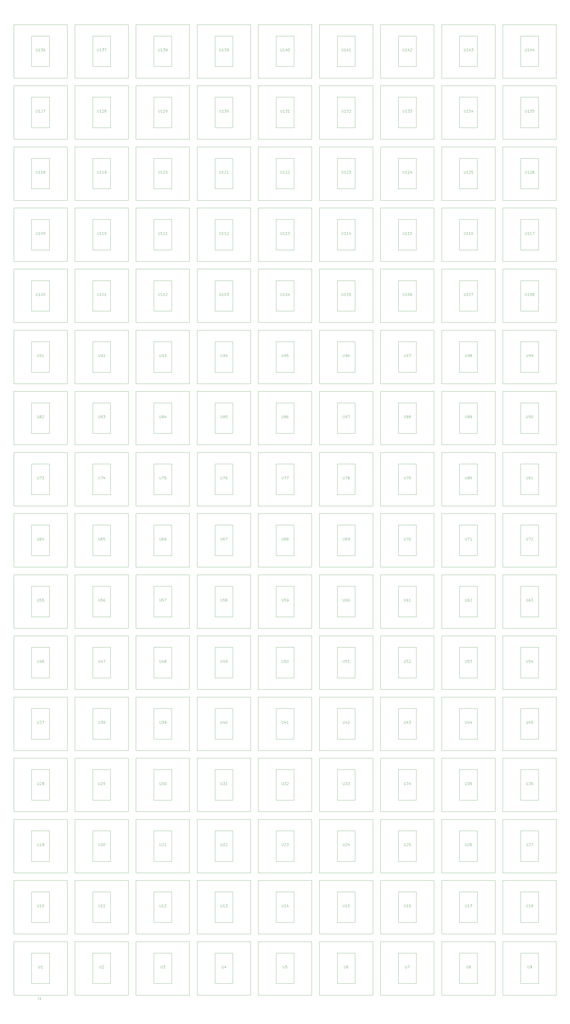
<source format=gbr>
%TF.GenerationSoftware,KiCad,Pcbnew,7.0.8*%
%TF.CreationDate,2023-12-09T13:02:37-08:00*%
%TF.ProjectId,LED_board,4c45445f-626f-4617-9264-2e6b69636164,rev?*%
%TF.SameCoordinates,Original*%
%TF.FileFunction,Legend,Top*%
%TF.FilePolarity,Positive*%
%FSLAX46Y46*%
G04 Gerber Fmt 4.6, Leading zero omitted, Abs format (unit mm)*
G04 Created by KiCad (PCBNEW 7.0.8) date 2023-12-09 13:02:37*
%MOMM*%
%LPD*%
G01*
G04 APERTURE LIST*
%ADD10C,0.100000*%
G04 APERTURE END LIST*
D10*
X-783333Y-371257419D02*
X-783333Y-371971704D01*
X-783333Y-371971704D02*
X-830952Y-372114561D01*
X-830952Y-372114561D02*
X-926190Y-372209800D01*
X-926190Y-372209800D02*
X-1069047Y-372257419D01*
X-1069047Y-372257419D02*
X-1164285Y-372257419D01*
X216666Y-372257419D02*
X-354761Y-372257419D01*
X-69047Y-372257419D02*
X-69047Y-371257419D01*
X-69047Y-371257419D02*
X-164285Y-371400276D01*
X-164285Y-371400276D02*
X-259523Y-371495514D01*
X-259523Y-371495514D02*
X-354761Y-371543133D01*
X-1238094Y-334957419D02*
X-1238094Y-335766942D01*
X-1238094Y-335766942D02*
X-1190475Y-335862180D01*
X-1190475Y-335862180D02*
X-1142856Y-335909800D01*
X-1142856Y-335909800D02*
X-1047618Y-335957419D01*
X-1047618Y-335957419D02*
X-857142Y-335957419D01*
X-857142Y-335957419D02*
X-761904Y-335909800D01*
X-761904Y-335909800D02*
X-714285Y-335862180D01*
X-714285Y-335862180D02*
X-666666Y-335766942D01*
X-666666Y-335766942D02*
X-666666Y-334957419D01*
X333333Y-335957419D02*
X-238094Y-335957419D01*
X47619Y-335957419D02*
X47619Y-334957419D01*
X47619Y-334957419D02*
X-47618Y-335100276D01*
X-47618Y-335100276D02*
X-142856Y-335195514D01*
X-142856Y-335195514D02*
X-238094Y-335243133D01*
X952381Y-334957419D02*
X1047619Y-334957419D01*
X1047619Y-334957419D02*
X1142857Y-335005038D01*
X1142857Y-335005038D02*
X1190476Y-335052657D01*
X1190476Y-335052657D02*
X1238095Y-335147895D01*
X1238095Y-335147895D02*
X1285714Y-335338371D01*
X1285714Y-335338371D02*
X1285714Y-335576466D01*
X1285714Y-335576466D02*
X1238095Y-335766942D01*
X1238095Y-335766942D02*
X1190476Y-335862180D01*
X1190476Y-335862180D02*
X1142857Y-335909800D01*
X1142857Y-335909800D02*
X1047619Y-335957419D01*
X1047619Y-335957419D02*
X952381Y-335957419D01*
X952381Y-335957419D02*
X857143Y-335909800D01*
X857143Y-335909800D02*
X809524Y-335862180D01*
X809524Y-335862180D02*
X761905Y-335766942D01*
X761905Y-335766942D02*
X714286Y-335576466D01*
X714286Y-335576466D02*
X714286Y-335338371D01*
X714286Y-335338371D02*
X761905Y-335147895D01*
X761905Y-335147895D02*
X809524Y-335052657D01*
X809524Y-335052657D02*
X857143Y-335005038D01*
X857143Y-335005038D02*
X952381Y-334957419D01*
X191238095Y-358957419D02*
X191238095Y-359766942D01*
X191238095Y-359766942D02*
X191285714Y-359862180D01*
X191285714Y-359862180D02*
X191333333Y-359909800D01*
X191333333Y-359909800D02*
X191428571Y-359957419D01*
X191428571Y-359957419D02*
X191619047Y-359957419D01*
X191619047Y-359957419D02*
X191714285Y-359909800D01*
X191714285Y-359909800D02*
X191761904Y-359862180D01*
X191761904Y-359862180D02*
X191809523Y-359766942D01*
X191809523Y-359766942D02*
X191809523Y-358957419D01*
X192333333Y-359957419D02*
X192523809Y-359957419D01*
X192523809Y-359957419D02*
X192619047Y-359909800D01*
X192619047Y-359909800D02*
X192666666Y-359862180D01*
X192666666Y-359862180D02*
X192761904Y-359719323D01*
X192761904Y-359719323D02*
X192809523Y-359528847D01*
X192809523Y-359528847D02*
X192809523Y-359147895D01*
X192809523Y-359147895D02*
X192761904Y-359052657D01*
X192761904Y-359052657D02*
X192714285Y-359005038D01*
X192714285Y-359005038D02*
X192619047Y-358957419D01*
X192619047Y-358957419D02*
X192428571Y-358957419D01*
X192428571Y-358957419D02*
X192333333Y-359005038D01*
X192333333Y-359005038D02*
X192285714Y-359052657D01*
X192285714Y-359052657D02*
X192238095Y-359147895D01*
X192238095Y-359147895D02*
X192238095Y-359385990D01*
X192238095Y-359385990D02*
X192285714Y-359481228D01*
X192285714Y-359481228D02*
X192333333Y-359528847D01*
X192333333Y-359528847D02*
X192428571Y-359576466D01*
X192428571Y-359576466D02*
X192619047Y-359576466D01*
X192619047Y-359576466D02*
X192714285Y-359528847D01*
X192714285Y-359528847D02*
X192761904Y-359481228D01*
X192761904Y-359481228D02*
X192809523Y-359385990D01*
X167238095Y-358957419D02*
X167238095Y-359766942D01*
X167238095Y-359766942D02*
X167285714Y-359862180D01*
X167285714Y-359862180D02*
X167333333Y-359909800D01*
X167333333Y-359909800D02*
X167428571Y-359957419D01*
X167428571Y-359957419D02*
X167619047Y-359957419D01*
X167619047Y-359957419D02*
X167714285Y-359909800D01*
X167714285Y-359909800D02*
X167761904Y-359862180D01*
X167761904Y-359862180D02*
X167809523Y-359766942D01*
X167809523Y-359766942D02*
X167809523Y-358957419D01*
X168428571Y-359385990D02*
X168333333Y-359338371D01*
X168333333Y-359338371D02*
X168285714Y-359290752D01*
X168285714Y-359290752D02*
X168238095Y-359195514D01*
X168238095Y-359195514D02*
X168238095Y-359147895D01*
X168238095Y-359147895D02*
X168285714Y-359052657D01*
X168285714Y-359052657D02*
X168333333Y-359005038D01*
X168333333Y-359005038D02*
X168428571Y-358957419D01*
X168428571Y-358957419D02*
X168619047Y-358957419D01*
X168619047Y-358957419D02*
X168714285Y-359005038D01*
X168714285Y-359005038D02*
X168761904Y-359052657D01*
X168761904Y-359052657D02*
X168809523Y-359147895D01*
X168809523Y-359147895D02*
X168809523Y-359195514D01*
X168809523Y-359195514D02*
X168761904Y-359290752D01*
X168761904Y-359290752D02*
X168714285Y-359338371D01*
X168714285Y-359338371D02*
X168619047Y-359385990D01*
X168619047Y-359385990D02*
X168428571Y-359385990D01*
X168428571Y-359385990D02*
X168333333Y-359433609D01*
X168333333Y-359433609D02*
X168285714Y-359481228D01*
X168285714Y-359481228D02*
X168238095Y-359576466D01*
X168238095Y-359576466D02*
X168238095Y-359766942D01*
X168238095Y-359766942D02*
X168285714Y-359862180D01*
X168285714Y-359862180D02*
X168333333Y-359909800D01*
X168333333Y-359909800D02*
X168428571Y-359957419D01*
X168428571Y-359957419D02*
X168619047Y-359957419D01*
X168619047Y-359957419D02*
X168714285Y-359909800D01*
X168714285Y-359909800D02*
X168761904Y-359862180D01*
X168761904Y-359862180D02*
X168809523Y-359766942D01*
X168809523Y-359766942D02*
X168809523Y-359576466D01*
X168809523Y-359576466D02*
X168761904Y-359481228D01*
X168761904Y-359481228D02*
X168714285Y-359433609D01*
X168714285Y-359433609D02*
X168619047Y-359385990D01*
X143238095Y-358957419D02*
X143238095Y-359766942D01*
X143238095Y-359766942D02*
X143285714Y-359862180D01*
X143285714Y-359862180D02*
X143333333Y-359909800D01*
X143333333Y-359909800D02*
X143428571Y-359957419D01*
X143428571Y-359957419D02*
X143619047Y-359957419D01*
X143619047Y-359957419D02*
X143714285Y-359909800D01*
X143714285Y-359909800D02*
X143761904Y-359862180D01*
X143761904Y-359862180D02*
X143809523Y-359766942D01*
X143809523Y-359766942D02*
X143809523Y-358957419D01*
X144190476Y-358957419D02*
X144857142Y-358957419D01*
X144857142Y-358957419D02*
X144428571Y-359957419D01*
X119238095Y-358957419D02*
X119238095Y-359766942D01*
X119238095Y-359766942D02*
X119285714Y-359862180D01*
X119285714Y-359862180D02*
X119333333Y-359909800D01*
X119333333Y-359909800D02*
X119428571Y-359957419D01*
X119428571Y-359957419D02*
X119619047Y-359957419D01*
X119619047Y-359957419D02*
X119714285Y-359909800D01*
X119714285Y-359909800D02*
X119761904Y-359862180D01*
X119761904Y-359862180D02*
X119809523Y-359766942D01*
X119809523Y-359766942D02*
X119809523Y-358957419D01*
X120714285Y-358957419D02*
X120523809Y-358957419D01*
X120523809Y-358957419D02*
X120428571Y-359005038D01*
X120428571Y-359005038D02*
X120380952Y-359052657D01*
X120380952Y-359052657D02*
X120285714Y-359195514D01*
X120285714Y-359195514D02*
X120238095Y-359385990D01*
X120238095Y-359385990D02*
X120238095Y-359766942D01*
X120238095Y-359766942D02*
X120285714Y-359862180D01*
X120285714Y-359862180D02*
X120333333Y-359909800D01*
X120333333Y-359909800D02*
X120428571Y-359957419D01*
X120428571Y-359957419D02*
X120619047Y-359957419D01*
X120619047Y-359957419D02*
X120714285Y-359909800D01*
X120714285Y-359909800D02*
X120761904Y-359862180D01*
X120761904Y-359862180D02*
X120809523Y-359766942D01*
X120809523Y-359766942D02*
X120809523Y-359528847D01*
X120809523Y-359528847D02*
X120761904Y-359433609D01*
X120761904Y-359433609D02*
X120714285Y-359385990D01*
X120714285Y-359385990D02*
X120619047Y-359338371D01*
X120619047Y-359338371D02*
X120428571Y-359338371D01*
X120428571Y-359338371D02*
X120333333Y-359385990D01*
X120333333Y-359385990D02*
X120285714Y-359433609D01*
X120285714Y-359433609D02*
X120238095Y-359528847D01*
X95238095Y-358957419D02*
X95238095Y-359766942D01*
X95238095Y-359766942D02*
X95285714Y-359862180D01*
X95285714Y-359862180D02*
X95333333Y-359909800D01*
X95333333Y-359909800D02*
X95428571Y-359957419D01*
X95428571Y-359957419D02*
X95619047Y-359957419D01*
X95619047Y-359957419D02*
X95714285Y-359909800D01*
X95714285Y-359909800D02*
X95761904Y-359862180D01*
X95761904Y-359862180D02*
X95809523Y-359766942D01*
X95809523Y-359766942D02*
X95809523Y-358957419D01*
X96761904Y-358957419D02*
X96285714Y-358957419D01*
X96285714Y-358957419D02*
X96238095Y-359433609D01*
X96238095Y-359433609D02*
X96285714Y-359385990D01*
X96285714Y-359385990D02*
X96380952Y-359338371D01*
X96380952Y-359338371D02*
X96619047Y-359338371D01*
X96619047Y-359338371D02*
X96714285Y-359385990D01*
X96714285Y-359385990D02*
X96761904Y-359433609D01*
X96761904Y-359433609D02*
X96809523Y-359528847D01*
X96809523Y-359528847D02*
X96809523Y-359766942D01*
X96809523Y-359766942D02*
X96761904Y-359862180D01*
X96761904Y-359862180D02*
X96714285Y-359909800D01*
X96714285Y-359909800D02*
X96619047Y-359957419D01*
X96619047Y-359957419D02*
X96380952Y-359957419D01*
X96380952Y-359957419D02*
X96285714Y-359909800D01*
X96285714Y-359909800D02*
X96238095Y-359862180D01*
X71238095Y-358957419D02*
X71238095Y-359766942D01*
X71238095Y-359766942D02*
X71285714Y-359862180D01*
X71285714Y-359862180D02*
X71333333Y-359909800D01*
X71333333Y-359909800D02*
X71428571Y-359957419D01*
X71428571Y-359957419D02*
X71619047Y-359957419D01*
X71619047Y-359957419D02*
X71714285Y-359909800D01*
X71714285Y-359909800D02*
X71761904Y-359862180D01*
X71761904Y-359862180D02*
X71809523Y-359766942D01*
X71809523Y-359766942D02*
X71809523Y-358957419D01*
X72714285Y-359290752D02*
X72714285Y-359957419D01*
X72476190Y-358909800D02*
X72238095Y-359624085D01*
X72238095Y-359624085D02*
X72857142Y-359624085D01*
X47238095Y-358957419D02*
X47238095Y-359766942D01*
X47238095Y-359766942D02*
X47285714Y-359862180D01*
X47285714Y-359862180D02*
X47333333Y-359909800D01*
X47333333Y-359909800D02*
X47428571Y-359957419D01*
X47428571Y-359957419D02*
X47619047Y-359957419D01*
X47619047Y-359957419D02*
X47714285Y-359909800D01*
X47714285Y-359909800D02*
X47761904Y-359862180D01*
X47761904Y-359862180D02*
X47809523Y-359766942D01*
X47809523Y-359766942D02*
X47809523Y-358957419D01*
X48190476Y-358957419D02*
X48809523Y-358957419D01*
X48809523Y-358957419D02*
X48476190Y-359338371D01*
X48476190Y-359338371D02*
X48619047Y-359338371D01*
X48619047Y-359338371D02*
X48714285Y-359385990D01*
X48714285Y-359385990D02*
X48761904Y-359433609D01*
X48761904Y-359433609D02*
X48809523Y-359528847D01*
X48809523Y-359528847D02*
X48809523Y-359766942D01*
X48809523Y-359766942D02*
X48761904Y-359862180D01*
X48761904Y-359862180D02*
X48714285Y-359909800D01*
X48714285Y-359909800D02*
X48619047Y-359957419D01*
X48619047Y-359957419D02*
X48333333Y-359957419D01*
X48333333Y-359957419D02*
X48238095Y-359909800D01*
X48238095Y-359909800D02*
X48190476Y-359862180D01*
X23238095Y-358957419D02*
X23238095Y-359766942D01*
X23238095Y-359766942D02*
X23285714Y-359862180D01*
X23285714Y-359862180D02*
X23333333Y-359909800D01*
X23333333Y-359909800D02*
X23428571Y-359957419D01*
X23428571Y-359957419D02*
X23619047Y-359957419D01*
X23619047Y-359957419D02*
X23714285Y-359909800D01*
X23714285Y-359909800D02*
X23761904Y-359862180D01*
X23761904Y-359862180D02*
X23809523Y-359766942D01*
X23809523Y-359766942D02*
X23809523Y-358957419D01*
X24238095Y-359052657D02*
X24285714Y-359005038D01*
X24285714Y-359005038D02*
X24380952Y-358957419D01*
X24380952Y-358957419D02*
X24619047Y-358957419D01*
X24619047Y-358957419D02*
X24714285Y-359005038D01*
X24714285Y-359005038D02*
X24761904Y-359052657D01*
X24761904Y-359052657D02*
X24809523Y-359147895D01*
X24809523Y-359147895D02*
X24809523Y-359243133D01*
X24809523Y-359243133D02*
X24761904Y-359385990D01*
X24761904Y-359385990D02*
X24190476Y-359957419D01*
X24190476Y-359957419D02*
X24809523Y-359957419D01*
X-761904Y-358957419D02*
X-761904Y-359766942D01*
X-761904Y-359766942D02*
X-714285Y-359862180D01*
X-714285Y-359862180D02*
X-666666Y-359909800D01*
X-666666Y-359909800D02*
X-571428Y-359957419D01*
X-571428Y-359957419D02*
X-380952Y-359957419D01*
X-380952Y-359957419D02*
X-285714Y-359909800D01*
X-285714Y-359909800D02*
X-238095Y-359862180D01*
X-238095Y-359862180D02*
X-190476Y-359766942D01*
X-190476Y-359766942D02*
X-190476Y-358957419D01*
X809523Y-359957419D02*
X238095Y-359957419D01*
X523809Y-359957419D02*
X523809Y-358957419D01*
X523809Y-358957419D02*
X428571Y-359100276D01*
X428571Y-359100276D02*
X333333Y-359195514D01*
X333333Y-359195514D02*
X238095Y-359243133D01*
X190761905Y-334957419D02*
X190761905Y-335766942D01*
X190761905Y-335766942D02*
X190809524Y-335862180D01*
X190809524Y-335862180D02*
X190857143Y-335909800D01*
X190857143Y-335909800D02*
X190952381Y-335957419D01*
X190952381Y-335957419D02*
X191142857Y-335957419D01*
X191142857Y-335957419D02*
X191238095Y-335909800D01*
X191238095Y-335909800D02*
X191285714Y-335862180D01*
X191285714Y-335862180D02*
X191333333Y-335766942D01*
X191333333Y-335766942D02*
X191333333Y-334957419D01*
X192333333Y-335957419D02*
X191761905Y-335957419D01*
X192047619Y-335957419D02*
X192047619Y-334957419D01*
X192047619Y-334957419D02*
X191952381Y-335100276D01*
X191952381Y-335100276D02*
X191857143Y-335195514D01*
X191857143Y-335195514D02*
X191761905Y-335243133D01*
X192904762Y-335385990D02*
X192809524Y-335338371D01*
X192809524Y-335338371D02*
X192761905Y-335290752D01*
X192761905Y-335290752D02*
X192714286Y-335195514D01*
X192714286Y-335195514D02*
X192714286Y-335147895D01*
X192714286Y-335147895D02*
X192761905Y-335052657D01*
X192761905Y-335052657D02*
X192809524Y-335005038D01*
X192809524Y-335005038D02*
X192904762Y-334957419D01*
X192904762Y-334957419D02*
X193095238Y-334957419D01*
X193095238Y-334957419D02*
X193190476Y-335005038D01*
X193190476Y-335005038D02*
X193238095Y-335052657D01*
X193238095Y-335052657D02*
X193285714Y-335147895D01*
X193285714Y-335147895D02*
X193285714Y-335195514D01*
X193285714Y-335195514D02*
X193238095Y-335290752D01*
X193238095Y-335290752D02*
X193190476Y-335338371D01*
X193190476Y-335338371D02*
X193095238Y-335385990D01*
X193095238Y-335385990D02*
X192904762Y-335385990D01*
X192904762Y-335385990D02*
X192809524Y-335433609D01*
X192809524Y-335433609D02*
X192761905Y-335481228D01*
X192761905Y-335481228D02*
X192714286Y-335576466D01*
X192714286Y-335576466D02*
X192714286Y-335766942D01*
X192714286Y-335766942D02*
X192761905Y-335862180D01*
X192761905Y-335862180D02*
X192809524Y-335909800D01*
X192809524Y-335909800D02*
X192904762Y-335957419D01*
X192904762Y-335957419D02*
X193095238Y-335957419D01*
X193095238Y-335957419D02*
X193190476Y-335909800D01*
X193190476Y-335909800D02*
X193238095Y-335862180D01*
X193238095Y-335862180D02*
X193285714Y-335766942D01*
X193285714Y-335766942D02*
X193285714Y-335576466D01*
X193285714Y-335576466D02*
X193238095Y-335481228D01*
X193238095Y-335481228D02*
X193190476Y-335433609D01*
X193190476Y-335433609D02*
X193095238Y-335385990D01*
X166761905Y-334957419D02*
X166761905Y-335766942D01*
X166761905Y-335766942D02*
X166809524Y-335862180D01*
X166809524Y-335862180D02*
X166857143Y-335909800D01*
X166857143Y-335909800D02*
X166952381Y-335957419D01*
X166952381Y-335957419D02*
X167142857Y-335957419D01*
X167142857Y-335957419D02*
X167238095Y-335909800D01*
X167238095Y-335909800D02*
X167285714Y-335862180D01*
X167285714Y-335862180D02*
X167333333Y-335766942D01*
X167333333Y-335766942D02*
X167333333Y-334957419D01*
X168333333Y-335957419D02*
X167761905Y-335957419D01*
X168047619Y-335957419D02*
X168047619Y-334957419D01*
X168047619Y-334957419D02*
X167952381Y-335100276D01*
X167952381Y-335100276D02*
X167857143Y-335195514D01*
X167857143Y-335195514D02*
X167761905Y-335243133D01*
X168666667Y-334957419D02*
X169333333Y-334957419D01*
X169333333Y-334957419D02*
X168904762Y-335957419D01*
X142761905Y-334957419D02*
X142761905Y-335766942D01*
X142761905Y-335766942D02*
X142809524Y-335862180D01*
X142809524Y-335862180D02*
X142857143Y-335909800D01*
X142857143Y-335909800D02*
X142952381Y-335957419D01*
X142952381Y-335957419D02*
X143142857Y-335957419D01*
X143142857Y-335957419D02*
X143238095Y-335909800D01*
X143238095Y-335909800D02*
X143285714Y-335862180D01*
X143285714Y-335862180D02*
X143333333Y-335766942D01*
X143333333Y-335766942D02*
X143333333Y-334957419D01*
X144333333Y-335957419D02*
X143761905Y-335957419D01*
X144047619Y-335957419D02*
X144047619Y-334957419D01*
X144047619Y-334957419D02*
X143952381Y-335100276D01*
X143952381Y-335100276D02*
X143857143Y-335195514D01*
X143857143Y-335195514D02*
X143761905Y-335243133D01*
X145190476Y-334957419D02*
X145000000Y-334957419D01*
X145000000Y-334957419D02*
X144904762Y-335005038D01*
X144904762Y-335005038D02*
X144857143Y-335052657D01*
X144857143Y-335052657D02*
X144761905Y-335195514D01*
X144761905Y-335195514D02*
X144714286Y-335385990D01*
X144714286Y-335385990D02*
X144714286Y-335766942D01*
X144714286Y-335766942D02*
X144761905Y-335862180D01*
X144761905Y-335862180D02*
X144809524Y-335909800D01*
X144809524Y-335909800D02*
X144904762Y-335957419D01*
X144904762Y-335957419D02*
X145095238Y-335957419D01*
X145095238Y-335957419D02*
X145190476Y-335909800D01*
X145190476Y-335909800D02*
X145238095Y-335862180D01*
X145238095Y-335862180D02*
X145285714Y-335766942D01*
X145285714Y-335766942D02*
X145285714Y-335528847D01*
X145285714Y-335528847D02*
X145238095Y-335433609D01*
X145238095Y-335433609D02*
X145190476Y-335385990D01*
X145190476Y-335385990D02*
X145095238Y-335338371D01*
X145095238Y-335338371D02*
X144904762Y-335338371D01*
X144904762Y-335338371D02*
X144809524Y-335385990D01*
X144809524Y-335385990D02*
X144761905Y-335433609D01*
X144761905Y-335433609D02*
X144714286Y-335528847D01*
X118761905Y-334957419D02*
X118761905Y-335766942D01*
X118761905Y-335766942D02*
X118809524Y-335862180D01*
X118809524Y-335862180D02*
X118857143Y-335909800D01*
X118857143Y-335909800D02*
X118952381Y-335957419D01*
X118952381Y-335957419D02*
X119142857Y-335957419D01*
X119142857Y-335957419D02*
X119238095Y-335909800D01*
X119238095Y-335909800D02*
X119285714Y-335862180D01*
X119285714Y-335862180D02*
X119333333Y-335766942D01*
X119333333Y-335766942D02*
X119333333Y-334957419D01*
X120333333Y-335957419D02*
X119761905Y-335957419D01*
X120047619Y-335957419D02*
X120047619Y-334957419D01*
X120047619Y-334957419D02*
X119952381Y-335100276D01*
X119952381Y-335100276D02*
X119857143Y-335195514D01*
X119857143Y-335195514D02*
X119761905Y-335243133D01*
X121238095Y-334957419D02*
X120761905Y-334957419D01*
X120761905Y-334957419D02*
X120714286Y-335433609D01*
X120714286Y-335433609D02*
X120761905Y-335385990D01*
X120761905Y-335385990D02*
X120857143Y-335338371D01*
X120857143Y-335338371D02*
X121095238Y-335338371D01*
X121095238Y-335338371D02*
X121190476Y-335385990D01*
X121190476Y-335385990D02*
X121238095Y-335433609D01*
X121238095Y-335433609D02*
X121285714Y-335528847D01*
X121285714Y-335528847D02*
X121285714Y-335766942D01*
X121285714Y-335766942D02*
X121238095Y-335862180D01*
X121238095Y-335862180D02*
X121190476Y-335909800D01*
X121190476Y-335909800D02*
X121095238Y-335957419D01*
X121095238Y-335957419D02*
X120857143Y-335957419D01*
X120857143Y-335957419D02*
X120761905Y-335909800D01*
X120761905Y-335909800D02*
X120714286Y-335862180D01*
X94761905Y-334957419D02*
X94761905Y-335766942D01*
X94761905Y-335766942D02*
X94809524Y-335862180D01*
X94809524Y-335862180D02*
X94857143Y-335909800D01*
X94857143Y-335909800D02*
X94952381Y-335957419D01*
X94952381Y-335957419D02*
X95142857Y-335957419D01*
X95142857Y-335957419D02*
X95238095Y-335909800D01*
X95238095Y-335909800D02*
X95285714Y-335862180D01*
X95285714Y-335862180D02*
X95333333Y-335766942D01*
X95333333Y-335766942D02*
X95333333Y-334957419D01*
X96333333Y-335957419D02*
X95761905Y-335957419D01*
X96047619Y-335957419D02*
X96047619Y-334957419D01*
X96047619Y-334957419D02*
X95952381Y-335100276D01*
X95952381Y-335100276D02*
X95857143Y-335195514D01*
X95857143Y-335195514D02*
X95761905Y-335243133D01*
X97190476Y-335290752D02*
X97190476Y-335957419D01*
X96952381Y-334909800D02*
X96714286Y-335624085D01*
X96714286Y-335624085D02*
X97333333Y-335624085D01*
X70761905Y-334957419D02*
X70761905Y-335766942D01*
X70761905Y-335766942D02*
X70809524Y-335862180D01*
X70809524Y-335862180D02*
X70857143Y-335909800D01*
X70857143Y-335909800D02*
X70952381Y-335957419D01*
X70952381Y-335957419D02*
X71142857Y-335957419D01*
X71142857Y-335957419D02*
X71238095Y-335909800D01*
X71238095Y-335909800D02*
X71285714Y-335862180D01*
X71285714Y-335862180D02*
X71333333Y-335766942D01*
X71333333Y-335766942D02*
X71333333Y-334957419D01*
X72333333Y-335957419D02*
X71761905Y-335957419D01*
X72047619Y-335957419D02*
X72047619Y-334957419D01*
X72047619Y-334957419D02*
X71952381Y-335100276D01*
X71952381Y-335100276D02*
X71857143Y-335195514D01*
X71857143Y-335195514D02*
X71761905Y-335243133D01*
X72666667Y-334957419D02*
X73285714Y-334957419D01*
X73285714Y-334957419D02*
X72952381Y-335338371D01*
X72952381Y-335338371D02*
X73095238Y-335338371D01*
X73095238Y-335338371D02*
X73190476Y-335385990D01*
X73190476Y-335385990D02*
X73238095Y-335433609D01*
X73238095Y-335433609D02*
X73285714Y-335528847D01*
X73285714Y-335528847D02*
X73285714Y-335766942D01*
X73285714Y-335766942D02*
X73238095Y-335862180D01*
X73238095Y-335862180D02*
X73190476Y-335909800D01*
X73190476Y-335909800D02*
X73095238Y-335957419D01*
X73095238Y-335957419D02*
X72809524Y-335957419D01*
X72809524Y-335957419D02*
X72714286Y-335909800D01*
X72714286Y-335909800D02*
X72666667Y-335862180D01*
X46761905Y-334957419D02*
X46761905Y-335766942D01*
X46761905Y-335766942D02*
X46809524Y-335862180D01*
X46809524Y-335862180D02*
X46857143Y-335909800D01*
X46857143Y-335909800D02*
X46952381Y-335957419D01*
X46952381Y-335957419D02*
X47142857Y-335957419D01*
X47142857Y-335957419D02*
X47238095Y-335909800D01*
X47238095Y-335909800D02*
X47285714Y-335862180D01*
X47285714Y-335862180D02*
X47333333Y-335766942D01*
X47333333Y-335766942D02*
X47333333Y-334957419D01*
X48333333Y-335957419D02*
X47761905Y-335957419D01*
X48047619Y-335957419D02*
X48047619Y-334957419D01*
X48047619Y-334957419D02*
X47952381Y-335100276D01*
X47952381Y-335100276D02*
X47857143Y-335195514D01*
X47857143Y-335195514D02*
X47761905Y-335243133D01*
X48714286Y-335052657D02*
X48761905Y-335005038D01*
X48761905Y-335005038D02*
X48857143Y-334957419D01*
X48857143Y-334957419D02*
X49095238Y-334957419D01*
X49095238Y-334957419D02*
X49190476Y-335005038D01*
X49190476Y-335005038D02*
X49238095Y-335052657D01*
X49238095Y-335052657D02*
X49285714Y-335147895D01*
X49285714Y-335147895D02*
X49285714Y-335243133D01*
X49285714Y-335243133D02*
X49238095Y-335385990D01*
X49238095Y-335385990D02*
X48666667Y-335957419D01*
X48666667Y-335957419D02*
X49285714Y-335957419D01*
X22761905Y-334957419D02*
X22761905Y-335766942D01*
X22761905Y-335766942D02*
X22809524Y-335862180D01*
X22809524Y-335862180D02*
X22857143Y-335909800D01*
X22857143Y-335909800D02*
X22952381Y-335957419D01*
X22952381Y-335957419D02*
X23142857Y-335957419D01*
X23142857Y-335957419D02*
X23238095Y-335909800D01*
X23238095Y-335909800D02*
X23285714Y-335862180D01*
X23285714Y-335862180D02*
X23333333Y-335766942D01*
X23333333Y-335766942D02*
X23333333Y-334957419D01*
X24333333Y-335957419D02*
X23761905Y-335957419D01*
X24047619Y-335957419D02*
X24047619Y-334957419D01*
X24047619Y-334957419D02*
X23952381Y-335100276D01*
X23952381Y-335100276D02*
X23857143Y-335195514D01*
X23857143Y-335195514D02*
X23761905Y-335243133D01*
X25285714Y-335957419D02*
X24714286Y-335957419D01*
X25000000Y-335957419D02*
X25000000Y-334957419D01*
X25000000Y-334957419D02*
X24904762Y-335100276D01*
X24904762Y-335100276D02*
X24809524Y-335195514D01*
X24809524Y-335195514D02*
X24714286Y-335243133D01*
X190761905Y-310957419D02*
X190761905Y-311766942D01*
X190761905Y-311766942D02*
X190809524Y-311862180D01*
X190809524Y-311862180D02*
X190857143Y-311909800D01*
X190857143Y-311909800D02*
X190952381Y-311957419D01*
X190952381Y-311957419D02*
X191142857Y-311957419D01*
X191142857Y-311957419D02*
X191238095Y-311909800D01*
X191238095Y-311909800D02*
X191285714Y-311862180D01*
X191285714Y-311862180D02*
X191333333Y-311766942D01*
X191333333Y-311766942D02*
X191333333Y-310957419D01*
X191761905Y-311052657D02*
X191809524Y-311005038D01*
X191809524Y-311005038D02*
X191904762Y-310957419D01*
X191904762Y-310957419D02*
X192142857Y-310957419D01*
X192142857Y-310957419D02*
X192238095Y-311005038D01*
X192238095Y-311005038D02*
X192285714Y-311052657D01*
X192285714Y-311052657D02*
X192333333Y-311147895D01*
X192333333Y-311147895D02*
X192333333Y-311243133D01*
X192333333Y-311243133D02*
X192285714Y-311385990D01*
X192285714Y-311385990D02*
X191714286Y-311957419D01*
X191714286Y-311957419D02*
X192333333Y-311957419D01*
X192666667Y-310957419D02*
X193333333Y-310957419D01*
X193333333Y-310957419D02*
X192904762Y-311957419D01*
X166761905Y-310957419D02*
X166761905Y-311766942D01*
X166761905Y-311766942D02*
X166809524Y-311862180D01*
X166809524Y-311862180D02*
X166857143Y-311909800D01*
X166857143Y-311909800D02*
X166952381Y-311957419D01*
X166952381Y-311957419D02*
X167142857Y-311957419D01*
X167142857Y-311957419D02*
X167238095Y-311909800D01*
X167238095Y-311909800D02*
X167285714Y-311862180D01*
X167285714Y-311862180D02*
X167333333Y-311766942D01*
X167333333Y-311766942D02*
X167333333Y-310957419D01*
X167761905Y-311052657D02*
X167809524Y-311005038D01*
X167809524Y-311005038D02*
X167904762Y-310957419D01*
X167904762Y-310957419D02*
X168142857Y-310957419D01*
X168142857Y-310957419D02*
X168238095Y-311005038D01*
X168238095Y-311005038D02*
X168285714Y-311052657D01*
X168285714Y-311052657D02*
X168333333Y-311147895D01*
X168333333Y-311147895D02*
X168333333Y-311243133D01*
X168333333Y-311243133D02*
X168285714Y-311385990D01*
X168285714Y-311385990D02*
X167714286Y-311957419D01*
X167714286Y-311957419D02*
X168333333Y-311957419D01*
X169190476Y-310957419D02*
X169000000Y-310957419D01*
X169000000Y-310957419D02*
X168904762Y-311005038D01*
X168904762Y-311005038D02*
X168857143Y-311052657D01*
X168857143Y-311052657D02*
X168761905Y-311195514D01*
X168761905Y-311195514D02*
X168714286Y-311385990D01*
X168714286Y-311385990D02*
X168714286Y-311766942D01*
X168714286Y-311766942D02*
X168761905Y-311862180D01*
X168761905Y-311862180D02*
X168809524Y-311909800D01*
X168809524Y-311909800D02*
X168904762Y-311957419D01*
X168904762Y-311957419D02*
X169095238Y-311957419D01*
X169095238Y-311957419D02*
X169190476Y-311909800D01*
X169190476Y-311909800D02*
X169238095Y-311862180D01*
X169238095Y-311862180D02*
X169285714Y-311766942D01*
X169285714Y-311766942D02*
X169285714Y-311528847D01*
X169285714Y-311528847D02*
X169238095Y-311433609D01*
X169238095Y-311433609D02*
X169190476Y-311385990D01*
X169190476Y-311385990D02*
X169095238Y-311338371D01*
X169095238Y-311338371D02*
X168904762Y-311338371D01*
X168904762Y-311338371D02*
X168809524Y-311385990D01*
X168809524Y-311385990D02*
X168761905Y-311433609D01*
X168761905Y-311433609D02*
X168714286Y-311528847D01*
X142761905Y-310957419D02*
X142761905Y-311766942D01*
X142761905Y-311766942D02*
X142809524Y-311862180D01*
X142809524Y-311862180D02*
X142857143Y-311909800D01*
X142857143Y-311909800D02*
X142952381Y-311957419D01*
X142952381Y-311957419D02*
X143142857Y-311957419D01*
X143142857Y-311957419D02*
X143238095Y-311909800D01*
X143238095Y-311909800D02*
X143285714Y-311862180D01*
X143285714Y-311862180D02*
X143333333Y-311766942D01*
X143333333Y-311766942D02*
X143333333Y-310957419D01*
X143761905Y-311052657D02*
X143809524Y-311005038D01*
X143809524Y-311005038D02*
X143904762Y-310957419D01*
X143904762Y-310957419D02*
X144142857Y-310957419D01*
X144142857Y-310957419D02*
X144238095Y-311005038D01*
X144238095Y-311005038D02*
X144285714Y-311052657D01*
X144285714Y-311052657D02*
X144333333Y-311147895D01*
X144333333Y-311147895D02*
X144333333Y-311243133D01*
X144333333Y-311243133D02*
X144285714Y-311385990D01*
X144285714Y-311385990D02*
X143714286Y-311957419D01*
X143714286Y-311957419D02*
X144333333Y-311957419D01*
X145238095Y-310957419D02*
X144761905Y-310957419D01*
X144761905Y-310957419D02*
X144714286Y-311433609D01*
X144714286Y-311433609D02*
X144761905Y-311385990D01*
X144761905Y-311385990D02*
X144857143Y-311338371D01*
X144857143Y-311338371D02*
X145095238Y-311338371D01*
X145095238Y-311338371D02*
X145190476Y-311385990D01*
X145190476Y-311385990D02*
X145238095Y-311433609D01*
X145238095Y-311433609D02*
X145285714Y-311528847D01*
X145285714Y-311528847D02*
X145285714Y-311766942D01*
X145285714Y-311766942D02*
X145238095Y-311862180D01*
X145238095Y-311862180D02*
X145190476Y-311909800D01*
X145190476Y-311909800D02*
X145095238Y-311957419D01*
X145095238Y-311957419D02*
X144857143Y-311957419D01*
X144857143Y-311957419D02*
X144761905Y-311909800D01*
X144761905Y-311909800D02*
X144714286Y-311862180D01*
X118761905Y-310957419D02*
X118761905Y-311766942D01*
X118761905Y-311766942D02*
X118809524Y-311862180D01*
X118809524Y-311862180D02*
X118857143Y-311909800D01*
X118857143Y-311909800D02*
X118952381Y-311957419D01*
X118952381Y-311957419D02*
X119142857Y-311957419D01*
X119142857Y-311957419D02*
X119238095Y-311909800D01*
X119238095Y-311909800D02*
X119285714Y-311862180D01*
X119285714Y-311862180D02*
X119333333Y-311766942D01*
X119333333Y-311766942D02*
X119333333Y-310957419D01*
X119761905Y-311052657D02*
X119809524Y-311005038D01*
X119809524Y-311005038D02*
X119904762Y-310957419D01*
X119904762Y-310957419D02*
X120142857Y-310957419D01*
X120142857Y-310957419D02*
X120238095Y-311005038D01*
X120238095Y-311005038D02*
X120285714Y-311052657D01*
X120285714Y-311052657D02*
X120333333Y-311147895D01*
X120333333Y-311147895D02*
X120333333Y-311243133D01*
X120333333Y-311243133D02*
X120285714Y-311385990D01*
X120285714Y-311385990D02*
X119714286Y-311957419D01*
X119714286Y-311957419D02*
X120333333Y-311957419D01*
X121190476Y-311290752D02*
X121190476Y-311957419D01*
X120952381Y-310909800D02*
X120714286Y-311624085D01*
X120714286Y-311624085D02*
X121333333Y-311624085D01*
X94761905Y-310957419D02*
X94761905Y-311766942D01*
X94761905Y-311766942D02*
X94809524Y-311862180D01*
X94809524Y-311862180D02*
X94857143Y-311909800D01*
X94857143Y-311909800D02*
X94952381Y-311957419D01*
X94952381Y-311957419D02*
X95142857Y-311957419D01*
X95142857Y-311957419D02*
X95238095Y-311909800D01*
X95238095Y-311909800D02*
X95285714Y-311862180D01*
X95285714Y-311862180D02*
X95333333Y-311766942D01*
X95333333Y-311766942D02*
X95333333Y-310957419D01*
X95761905Y-311052657D02*
X95809524Y-311005038D01*
X95809524Y-311005038D02*
X95904762Y-310957419D01*
X95904762Y-310957419D02*
X96142857Y-310957419D01*
X96142857Y-310957419D02*
X96238095Y-311005038D01*
X96238095Y-311005038D02*
X96285714Y-311052657D01*
X96285714Y-311052657D02*
X96333333Y-311147895D01*
X96333333Y-311147895D02*
X96333333Y-311243133D01*
X96333333Y-311243133D02*
X96285714Y-311385990D01*
X96285714Y-311385990D02*
X95714286Y-311957419D01*
X95714286Y-311957419D02*
X96333333Y-311957419D01*
X96666667Y-310957419D02*
X97285714Y-310957419D01*
X97285714Y-310957419D02*
X96952381Y-311338371D01*
X96952381Y-311338371D02*
X97095238Y-311338371D01*
X97095238Y-311338371D02*
X97190476Y-311385990D01*
X97190476Y-311385990D02*
X97238095Y-311433609D01*
X97238095Y-311433609D02*
X97285714Y-311528847D01*
X97285714Y-311528847D02*
X97285714Y-311766942D01*
X97285714Y-311766942D02*
X97238095Y-311862180D01*
X97238095Y-311862180D02*
X97190476Y-311909800D01*
X97190476Y-311909800D02*
X97095238Y-311957419D01*
X97095238Y-311957419D02*
X96809524Y-311957419D01*
X96809524Y-311957419D02*
X96714286Y-311909800D01*
X96714286Y-311909800D02*
X96666667Y-311862180D01*
X70761905Y-310957419D02*
X70761905Y-311766942D01*
X70761905Y-311766942D02*
X70809524Y-311862180D01*
X70809524Y-311862180D02*
X70857143Y-311909800D01*
X70857143Y-311909800D02*
X70952381Y-311957419D01*
X70952381Y-311957419D02*
X71142857Y-311957419D01*
X71142857Y-311957419D02*
X71238095Y-311909800D01*
X71238095Y-311909800D02*
X71285714Y-311862180D01*
X71285714Y-311862180D02*
X71333333Y-311766942D01*
X71333333Y-311766942D02*
X71333333Y-310957419D01*
X71761905Y-311052657D02*
X71809524Y-311005038D01*
X71809524Y-311005038D02*
X71904762Y-310957419D01*
X71904762Y-310957419D02*
X72142857Y-310957419D01*
X72142857Y-310957419D02*
X72238095Y-311005038D01*
X72238095Y-311005038D02*
X72285714Y-311052657D01*
X72285714Y-311052657D02*
X72333333Y-311147895D01*
X72333333Y-311147895D02*
X72333333Y-311243133D01*
X72333333Y-311243133D02*
X72285714Y-311385990D01*
X72285714Y-311385990D02*
X71714286Y-311957419D01*
X71714286Y-311957419D02*
X72333333Y-311957419D01*
X72714286Y-311052657D02*
X72761905Y-311005038D01*
X72761905Y-311005038D02*
X72857143Y-310957419D01*
X72857143Y-310957419D02*
X73095238Y-310957419D01*
X73095238Y-310957419D02*
X73190476Y-311005038D01*
X73190476Y-311005038D02*
X73238095Y-311052657D01*
X73238095Y-311052657D02*
X73285714Y-311147895D01*
X73285714Y-311147895D02*
X73285714Y-311243133D01*
X73285714Y-311243133D02*
X73238095Y-311385990D01*
X73238095Y-311385990D02*
X72666667Y-311957419D01*
X72666667Y-311957419D02*
X73285714Y-311957419D01*
X46761905Y-310957419D02*
X46761905Y-311766942D01*
X46761905Y-311766942D02*
X46809524Y-311862180D01*
X46809524Y-311862180D02*
X46857143Y-311909800D01*
X46857143Y-311909800D02*
X46952381Y-311957419D01*
X46952381Y-311957419D02*
X47142857Y-311957419D01*
X47142857Y-311957419D02*
X47238095Y-311909800D01*
X47238095Y-311909800D02*
X47285714Y-311862180D01*
X47285714Y-311862180D02*
X47333333Y-311766942D01*
X47333333Y-311766942D02*
X47333333Y-310957419D01*
X47761905Y-311052657D02*
X47809524Y-311005038D01*
X47809524Y-311005038D02*
X47904762Y-310957419D01*
X47904762Y-310957419D02*
X48142857Y-310957419D01*
X48142857Y-310957419D02*
X48238095Y-311005038D01*
X48238095Y-311005038D02*
X48285714Y-311052657D01*
X48285714Y-311052657D02*
X48333333Y-311147895D01*
X48333333Y-311147895D02*
X48333333Y-311243133D01*
X48333333Y-311243133D02*
X48285714Y-311385990D01*
X48285714Y-311385990D02*
X47714286Y-311957419D01*
X47714286Y-311957419D02*
X48333333Y-311957419D01*
X49285714Y-311957419D02*
X48714286Y-311957419D01*
X49000000Y-311957419D02*
X49000000Y-310957419D01*
X49000000Y-310957419D02*
X48904762Y-311100276D01*
X48904762Y-311100276D02*
X48809524Y-311195514D01*
X48809524Y-311195514D02*
X48714286Y-311243133D01*
X22761905Y-310957419D02*
X22761905Y-311766942D01*
X22761905Y-311766942D02*
X22809524Y-311862180D01*
X22809524Y-311862180D02*
X22857143Y-311909800D01*
X22857143Y-311909800D02*
X22952381Y-311957419D01*
X22952381Y-311957419D02*
X23142857Y-311957419D01*
X23142857Y-311957419D02*
X23238095Y-311909800D01*
X23238095Y-311909800D02*
X23285714Y-311862180D01*
X23285714Y-311862180D02*
X23333333Y-311766942D01*
X23333333Y-311766942D02*
X23333333Y-310957419D01*
X23761905Y-311052657D02*
X23809524Y-311005038D01*
X23809524Y-311005038D02*
X23904762Y-310957419D01*
X23904762Y-310957419D02*
X24142857Y-310957419D01*
X24142857Y-310957419D02*
X24238095Y-311005038D01*
X24238095Y-311005038D02*
X24285714Y-311052657D01*
X24285714Y-311052657D02*
X24333333Y-311147895D01*
X24333333Y-311147895D02*
X24333333Y-311243133D01*
X24333333Y-311243133D02*
X24285714Y-311385990D01*
X24285714Y-311385990D02*
X23714286Y-311957419D01*
X23714286Y-311957419D02*
X24333333Y-311957419D01*
X24952381Y-310957419D02*
X25047619Y-310957419D01*
X25047619Y-310957419D02*
X25142857Y-311005038D01*
X25142857Y-311005038D02*
X25190476Y-311052657D01*
X25190476Y-311052657D02*
X25238095Y-311147895D01*
X25238095Y-311147895D02*
X25285714Y-311338371D01*
X25285714Y-311338371D02*
X25285714Y-311576466D01*
X25285714Y-311576466D02*
X25238095Y-311766942D01*
X25238095Y-311766942D02*
X25190476Y-311862180D01*
X25190476Y-311862180D02*
X25142857Y-311909800D01*
X25142857Y-311909800D02*
X25047619Y-311957419D01*
X25047619Y-311957419D02*
X24952381Y-311957419D01*
X24952381Y-311957419D02*
X24857143Y-311909800D01*
X24857143Y-311909800D02*
X24809524Y-311862180D01*
X24809524Y-311862180D02*
X24761905Y-311766942D01*
X24761905Y-311766942D02*
X24714286Y-311576466D01*
X24714286Y-311576466D02*
X24714286Y-311338371D01*
X24714286Y-311338371D02*
X24761905Y-311147895D01*
X24761905Y-311147895D02*
X24809524Y-311052657D01*
X24809524Y-311052657D02*
X24857143Y-311005038D01*
X24857143Y-311005038D02*
X24952381Y-310957419D01*
X-1238094Y-310957419D02*
X-1238094Y-311766942D01*
X-1238094Y-311766942D02*
X-1190475Y-311862180D01*
X-1190475Y-311862180D02*
X-1142856Y-311909800D01*
X-1142856Y-311909800D02*
X-1047618Y-311957419D01*
X-1047618Y-311957419D02*
X-857142Y-311957419D01*
X-857142Y-311957419D02*
X-761904Y-311909800D01*
X-761904Y-311909800D02*
X-714285Y-311862180D01*
X-714285Y-311862180D02*
X-666666Y-311766942D01*
X-666666Y-311766942D02*
X-666666Y-310957419D01*
X333333Y-311957419D02*
X-238094Y-311957419D01*
X47619Y-311957419D02*
X47619Y-310957419D01*
X47619Y-310957419D02*
X-47618Y-311100276D01*
X-47618Y-311100276D02*
X-142856Y-311195514D01*
X-142856Y-311195514D02*
X-238094Y-311243133D01*
X809524Y-311957419D02*
X1000000Y-311957419D01*
X1000000Y-311957419D02*
X1095238Y-311909800D01*
X1095238Y-311909800D02*
X1142857Y-311862180D01*
X1142857Y-311862180D02*
X1238095Y-311719323D01*
X1238095Y-311719323D02*
X1285714Y-311528847D01*
X1285714Y-311528847D02*
X1285714Y-311147895D01*
X1285714Y-311147895D02*
X1238095Y-311052657D01*
X1238095Y-311052657D02*
X1190476Y-311005038D01*
X1190476Y-311005038D02*
X1095238Y-310957419D01*
X1095238Y-310957419D02*
X904762Y-310957419D01*
X904762Y-310957419D02*
X809524Y-311005038D01*
X809524Y-311005038D02*
X761905Y-311052657D01*
X761905Y-311052657D02*
X714286Y-311147895D01*
X714286Y-311147895D02*
X714286Y-311385990D01*
X714286Y-311385990D02*
X761905Y-311481228D01*
X761905Y-311481228D02*
X809524Y-311528847D01*
X809524Y-311528847D02*
X904762Y-311576466D01*
X904762Y-311576466D02*
X1095238Y-311576466D01*
X1095238Y-311576466D02*
X1190476Y-311528847D01*
X1190476Y-311528847D02*
X1238095Y-311481228D01*
X1238095Y-311481228D02*
X1285714Y-311385990D01*
X190761905Y-286957419D02*
X190761905Y-287766942D01*
X190761905Y-287766942D02*
X190809524Y-287862180D01*
X190809524Y-287862180D02*
X190857143Y-287909800D01*
X190857143Y-287909800D02*
X190952381Y-287957419D01*
X190952381Y-287957419D02*
X191142857Y-287957419D01*
X191142857Y-287957419D02*
X191238095Y-287909800D01*
X191238095Y-287909800D02*
X191285714Y-287862180D01*
X191285714Y-287862180D02*
X191333333Y-287766942D01*
X191333333Y-287766942D02*
X191333333Y-286957419D01*
X191714286Y-286957419D02*
X192333333Y-286957419D01*
X192333333Y-286957419D02*
X192000000Y-287338371D01*
X192000000Y-287338371D02*
X192142857Y-287338371D01*
X192142857Y-287338371D02*
X192238095Y-287385990D01*
X192238095Y-287385990D02*
X192285714Y-287433609D01*
X192285714Y-287433609D02*
X192333333Y-287528847D01*
X192333333Y-287528847D02*
X192333333Y-287766942D01*
X192333333Y-287766942D02*
X192285714Y-287862180D01*
X192285714Y-287862180D02*
X192238095Y-287909800D01*
X192238095Y-287909800D02*
X192142857Y-287957419D01*
X192142857Y-287957419D02*
X191857143Y-287957419D01*
X191857143Y-287957419D02*
X191761905Y-287909800D01*
X191761905Y-287909800D02*
X191714286Y-287862180D01*
X193190476Y-286957419D02*
X193000000Y-286957419D01*
X193000000Y-286957419D02*
X192904762Y-287005038D01*
X192904762Y-287005038D02*
X192857143Y-287052657D01*
X192857143Y-287052657D02*
X192761905Y-287195514D01*
X192761905Y-287195514D02*
X192714286Y-287385990D01*
X192714286Y-287385990D02*
X192714286Y-287766942D01*
X192714286Y-287766942D02*
X192761905Y-287862180D01*
X192761905Y-287862180D02*
X192809524Y-287909800D01*
X192809524Y-287909800D02*
X192904762Y-287957419D01*
X192904762Y-287957419D02*
X193095238Y-287957419D01*
X193095238Y-287957419D02*
X193190476Y-287909800D01*
X193190476Y-287909800D02*
X193238095Y-287862180D01*
X193238095Y-287862180D02*
X193285714Y-287766942D01*
X193285714Y-287766942D02*
X193285714Y-287528847D01*
X193285714Y-287528847D02*
X193238095Y-287433609D01*
X193238095Y-287433609D02*
X193190476Y-287385990D01*
X193190476Y-287385990D02*
X193095238Y-287338371D01*
X193095238Y-287338371D02*
X192904762Y-287338371D01*
X192904762Y-287338371D02*
X192809524Y-287385990D01*
X192809524Y-287385990D02*
X192761905Y-287433609D01*
X192761905Y-287433609D02*
X192714286Y-287528847D01*
X166761905Y-286957419D02*
X166761905Y-287766942D01*
X166761905Y-287766942D02*
X166809524Y-287862180D01*
X166809524Y-287862180D02*
X166857143Y-287909800D01*
X166857143Y-287909800D02*
X166952381Y-287957419D01*
X166952381Y-287957419D02*
X167142857Y-287957419D01*
X167142857Y-287957419D02*
X167238095Y-287909800D01*
X167238095Y-287909800D02*
X167285714Y-287862180D01*
X167285714Y-287862180D02*
X167333333Y-287766942D01*
X167333333Y-287766942D02*
X167333333Y-286957419D01*
X167714286Y-286957419D02*
X168333333Y-286957419D01*
X168333333Y-286957419D02*
X168000000Y-287338371D01*
X168000000Y-287338371D02*
X168142857Y-287338371D01*
X168142857Y-287338371D02*
X168238095Y-287385990D01*
X168238095Y-287385990D02*
X168285714Y-287433609D01*
X168285714Y-287433609D02*
X168333333Y-287528847D01*
X168333333Y-287528847D02*
X168333333Y-287766942D01*
X168333333Y-287766942D02*
X168285714Y-287862180D01*
X168285714Y-287862180D02*
X168238095Y-287909800D01*
X168238095Y-287909800D02*
X168142857Y-287957419D01*
X168142857Y-287957419D02*
X167857143Y-287957419D01*
X167857143Y-287957419D02*
X167761905Y-287909800D01*
X167761905Y-287909800D02*
X167714286Y-287862180D01*
X169238095Y-286957419D02*
X168761905Y-286957419D01*
X168761905Y-286957419D02*
X168714286Y-287433609D01*
X168714286Y-287433609D02*
X168761905Y-287385990D01*
X168761905Y-287385990D02*
X168857143Y-287338371D01*
X168857143Y-287338371D02*
X169095238Y-287338371D01*
X169095238Y-287338371D02*
X169190476Y-287385990D01*
X169190476Y-287385990D02*
X169238095Y-287433609D01*
X169238095Y-287433609D02*
X169285714Y-287528847D01*
X169285714Y-287528847D02*
X169285714Y-287766942D01*
X169285714Y-287766942D02*
X169238095Y-287862180D01*
X169238095Y-287862180D02*
X169190476Y-287909800D01*
X169190476Y-287909800D02*
X169095238Y-287957419D01*
X169095238Y-287957419D02*
X168857143Y-287957419D01*
X168857143Y-287957419D02*
X168761905Y-287909800D01*
X168761905Y-287909800D02*
X168714286Y-287862180D01*
X142761905Y-286957419D02*
X142761905Y-287766942D01*
X142761905Y-287766942D02*
X142809524Y-287862180D01*
X142809524Y-287862180D02*
X142857143Y-287909800D01*
X142857143Y-287909800D02*
X142952381Y-287957419D01*
X142952381Y-287957419D02*
X143142857Y-287957419D01*
X143142857Y-287957419D02*
X143238095Y-287909800D01*
X143238095Y-287909800D02*
X143285714Y-287862180D01*
X143285714Y-287862180D02*
X143333333Y-287766942D01*
X143333333Y-287766942D02*
X143333333Y-286957419D01*
X143714286Y-286957419D02*
X144333333Y-286957419D01*
X144333333Y-286957419D02*
X144000000Y-287338371D01*
X144000000Y-287338371D02*
X144142857Y-287338371D01*
X144142857Y-287338371D02*
X144238095Y-287385990D01*
X144238095Y-287385990D02*
X144285714Y-287433609D01*
X144285714Y-287433609D02*
X144333333Y-287528847D01*
X144333333Y-287528847D02*
X144333333Y-287766942D01*
X144333333Y-287766942D02*
X144285714Y-287862180D01*
X144285714Y-287862180D02*
X144238095Y-287909800D01*
X144238095Y-287909800D02*
X144142857Y-287957419D01*
X144142857Y-287957419D02*
X143857143Y-287957419D01*
X143857143Y-287957419D02*
X143761905Y-287909800D01*
X143761905Y-287909800D02*
X143714286Y-287862180D01*
X145190476Y-287290752D02*
X145190476Y-287957419D01*
X144952381Y-286909800D02*
X144714286Y-287624085D01*
X144714286Y-287624085D02*
X145333333Y-287624085D01*
X118761905Y-286957419D02*
X118761905Y-287766942D01*
X118761905Y-287766942D02*
X118809524Y-287862180D01*
X118809524Y-287862180D02*
X118857143Y-287909800D01*
X118857143Y-287909800D02*
X118952381Y-287957419D01*
X118952381Y-287957419D02*
X119142857Y-287957419D01*
X119142857Y-287957419D02*
X119238095Y-287909800D01*
X119238095Y-287909800D02*
X119285714Y-287862180D01*
X119285714Y-287862180D02*
X119333333Y-287766942D01*
X119333333Y-287766942D02*
X119333333Y-286957419D01*
X119714286Y-286957419D02*
X120333333Y-286957419D01*
X120333333Y-286957419D02*
X120000000Y-287338371D01*
X120000000Y-287338371D02*
X120142857Y-287338371D01*
X120142857Y-287338371D02*
X120238095Y-287385990D01*
X120238095Y-287385990D02*
X120285714Y-287433609D01*
X120285714Y-287433609D02*
X120333333Y-287528847D01*
X120333333Y-287528847D02*
X120333333Y-287766942D01*
X120333333Y-287766942D02*
X120285714Y-287862180D01*
X120285714Y-287862180D02*
X120238095Y-287909800D01*
X120238095Y-287909800D02*
X120142857Y-287957419D01*
X120142857Y-287957419D02*
X119857143Y-287957419D01*
X119857143Y-287957419D02*
X119761905Y-287909800D01*
X119761905Y-287909800D02*
X119714286Y-287862180D01*
X120666667Y-286957419D02*
X121285714Y-286957419D01*
X121285714Y-286957419D02*
X120952381Y-287338371D01*
X120952381Y-287338371D02*
X121095238Y-287338371D01*
X121095238Y-287338371D02*
X121190476Y-287385990D01*
X121190476Y-287385990D02*
X121238095Y-287433609D01*
X121238095Y-287433609D02*
X121285714Y-287528847D01*
X121285714Y-287528847D02*
X121285714Y-287766942D01*
X121285714Y-287766942D02*
X121238095Y-287862180D01*
X121238095Y-287862180D02*
X121190476Y-287909800D01*
X121190476Y-287909800D02*
X121095238Y-287957419D01*
X121095238Y-287957419D02*
X120809524Y-287957419D01*
X120809524Y-287957419D02*
X120714286Y-287909800D01*
X120714286Y-287909800D02*
X120666667Y-287862180D01*
X94761905Y-286957419D02*
X94761905Y-287766942D01*
X94761905Y-287766942D02*
X94809524Y-287862180D01*
X94809524Y-287862180D02*
X94857143Y-287909800D01*
X94857143Y-287909800D02*
X94952381Y-287957419D01*
X94952381Y-287957419D02*
X95142857Y-287957419D01*
X95142857Y-287957419D02*
X95238095Y-287909800D01*
X95238095Y-287909800D02*
X95285714Y-287862180D01*
X95285714Y-287862180D02*
X95333333Y-287766942D01*
X95333333Y-287766942D02*
X95333333Y-286957419D01*
X95714286Y-286957419D02*
X96333333Y-286957419D01*
X96333333Y-286957419D02*
X96000000Y-287338371D01*
X96000000Y-287338371D02*
X96142857Y-287338371D01*
X96142857Y-287338371D02*
X96238095Y-287385990D01*
X96238095Y-287385990D02*
X96285714Y-287433609D01*
X96285714Y-287433609D02*
X96333333Y-287528847D01*
X96333333Y-287528847D02*
X96333333Y-287766942D01*
X96333333Y-287766942D02*
X96285714Y-287862180D01*
X96285714Y-287862180D02*
X96238095Y-287909800D01*
X96238095Y-287909800D02*
X96142857Y-287957419D01*
X96142857Y-287957419D02*
X95857143Y-287957419D01*
X95857143Y-287957419D02*
X95761905Y-287909800D01*
X95761905Y-287909800D02*
X95714286Y-287862180D01*
X96714286Y-287052657D02*
X96761905Y-287005038D01*
X96761905Y-287005038D02*
X96857143Y-286957419D01*
X96857143Y-286957419D02*
X97095238Y-286957419D01*
X97095238Y-286957419D02*
X97190476Y-287005038D01*
X97190476Y-287005038D02*
X97238095Y-287052657D01*
X97238095Y-287052657D02*
X97285714Y-287147895D01*
X97285714Y-287147895D02*
X97285714Y-287243133D01*
X97285714Y-287243133D02*
X97238095Y-287385990D01*
X97238095Y-287385990D02*
X96666667Y-287957419D01*
X96666667Y-287957419D02*
X97285714Y-287957419D01*
X70761905Y-286957419D02*
X70761905Y-287766942D01*
X70761905Y-287766942D02*
X70809524Y-287862180D01*
X70809524Y-287862180D02*
X70857143Y-287909800D01*
X70857143Y-287909800D02*
X70952381Y-287957419D01*
X70952381Y-287957419D02*
X71142857Y-287957419D01*
X71142857Y-287957419D02*
X71238095Y-287909800D01*
X71238095Y-287909800D02*
X71285714Y-287862180D01*
X71285714Y-287862180D02*
X71333333Y-287766942D01*
X71333333Y-287766942D02*
X71333333Y-286957419D01*
X71714286Y-286957419D02*
X72333333Y-286957419D01*
X72333333Y-286957419D02*
X72000000Y-287338371D01*
X72000000Y-287338371D02*
X72142857Y-287338371D01*
X72142857Y-287338371D02*
X72238095Y-287385990D01*
X72238095Y-287385990D02*
X72285714Y-287433609D01*
X72285714Y-287433609D02*
X72333333Y-287528847D01*
X72333333Y-287528847D02*
X72333333Y-287766942D01*
X72333333Y-287766942D02*
X72285714Y-287862180D01*
X72285714Y-287862180D02*
X72238095Y-287909800D01*
X72238095Y-287909800D02*
X72142857Y-287957419D01*
X72142857Y-287957419D02*
X71857143Y-287957419D01*
X71857143Y-287957419D02*
X71761905Y-287909800D01*
X71761905Y-287909800D02*
X71714286Y-287862180D01*
X73285714Y-287957419D02*
X72714286Y-287957419D01*
X73000000Y-287957419D02*
X73000000Y-286957419D01*
X73000000Y-286957419D02*
X72904762Y-287100276D01*
X72904762Y-287100276D02*
X72809524Y-287195514D01*
X72809524Y-287195514D02*
X72714286Y-287243133D01*
X46761905Y-286957419D02*
X46761905Y-287766942D01*
X46761905Y-287766942D02*
X46809524Y-287862180D01*
X46809524Y-287862180D02*
X46857143Y-287909800D01*
X46857143Y-287909800D02*
X46952381Y-287957419D01*
X46952381Y-287957419D02*
X47142857Y-287957419D01*
X47142857Y-287957419D02*
X47238095Y-287909800D01*
X47238095Y-287909800D02*
X47285714Y-287862180D01*
X47285714Y-287862180D02*
X47333333Y-287766942D01*
X47333333Y-287766942D02*
X47333333Y-286957419D01*
X47714286Y-286957419D02*
X48333333Y-286957419D01*
X48333333Y-286957419D02*
X48000000Y-287338371D01*
X48000000Y-287338371D02*
X48142857Y-287338371D01*
X48142857Y-287338371D02*
X48238095Y-287385990D01*
X48238095Y-287385990D02*
X48285714Y-287433609D01*
X48285714Y-287433609D02*
X48333333Y-287528847D01*
X48333333Y-287528847D02*
X48333333Y-287766942D01*
X48333333Y-287766942D02*
X48285714Y-287862180D01*
X48285714Y-287862180D02*
X48238095Y-287909800D01*
X48238095Y-287909800D02*
X48142857Y-287957419D01*
X48142857Y-287957419D02*
X47857143Y-287957419D01*
X47857143Y-287957419D02*
X47761905Y-287909800D01*
X47761905Y-287909800D02*
X47714286Y-287862180D01*
X48952381Y-286957419D02*
X49047619Y-286957419D01*
X49047619Y-286957419D02*
X49142857Y-287005038D01*
X49142857Y-287005038D02*
X49190476Y-287052657D01*
X49190476Y-287052657D02*
X49238095Y-287147895D01*
X49238095Y-287147895D02*
X49285714Y-287338371D01*
X49285714Y-287338371D02*
X49285714Y-287576466D01*
X49285714Y-287576466D02*
X49238095Y-287766942D01*
X49238095Y-287766942D02*
X49190476Y-287862180D01*
X49190476Y-287862180D02*
X49142857Y-287909800D01*
X49142857Y-287909800D02*
X49047619Y-287957419D01*
X49047619Y-287957419D02*
X48952381Y-287957419D01*
X48952381Y-287957419D02*
X48857143Y-287909800D01*
X48857143Y-287909800D02*
X48809524Y-287862180D01*
X48809524Y-287862180D02*
X48761905Y-287766942D01*
X48761905Y-287766942D02*
X48714286Y-287576466D01*
X48714286Y-287576466D02*
X48714286Y-287338371D01*
X48714286Y-287338371D02*
X48761905Y-287147895D01*
X48761905Y-287147895D02*
X48809524Y-287052657D01*
X48809524Y-287052657D02*
X48857143Y-287005038D01*
X48857143Y-287005038D02*
X48952381Y-286957419D01*
X22761905Y-286957419D02*
X22761905Y-287766942D01*
X22761905Y-287766942D02*
X22809524Y-287862180D01*
X22809524Y-287862180D02*
X22857143Y-287909800D01*
X22857143Y-287909800D02*
X22952381Y-287957419D01*
X22952381Y-287957419D02*
X23142857Y-287957419D01*
X23142857Y-287957419D02*
X23238095Y-287909800D01*
X23238095Y-287909800D02*
X23285714Y-287862180D01*
X23285714Y-287862180D02*
X23333333Y-287766942D01*
X23333333Y-287766942D02*
X23333333Y-286957419D01*
X23761905Y-287052657D02*
X23809524Y-287005038D01*
X23809524Y-287005038D02*
X23904762Y-286957419D01*
X23904762Y-286957419D02*
X24142857Y-286957419D01*
X24142857Y-286957419D02*
X24238095Y-287005038D01*
X24238095Y-287005038D02*
X24285714Y-287052657D01*
X24285714Y-287052657D02*
X24333333Y-287147895D01*
X24333333Y-287147895D02*
X24333333Y-287243133D01*
X24333333Y-287243133D02*
X24285714Y-287385990D01*
X24285714Y-287385990D02*
X23714286Y-287957419D01*
X23714286Y-287957419D02*
X24333333Y-287957419D01*
X24809524Y-287957419D02*
X25000000Y-287957419D01*
X25000000Y-287957419D02*
X25095238Y-287909800D01*
X25095238Y-287909800D02*
X25142857Y-287862180D01*
X25142857Y-287862180D02*
X25238095Y-287719323D01*
X25238095Y-287719323D02*
X25285714Y-287528847D01*
X25285714Y-287528847D02*
X25285714Y-287147895D01*
X25285714Y-287147895D02*
X25238095Y-287052657D01*
X25238095Y-287052657D02*
X25190476Y-287005038D01*
X25190476Y-287005038D02*
X25095238Y-286957419D01*
X25095238Y-286957419D02*
X24904762Y-286957419D01*
X24904762Y-286957419D02*
X24809524Y-287005038D01*
X24809524Y-287005038D02*
X24761905Y-287052657D01*
X24761905Y-287052657D02*
X24714286Y-287147895D01*
X24714286Y-287147895D02*
X24714286Y-287385990D01*
X24714286Y-287385990D02*
X24761905Y-287481228D01*
X24761905Y-287481228D02*
X24809524Y-287528847D01*
X24809524Y-287528847D02*
X24904762Y-287576466D01*
X24904762Y-287576466D02*
X25095238Y-287576466D01*
X25095238Y-287576466D02*
X25190476Y-287528847D01*
X25190476Y-287528847D02*
X25238095Y-287481228D01*
X25238095Y-287481228D02*
X25285714Y-287385990D01*
X-1238094Y-286957419D02*
X-1238094Y-287766942D01*
X-1238094Y-287766942D02*
X-1190475Y-287862180D01*
X-1190475Y-287862180D02*
X-1142856Y-287909800D01*
X-1142856Y-287909800D02*
X-1047618Y-287957419D01*
X-1047618Y-287957419D02*
X-857142Y-287957419D01*
X-857142Y-287957419D02*
X-761904Y-287909800D01*
X-761904Y-287909800D02*
X-714285Y-287862180D01*
X-714285Y-287862180D02*
X-666666Y-287766942D01*
X-666666Y-287766942D02*
X-666666Y-286957419D01*
X-238094Y-287052657D02*
X-190475Y-287005038D01*
X-190475Y-287005038D02*
X-95237Y-286957419D01*
X-95237Y-286957419D02*
X142857Y-286957419D01*
X142857Y-286957419D02*
X238095Y-287005038D01*
X238095Y-287005038D02*
X285714Y-287052657D01*
X285714Y-287052657D02*
X333333Y-287147895D01*
X333333Y-287147895D02*
X333333Y-287243133D01*
X333333Y-287243133D02*
X285714Y-287385990D01*
X285714Y-287385990D02*
X-285713Y-287957419D01*
X-285713Y-287957419D02*
X333333Y-287957419D01*
X904762Y-287385990D02*
X809524Y-287338371D01*
X809524Y-287338371D02*
X761905Y-287290752D01*
X761905Y-287290752D02*
X714286Y-287195514D01*
X714286Y-287195514D02*
X714286Y-287147895D01*
X714286Y-287147895D02*
X761905Y-287052657D01*
X761905Y-287052657D02*
X809524Y-287005038D01*
X809524Y-287005038D02*
X904762Y-286957419D01*
X904762Y-286957419D02*
X1095238Y-286957419D01*
X1095238Y-286957419D02*
X1190476Y-287005038D01*
X1190476Y-287005038D02*
X1238095Y-287052657D01*
X1238095Y-287052657D02*
X1285714Y-287147895D01*
X1285714Y-287147895D02*
X1285714Y-287195514D01*
X1285714Y-287195514D02*
X1238095Y-287290752D01*
X1238095Y-287290752D02*
X1190476Y-287338371D01*
X1190476Y-287338371D02*
X1095238Y-287385990D01*
X1095238Y-287385990D02*
X904762Y-287385990D01*
X904762Y-287385990D02*
X809524Y-287433609D01*
X809524Y-287433609D02*
X761905Y-287481228D01*
X761905Y-287481228D02*
X714286Y-287576466D01*
X714286Y-287576466D02*
X714286Y-287766942D01*
X714286Y-287766942D02*
X761905Y-287862180D01*
X761905Y-287862180D02*
X809524Y-287909800D01*
X809524Y-287909800D02*
X904762Y-287957419D01*
X904762Y-287957419D02*
X1095238Y-287957419D01*
X1095238Y-287957419D02*
X1190476Y-287909800D01*
X1190476Y-287909800D02*
X1238095Y-287862180D01*
X1238095Y-287862180D02*
X1285714Y-287766942D01*
X1285714Y-287766942D02*
X1285714Y-287576466D01*
X1285714Y-287576466D02*
X1238095Y-287481228D01*
X1238095Y-287481228D02*
X1190476Y-287433609D01*
X1190476Y-287433609D02*
X1095238Y-287385990D01*
X190761905Y-262957419D02*
X190761905Y-263766942D01*
X190761905Y-263766942D02*
X190809524Y-263862180D01*
X190809524Y-263862180D02*
X190857143Y-263909800D01*
X190857143Y-263909800D02*
X190952381Y-263957419D01*
X190952381Y-263957419D02*
X191142857Y-263957419D01*
X191142857Y-263957419D02*
X191238095Y-263909800D01*
X191238095Y-263909800D02*
X191285714Y-263862180D01*
X191285714Y-263862180D02*
X191333333Y-263766942D01*
X191333333Y-263766942D02*
X191333333Y-262957419D01*
X192238095Y-263290752D02*
X192238095Y-263957419D01*
X192000000Y-262909800D02*
X191761905Y-263624085D01*
X191761905Y-263624085D02*
X192380952Y-263624085D01*
X193238095Y-262957419D02*
X192761905Y-262957419D01*
X192761905Y-262957419D02*
X192714286Y-263433609D01*
X192714286Y-263433609D02*
X192761905Y-263385990D01*
X192761905Y-263385990D02*
X192857143Y-263338371D01*
X192857143Y-263338371D02*
X193095238Y-263338371D01*
X193095238Y-263338371D02*
X193190476Y-263385990D01*
X193190476Y-263385990D02*
X193238095Y-263433609D01*
X193238095Y-263433609D02*
X193285714Y-263528847D01*
X193285714Y-263528847D02*
X193285714Y-263766942D01*
X193285714Y-263766942D02*
X193238095Y-263862180D01*
X193238095Y-263862180D02*
X193190476Y-263909800D01*
X193190476Y-263909800D02*
X193095238Y-263957419D01*
X193095238Y-263957419D02*
X192857143Y-263957419D01*
X192857143Y-263957419D02*
X192761905Y-263909800D01*
X192761905Y-263909800D02*
X192714286Y-263862180D01*
X166761905Y-262957419D02*
X166761905Y-263766942D01*
X166761905Y-263766942D02*
X166809524Y-263862180D01*
X166809524Y-263862180D02*
X166857143Y-263909800D01*
X166857143Y-263909800D02*
X166952381Y-263957419D01*
X166952381Y-263957419D02*
X167142857Y-263957419D01*
X167142857Y-263957419D02*
X167238095Y-263909800D01*
X167238095Y-263909800D02*
X167285714Y-263862180D01*
X167285714Y-263862180D02*
X167333333Y-263766942D01*
X167333333Y-263766942D02*
X167333333Y-262957419D01*
X168238095Y-263290752D02*
X168238095Y-263957419D01*
X168000000Y-262909800D02*
X167761905Y-263624085D01*
X167761905Y-263624085D02*
X168380952Y-263624085D01*
X169190476Y-263290752D02*
X169190476Y-263957419D01*
X168952381Y-262909800D02*
X168714286Y-263624085D01*
X168714286Y-263624085D02*
X169333333Y-263624085D01*
X142761905Y-262957419D02*
X142761905Y-263766942D01*
X142761905Y-263766942D02*
X142809524Y-263862180D01*
X142809524Y-263862180D02*
X142857143Y-263909800D01*
X142857143Y-263909800D02*
X142952381Y-263957419D01*
X142952381Y-263957419D02*
X143142857Y-263957419D01*
X143142857Y-263957419D02*
X143238095Y-263909800D01*
X143238095Y-263909800D02*
X143285714Y-263862180D01*
X143285714Y-263862180D02*
X143333333Y-263766942D01*
X143333333Y-263766942D02*
X143333333Y-262957419D01*
X144238095Y-263290752D02*
X144238095Y-263957419D01*
X144000000Y-262909800D02*
X143761905Y-263624085D01*
X143761905Y-263624085D02*
X144380952Y-263624085D01*
X144666667Y-262957419D02*
X145285714Y-262957419D01*
X145285714Y-262957419D02*
X144952381Y-263338371D01*
X144952381Y-263338371D02*
X145095238Y-263338371D01*
X145095238Y-263338371D02*
X145190476Y-263385990D01*
X145190476Y-263385990D02*
X145238095Y-263433609D01*
X145238095Y-263433609D02*
X145285714Y-263528847D01*
X145285714Y-263528847D02*
X145285714Y-263766942D01*
X145285714Y-263766942D02*
X145238095Y-263862180D01*
X145238095Y-263862180D02*
X145190476Y-263909800D01*
X145190476Y-263909800D02*
X145095238Y-263957419D01*
X145095238Y-263957419D02*
X144809524Y-263957419D01*
X144809524Y-263957419D02*
X144714286Y-263909800D01*
X144714286Y-263909800D02*
X144666667Y-263862180D01*
X118761905Y-262957419D02*
X118761905Y-263766942D01*
X118761905Y-263766942D02*
X118809524Y-263862180D01*
X118809524Y-263862180D02*
X118857143Y-263909800D01*
X118857143Y-263909800D02*
X118952381Y-263957419D01*
X118952381Y-263957419D02*
X119142857Y-263957419D01*
X119142857Y-263957419D02*
X119238095Y-263909800D01*
X119238095Y-263909800D02*
X119285714Y-263862180D01*
X119285714Y-263862180D02*
X119333333Y-263766942D01*
X119333333Y-263766942D02*
X119333333Y-262957419D01*
X120238095Y-263290752D02*
X120238095Y-263957419D01*
X120000000Y-262909800D02*
X119761905Y-263624085D01*
X119761905Y-263624085D02*
X120380952Y-263624085D01*
X120714286Y-263052657D02*
X120761905Y-263005038D01*
X120761905Y-263005038D02*
X120857143Y-262957419D01*
X120857143Y-262957419D02*
X121095238Y-262957419D01*
X121095238Y-262957419D02*
X121190476Y-263005038D01*
X121190476Y-263005038D02*
X121238095Y-263052657D01*
X121238095Y-263052657D02*
X121285714Y-263147895D01*
X121285714Y-263147895D02*
X121285714Y-263243133D01*
X121285714Y-263243133D02*
X121238095Y-263385990D01*
X121238095Y-263385990D02*
X120666667Y-263957419D01*
X120666667Y-263957419D02*
X121285714Y-263957419D01*
X94761905Y-262957419D02*
X94761905Y-263766942D01*
X94761905Y-263766942D02*
X94809524Y-263862180D01*
X94809524Y-263862180D02*
X94857143Y-263909800D01*
X94857143Y-263909800D02*
X94952381Y-263957419D01*
X94952381Y-263957419D02*
X95142857Y-263957419D01*
X95142857Y-263957419D02*
X95238095Y-263909800D01*
X95238095Y-263909800D02*
X95285714Y-263862180D01*
X95285714Y-263862180D02*
X95333333Y-263766942D01*
X95333333Y-263766942D02*
X95333333Y-262957419D01*
X96238095Y-263290752D02*
X96238095Y-263957419D01*
X96000000Y-262909800D02*
X95761905Y-263624085D01*
X95761905Y-263624085D02*
X96380952Y-263624085D01*
X97285714Y-263957419D02*
X96714286Y-263957419D01*
X97000000Y-263957419D02*
X97000000Y-262957419D01*
X97000000Y-262957419D02*
X96904762Y-263100276D01*
X96904762Y-263100276D02*
X96809524Y-263195514D01*
X96809524Y-263195514D02*
X96714286Y-263243133D01*
X70761905Y-262957419D02*
X70761905Y-263766942D01*
X70761905Y-263766942D02*
X70809524Y-263862180D01*
X70809524Y-263862180D02*
X70857143Y-263909800D01*
X70857143Y-263909800D02*
X70952381Y-263957419D01*
X70952381Y-263957419D02*
X71142857Y-263957419D01*
X71142857Y-263957419D02*
X71238095Y-263909800D01*
X71238095Y-263909800D02*
X71285714Y-263862180D01*
X71285714Y-263862180D02*
X71333333Y-263766942D01*
X71333333Y-263766942D02*
X71333333Y-262957419D01*
X72238095Y-263290752D02*
X72238095Y-263957419D01*
X72000000Y-262909800D02*
X71761905Y-263624085D01*
X71761905Y-263624085D02*
X72380952Y-263624085D01*
X72952381Y-262957419D02*
X73047619Y-262957419D01*
X73047619Y-262957419D02*
X73142857Y-263005038D01*
X73142857Y-263005038D02*
X73190476Y-263052657D01*
X73190476Y-263052657D02*
X73238095Y-263147895D01*
X73238095Y-263147895D02*
X73285714Y-263338371D01*
X73285714Y-263338371D02*
X73285714Y-263576466D01*
X73285714Y-263576466D02*
X73238095Y-263766942D01*
X73238095Y-263766942D02*
X73190476Y-263862180D01*
X73190476Y-263862180D02*
X73142857Y-263909800D01*
X73142857Y-263909800D02*
X73047619Y-263957419D01*
X73047619Y-263957419D02*
X72952381Y-263957419D01*
X72952381Y-263957419D02*
X72857143Y-263909800D01*
X72857143Y-263909800D02*
X72809524Y-263862180D01*
X72809524Y-263862180D02*
X72761905Y-263766942D01*
X72761905Y-263766942D02*
X72714286Y-263576466D01*
X72714286Y-263576466D02*
X72714286Y-263338371D01*
X72714286Y-263338371D02*
X72761905Y-263147895D01*
X72761905Y-263147895D02*
X72809524Y-263052657D01*
X72809524Y-263052657D02*
X72857143Y-263005038D01*
X72857143Y-263005038D02*
X72952381Y-262957419D01*
X46761905Y-262957419D02*
X46761905Y-263766942D01*
X46761905Y-263766942D02*
X46809524Y-263862180D01*
X46809524Y-263862180D02*
X46857143Y-263909800D01*
X46857143Y-263909800D02*
X46952381Y-263957419D01*
X46952381Y-263957419D02*
X47142857Y-263957419D01*
X47142857Y-263957419D02*
X47238095Y-263909800D01*
X47238095Y-263909800D02*
X47285714Y-263862180D01*
X47285714Y-263862180D02*
X47333333Y-263766942D01*
X47333333Y-263766942D02*
X47333333Y-262957419D01*
X47714286Y-262957419D02*
X48333333Y-262957419D01*
X48333333Y-262957419D02*
X48000000Y-263338371D01*
X48000000Y-263338371D02*
X48142857Y-263338371D01*
X48142857Y-263338371D02*
X48238095Y-263385990D01*
X48238095Y-263385990D02*
X48285714Y-263433609D01*
X48285714Y-263433609D02*
X48333333Y-263528847D01*
X48333333Y-263528847D02*
X48333333Y-263766942D01*
X48333333Y-263766942D02*
X48285714Y-263862180D01*
X48285714Y-263862180D02*
X48238095Y-263909800D01*
X48238095Y-263909800D02*
X48142857Y-263957419D01*
X48142857Y-263957419D02*
X47857143Y-263957419D01*
X47857143Y-263957419D02*
X47761905Y-263909800D01*
X47761905Y-263909800D02*
X47714286Y-263862180D01*
X48809524Y-263957419D02*
X49000000Y-263957419D01*
X49000000Y-263957419D02*
X49095238Y-263909800D01*
X49095238Y-263909800D02*
X49142857Y-263862180D01*
X49142857Y-263862180D02*
X49238095Y-263719323D01*
X49238095Y-263719323D02*
X49285714Y-263528847D01*
X49285714Y-263528847D02*
X49285714Y-263147895D01*
X49285714Y-263147895D02*
X49238095Y-263052657D01*
X49238095Y-263052657D02*
X49190476Y-263005038D01*
X49190476Y-263005038D02*
X49095238Y-262957419D01*
X49095238Y-262957419D02*
X48904762Y-262957419D01*
X48904762Y-262957419D02*
X48809524Y-263005038D01*
X48809524Y-263005038D02*
X48761905Y-263052657D01*
X48761905Y-263052657D02*
X48714286Y-263147895D01*
X48714286Y-263147895D02*
X48714286Y-263385990D01*
X48714286Y-263385990D02*
X48761905Y-263481228D01*
X48761905Y-263481228D02*
X48809524Y-263528847D01*
X48809524Y-263528847D02*
X48904762Y-263576466D01*
X48904762Y-263576466D02*
X49095238Y-263576466D01*
X49095238Y-263576466D02*
X49190476Y-263528847D01*
X49190476Y-263528847D02*
X49238095Y-263481228D01*
X49238095Y-263481228D02*
X49285714Y-263385990D01*
X22761905Y-262957419D02*
X22761905Y-263766942D01*
X22761905Y-263766942D02*
X22809524Y-263862180D01*
X22809524Y-263862180D02*
X22857143Y-263909800D01*
X22857143Y-263909800D02*
X22952381Y-263957419D01*
X22952381Y-263957419D02*
X23142857Y-263957419D01*
X23142857Y-263957419D02*
X23238095Y-263909800D01*
X23238095Y-263909800D02*
X23285714Y-263862180D01*
X23285714Y-263862180D02*
X23333333Y-263766942D01*
X23333333Y-263766942D02*
X23333333Y-262957419D01*
X23714286Y-262957419D02*
X24333333Y-262957419D01*
X24333333Y-262957419D02*
X24000000Y-263338371D01*
X24000000Y-263338371D02*
X24142857Y-263338371D01*
X24142857Y-263338371D02*
X24238095Y-263385990D01*
X24238095Y-263385990D02*
X24285714Y-263433609D01*
X24285714Y-263433609D02*
X24333333Y-263528847D01*
X24333333Y-263528847D02*
X24333333Y-263766942D01*
X24333333Y-263766942D02*
X24285714Y-263862180D01*
X24285714Y-263862180D02*
X24238095Y-263909800D01*
X24238095Y-263909800D02*
X24142857Y-263957419D01*
X24142857Y-263957419D02*
X23857143Y-263957419D01*
X23857143Y-263957419D02*
X23761905Y-263909800D01*
X23761905Y-263909800D02*
X23714286Y-263862180D01*
X24904762Y-263385990D02*
X24809524Y-263338371D01*
X24809524Y-263338371D02*
X24761905Y-263290752D01*
X24761905Y-263290752D02*
X24714286Y-263195514D01*
X24714286Y-263195514D02*
X24714286Y-263147895D01*
X24714286Y-263147895D02*
X24761905Y-263052657D01*
X24761905Y-263052657D02*
X24809524Y-263005038D01*
X24809524Y-263005038D02*
X24904762Y-262957419D01*
X24904762Y-262957419D02*
X25095238Y-262957419D01*
X25095238Y-262957419D02*
X25190476Y-263005038D01*
X25190476Y-263005038D02*
X25238095Y-263052657D01*
X25238095Y-263052657D02*
X25285714Y-263147895D01*
X25285714Y-263147895D02*
X25285714Y-263195514D01*
X25285714Y-263195514D02*
X25238095Y-263290752D01*
X25238095Y-263290752D02*
X25190476Y-263338371D01*
X25190476Y-263338371D02*
X25095238Y-263385990D01*
X25095238Y-263385990D02*
X24904762Y-263385990D01*
X24904762Y-263385990D02*
X24809524Y-263433609D01*
X24809524Y-263433609D02*
X24761905Y-263481228D01*
X24761905Y-263481228D02*
X24714286Y-263576466D01*
X24714286Y-263576466D02*
X24714286Y-263766942D01*
X24714286Y-263766942D02*
X24761905Y-263862180D01*
X24761905Y-263862180D02*
X24809524Y-263909800D01*
X24809524Y-263909800D02*
X24904762Y-263957419D01*
X24904762Y-263957419D02*
X25095238Y-263957419D01*
X25095238Y-263957419D02*
X25190476Y-263909800D01*
X25190476Y-263909800D02*
X25238095Y-263862180D01*
X25238095Y-263862180D02*
X25285714Y-263766942D01*
X25285714Y-263766942D02*
X25285714Y-263576466D01*
X25285714Y-263576466D02*
X25238095Y-263481228D01*
X25238095Y-263481228D02*
X25190476Y-263433609D01*
X25190476Y-263433609D02*
X25095238Y-263385990D01*
X-1238094Y-262957419D02*
X-1238094Y-263766942D01*
X-1238094Y-263766942D02*
X-1190475Y-263862180D01*
X-1190475Y-263862180D02*
X-1142856Y-263909800D01*
X-1142856Y-263909800D02*
X-1047618Y-263957419D01*
X-1047618Y-263957419D02*
X-857142Y-263957419D01*
X-857142Y-263957419D02*
X-761904Y-263909800D01*
X-761904Y-263909800D02*
X-714285Y-263862180D01*
X-714285Y-263862180D02*
X-666666Y-263766942D01*
X-666666Y-263766942D02*
X-666666Y-262957419D01*
X-285713Y-262957419D02*
X333333Y-262957419D01*
X333333Y-262957419D02*
X0Y-263338371D01*
X0Y-263338371D02*
X142857Y-263338371D01*
X142857Y-263338371D02*
X238095Y-263385990D01*
X238095Y-263385990D02*
X285714Y-263433609D01*
X285714Y-263433609D02*
X333333Y-263528847D01*
X333333Y-263528847D02*
X333333Y-263766942D01*
X333333Y-263766942D02*
X285714Y-263862180D01*
X285714Y-263862180D02*
X238095Y-263909800D01*
X238095Y-263909800D02*
X142857Y-263957419D01*
X142857Y-263957419D02*
X-142856Y-263957419D01*
X-142856Y-263957419D02*
X-238094Y-263909800D01*
X-238094Y-263909800D02*
X-285713Y-263862180D01*
X666667Y-262957419D02*
X1333333Y-262957419D01*
X1333333Y-262957419D02*
X904762Y-263957419D01*
X190761905Y-238957419D02*
X190761905Y-239766942D01*
X190761905Y-239766942D02*
X190809524Y-239862180D01*
X190809524Y-239862180D02*
X190857143Y-239909800D01*
X190857143Y-239909800D02*
X190952381Y-239957419D01*
X190952381Y-239957419D02*
X191142857Y-239957419D01*
X191142857Y-239957419D02*
X191238095Y-239909800D01*
X191238095Y-239909800D02*
X191285714Y-239862180D01*
X191285714Y-239862180D02*
X191333333Y-239766942D01*
X191333333Y-239766942D02*
X191333333Y-238957419D01*
X192285714Y-238957419D02*
X191809524Y-238957419D01*
X191809524Y-238957419D02*
X191761905Y-239433609D01*
X191761905Y-239433609D02*
X191809524Y-239385990D01*
X191809524Y-239385990D02*
X191904762Y-239338371D01*
X191904762Y-239338371D02*
X192142857Y-239338371D01*
X192142857Y-239338371D02*
X192238095Y-239385990D01*
X192238095Y-239385990D02*
X192285714Y-239433609D01*
X192285714Y-239433609D02*
X192333333Y-239528847D01*
X192333333Y-239528847D02*
X192333333Y-239766942D01*
X192333333Y-239766942D02*
X192285714Y-239862180D01*
X192285714Y-239862180D02*
X192238095Y-239909800D01*
X192238095Y-239909800D02*
X192142857Y-239957419D01*
X192142857Y-239957419D02*
X191904762Y-239957419D01*
X191904762Y-239957419D02*
X191809524Y-239909800D01*
X191809524Y-239909800D02*
X191761905Y-239862180D01*
X193190476Y-239290752D02*
X193190476Y-239957419D01*
X192952381Y-238909800D02*
X192714286Y-239624085D01*
X192714286Y-239624085D02*
X193333333Y-239624085D01*
X166761905Y-238957419D02*
X166761905Y-239766942D01*
X166761905Y-239766942D02*
X166809524Y-239862180D01*
X166809524Y-239862180D02*
X166857143Y-239909800D01*
X166857143Y-239909800D02*
X166952381Y-239957419D01*
X166952381Y-239957419D02*
X167142857Y-239957419D01*
X167142857Y-239957419D02*
X167238095Y-239909800D01*
X167238095Y-239909800D02*
X167285714Y-239862180D01*
X167285714Y-239862180D02*
X167333333Y-239766942D01*
X167333333Y-239766942D02*
X167333333Y-238957419D01*
X168285714Y-238957419D02*
X167809524Y-238957419D01*
X167809524Y-238957419D02*
X167761905Y-239433609D01*
X167761905Y-239433609D02*
X167809524Y-239385990D01*
X167809524Y-239385990D02*
X167904762Y-239338371D01*
X167904762Y-239338371D02*
X168142857Y-239338371D01*
X168142857Y-239338371D02*
X168238095Y-239385990D01*
X168238095Y-239385990D02*
X168285714Y-239433609D01*
X168285714Y-239433609D02*
X168333333Y-239528847D01*
X168333333Y-239528847D02*
X168333333Y-239766942D01*
X168333333Y-239766942D02*
X168285714Y-239862180D01*
X168285714Y-239862180D02*
X168238095Y-239909800D01*
X168238095Y-239909800D02*
X168142857Y-239957419D01*
X168142857Y-239957419D02*
X167904762Y-239957419D01*
X167904762Y-239957419D02*
X167809524Y-239909800D01*
X167809524Y-239909800D02*
X167761905Y-239862180D01*
X168666667Y-238957419D02*
X169285714Y-238957419D01*
X169285714Y-238957419D02*
X168952381Y-239338371D01*
X168952381Y-239338371D02*
X169095238Y-239338371D01*
X169095238Y-239338371D02*
X169190476Y-239385990D01*
X169190476Y-239385990D02*
X169238095Y-239433609D01*
X169238095Y-239433609D02*
X169285714Y-239528847D01*
X169285714Y-239528847D02*
X169285714Y-239766942D01*
X169285714Y-239766942D02*
X169238095Y-239862180D01*
X169238095Y-239862180D02*
X169190476Y-239909800D01*
X169190476Y-239909800D02*
X169095238Y-239957419D01*
X169095238Y-239957419D02*
X168809524Y-239957419D01*
X168809524Y-239957419D02*
X168714286Y-239909800D01*
X168714286Y-239909800D02*
X168666667Y-239862180D01*
X142761905Y-238957419D02*
X142761905Y-239766942D01*
X142761905Y-239766942D02*
X142809524Y-239862180D01*
X142809524Y-239862180D02*
X142857143Y-239909800D01*
X142857143Y-239909800D02*
X142952381Y-239957419D01*
X142952381Y-239957419D02*
X143142857Y-239957419D01*
X143142857Y-239957419D02*
X143238095Y-239909800D01*
X143238095Y-239909800D02*
X143285714Y-239862180D01*
X143285714Y-239862180D02*
X143333333Y-239766942D01*
X143333333Y-239766942D02*
X143333333Y-238957419D01*
X144285714Y-238957419D02*
X143809524Y-238957419D01*
X143809524Y-238957419D02*
X143761905Y-239433609D01*
X143761905Y-239433609D02*
X143809524Y-239385990D01*
X143809524Y-239385990D02*
X143904762Y-239338371D01*
X143904762Y-239338371D02*
X144142857Y-239338371D01*
X144142857Y-239338371D02*
X144238095Y-239385990D01*
X144238095Y-239385990D02*
X144285714Y-239433609D01*
X144285714Y-239433609D02*
X144333333Y-239528847D01*
X144333333Y-239528847D02*
X144333333Y-239766942D01*
X144333333Y-239766942D02*
X144285714Y-239862180D01*
X144285714Y-239862180D02*
X144238095Y-239909800D01*
X144238095Y-239909800D02*
X144142857Y-239957419D01*
X144142857Y-239957419D02*
X143904762Y-239957419D01*
X143904762Y-239957419D02*
X143809524Y-239909800D01*
X143809524Y-239909800D02*
X143761905Y-239862180D01*
X144714286Y-239052657D02*
X144761905Y-239005038D01*
X144761905Y-239005038D02*
X144857143Y-238957419D01*
X144857143Y-238957419D02*
X145095238Y-238957419D01*
X145095238Y-238957419D02*
X145190476Y-239005038D01*
X145190476Y-239005038D02*
X145238095Y-239052657D01*
X145238095Y-239052657D02*
X145285714Y-239147895D01*
X145285714Y-239147895D02*
X145285714Y-239243133D01*
X145285714Y-239243133D02*
X145238095Y-239385990D01*
X145238095Y-239385990D02*
X144666667Y-239957419D01*
X144666667Y-239957419D02*
X145285714Y-239957419D01*
X118761905Y-238957419D02*
X118761905Y-239766942D01*
X118761905Y-239766942D02*
X118809524Y-239862180D01*
X118809524Y-239862180D02*
X118857143Y-239909800D01*
X118857143Y-239909800D02*
X118952381Y-239957419D01*
X118952381Y-239957419D02*
X119142857Y-239957419D01*
X119142857Y-239957419D02*
X119238095Y-239909800D01*
X119238095Y-239909800D02*
X119285714Y-239862180D01*
X119285714Y-239862180D02*
X119333333Y-239766942D01*
X119333333Y-239766942D02*
X119333333Y-238957419D01*
X120285714Y-238957419D02*
X119809524Y-238957419D01*
X119809524Y-238957419D02*
X119761905Y-239433609D01*
X119761905Y-239433609D02*
X119809524Y-239385990D01*
X119809524Y-239385990D02*
X119904762Y-239338371D01*
X119904762Y-239338371D02*
X120142857Y-239338371D01*
X120142857Y-239338371D02*
X120238095Y-239385990D01*
X120238095Y-239385990D02*
X120285714Y-239433609D01*
X120285714Y-239433609D02*
X120333333Y-239528847D01*
X120333333Y-239528847D02*
X120333333Y-239766942D01*
X120333333Y-239766942D02*
X120285714Y-239862180D01*
X120285714Y-239862180D02*
X120238095Y-239909800D01*
X120238095Y-239909800D02*
X120142857Y-239957419D01*
X120142857Y-239957419D02*
X119904762Y-239957419D01*
X119904762Y-239957419D02*
X119809524Y-239909800D01*
X119809524Y-239909800D02*
X119761905Y-239862180D01*
X121285714Y-239957419D02*
X120714286Y-239957419D01*
X121000000Y-239957419D02*
X121000000Y-238957419D01*
X121000000Y-238957419D02*
X120904762Y-239100276D01*
X120904762Y-239100276D02*
X120809524Y-239195514D01*
X120809524Y-239195514D02*
X120714286Y-239243133D01*
X94761905Y-238957419D02*
X94761905Y-239766942D01*
X94761905Y-239766942D02*
X94809524Y-239862180D01*
X94809524Y-239862180D02*
X94857143Y-239909800D01*
X94857143Y-239909800D02*
X94952381Y-239957419D01*
X94952381Y-239957419D02*
X95142857Y-239957419D01*
X95142857Y-239957419D02*
X95238095Y-239909800D01*
X95238095Y-239909800D02*
X95285714Y-239862180D01*
X95285714Y-239862180D02*
X95333333Y-239766942D01*
X95333333Y-239766942D02*
X95333333Y-238957419D01*
X96285714Y-238957419D02*
X95809524Y-238957419D01*
X95809524Y-238957419D02*
X95761905Y-239433609D01*
X95761905Y-239433609D02*
X95809524Y-239385990D01*
X95809524Y-239385990D02*
X95904762Y-239338371D01*
X95904762Y-239338371D02*
X96142857Y-239338371D01*
X96142857Y-239338371D02*
X96238095Y-239385990D01*
X96238095Y-239385990D02*
X96285714Y-239433609D01*
X96285714Y-239433609D02*
X96333333Y-239528847D01*
X96333333Y-239528847D02*
X96333333Y-239766942D01*
X96333333Y-239766942D02*
X96285714Y-239862180D01*
X96285714Y-239862180D02*
X96238095Y-239909800D01*
X96238095Y-239909800D02*
X96142857Y-239957419D01*
X96142857Y-239957419D02*
X95904762Y-239957419D01*
X95904762Y-239957419D02*
X95809524Y-239909800D01*
X95809524Y-239909800D02*
X95761905Y-239862180D01*
X96952381Y-238957419D02*
X97047619Y-238957419D01*
X97047619Y-238957419D02*
X97142857Y-239005038D01*
X97142857Y-239005038D02*
X97190476Y-239052657D01*
X97190476Y-239052657D02*
X97238095Y-239147895D01*
X97238095Y-239147895D02*
X97285714Y-239338371D01*
X97285714Y-239338371D02*
X97285714Y-239576466D01*
X97285714Y-239576466D02*
X97238095Y-239766942D01*
X97238095Y-239766942D02*
X97190476Y-239862180D01*
X97190476Y-239862180D02*
X97142857Y-239909800D01*
X97142857Y-239909800D02*
X97047619Y-239957419D01*
X97047619Y-239957419D02*
X96952381Y-239957419D01*
X96952381Y-239957419D02*
X96857143Y-239909800D01*
X96857143Y-239909800D02*
X96809524Y-239862180D01*
X96809524Y-239862180D02*
X96761905Y-239766942D01*
X96761905Y-239766942D02*
X96714286Y-239576466D01*
X96714286Y-239576466D02*
X96714286Y-239338371D01*
X96714286Y-239338371D02*
X96761905Y-239147895D01*
X96761905Y-239147895D02*
X96809524Y-239052657D01*
X96809524Y-239052657D02*
X96857143Y-239005038D01*
X96857143Y-239005038D02*
X96952381Y-238957419D01*
X70761905Y-238957419D02*
X70761905Y-239766942D01*
X70761905Y-239766942D02*
X70809524Y-239862180D01*
X70809524Y-239862180D02*
X70857143Y-239909800D01*
X70857143Y-239909800D02*
X70952381Y-239957419D01*
X70952381Y-239957419D02*
X71142857Y-239957419D01*
X71142857Y-239957419D02*
X71238095Y-239909800D01*
X71238095Y-239909800D02*
X71285714Y-239862180D01*
X71285714Y-239862180D02*
X71333333Y-239766942D01*
X71333333Y-239766942D02*
X71333333Y-238957419D01*
X72238095Y-239290752D02*
X72238095Y-239957419D01*
X72000000Y-238909800D02*
X71761905Y-239624085D01*
X71761905Y-239624085D02*
X72380952Y-239624085D01*
X72809524Y-239957419D02*
X73000000Y-239957419D01*
X73000000Y-239957419D02*
X73095238Y-239909800D01*
X73095238Y-239909800D02*
X73142857Y-239862180D01*
X73142857Y-239862180D02*
X73238095Y-239719323D01*
X73238095Y-239719323D02*
X73285714Y-239528847D01*
X73285714Y-239528847D02*
X73285714Y-239147895D01*
X73285714Y-239147895D02*
X73238095Y-239052657D01*
X73238095Y-239052657D02*
X73190476Y-239005038D01*
X73190476Y-239005038D02*
X73095238Y-238957419D01*
X73095238Y-238957419D02*
X72904762Y-238957419D01*
X72904762Y-238957419D02*
X72809524Y-239005038D01*
X72809524Y-239005038D02*
X72761905Y-239052657D01*
X72761905Y-239052657D02*
X72714286Y-239147895D01*
X72714286Y-239147895D02*
X72714286Y-239385990D01*
X72714286Y-239385990D02*
X72761905Y-239481228D01*
X72761905Y-239481228D02*
X72809524Y-239528847D01*
X72809524Y-239528847D02*
X72904762Y-239576466D01*
X72904762Y-239576466D02*
X73095238Y-239576466D01*
X73095238Y-239576466D02*
X73190476Y-239528847D01*
X73190476Y-239528847D02*
X73238095Y-239481228D01*
X73238095Y-239481228D02*
X73285714Y-239385990D01*
X46761905Y-238957419D02*
X46761905Y-239766942D01*
X46761905Y-239766942D02*
X46809524Y-239862180D01*
X46809524Y-239862180D02*
X46857143Y-239909800D01*
X46857143Y-239909800D02*
X46952381Y-239957419D01*
X46952381Y-239957419D02*
X47142857Y-239957419D01*
X47142857Y-239957419D02*
X47238095Y-239909800D01*
X47238095Y-239909800D02*
X47285714Y-239862180D01*
X47285714Y-239862180D02*
X47333333Y-239766942D01*
X47333333Y-239766942D02*
X47333333Y-238957419D01*
X48238095Y-239290752D02*
X48238095Y-239957419D01*
X48000000Y-238909800D02*
X47761905Y-239624085D01*
X47761905Y-239624085D02*
X48380952Y-239624085D01*
X48904762Y-239385990D02*
X48809524Y-239338371D01*
X48809524Y-239338371D02*
X48761905Y-239290752D01*
X48761905Y-239290752D02*
X48714286Y-239195514D01*
X48714286Y-239195514D02*
X48714286Y-239147895D01*
X48714286Y-239147895D02*
X48761905Y-239052657D01*
X48761905Y-239052657D02*
X48809524Y-239005038D01*
X48809524Y-239005038D02*
X48904762Y-238957419D01*
X48904762Y-238957419D02*
X49095238Y-238957419D01*
X49095238Y-238957419D02*
X49190476Y-239005038D01*
X49190476Y-239005038D02*
X49238095Y-239052657D01*
X49238095Y-239052657D02*
X49285714Y-239147895D01*
X49285714Y-239147895D02*
X49285714Y-239195514D01*
X49285714Y-239195514D02*
X49238095Y-239290752D01*
X49238095Y-239290752D02*
X49190476Y-239338371D01*
X49190476Y-239338371D02*
X49095238Y-239385990D01*
X49095238Y-239385990D02*
X48904762Y-239385990D01*
X48904762Y-239385990D02*
X48809524Y-239433609D01*
X48809524Y-239433609D02*
X48761905Y-239481228D01*
X48761905Y-239481228D02*
X48714286Y-239576466D01*
X48714286Y-239576466D02*
X48714286Y-239766942D01*
X48714286Y-239766942D02*
X48761905Y-239862180D01*
X48761905Y-239862180D02*
X48809524Y-239909800D01*
X48809524Y-239909800D02*
X48904762Y-239957419D01*
X48904762Y-239957419D02*
X49095238Y-239957419D01*
X49095238Y-239957419D02*
X49190476Y-239909800D01*
X49190476Y-239909800D02*
X49238095Y-239862180D01*
X49238095Y-239862180D02*
X49285714Y-239766942D01*
X49285714Y-239766942D02*
X49285714Y-239576466D01*
X49285714Y-239576466D02*
X49238095Y-239481228D01*
X49238095Y-239481228D02*
X49190476Y-239433609D01*
X49190476Y-239433609D02*
X49095238Y-239385990D01*
X22761905Y-238957419D02*
X22761905Y-239766942D01*
X22761905Y-239766942D02*
X22809524Y-239862180D01*
X22809524Y-239862180D02*
X22857143Y-239909800D01*
X22857143Y-239909800D02*
X22952381Y-239957419D01*
X22952381Y-239957419D02*
X23142857Y-239957419D01*
X23142857Y-239957419D02*
X23238095Y-239909800D01*
X23238095Y-239909800D02*
X23285714Y-239862180D01*
X23285714Y-239862180D02*
X23333333Y-239766942D01*
X23333333Y-239766942D02*
X23333333Y-238957419D01*
X24238095Y-239290752D02*
X24238095Y-239957419D01*
X24000000Y-238909800D02*
X23761905Y-239624085D01*
X23761905Y-239624085D02*
X24380952Y-239624085D01*
X24666667Y-238957419D02*
X25333333Y-238957419D01*
X25333333Y-238957419D02*
X24904762Y-239957419D01*
X-1238094Y-238957419D02*
X-1238094Y-239766942D01*
X-1238094Y-239766942D02*
X-1190475Y-239862180D01*
X-1190475Y-239862180D02*
X-1142856Y-239909800D01*
X-1142856Y-239909800D02*
X-1047618Y-239957419D01*
X-1047618Y-239957419D02*
X-857142Y-239957419D01*
X-857142Y-239957419D02*
X-761904Y-239909800D01*
X-761904Y-239909800D02*
X-714285Y-239862180D01*
X-714285Y-239862180D02*
X-666666Y-239766942D01*
X-666666Y-239766942D02*
X-666666Y-238957419D01*
X238095Y-239290752D02*
X238095Y-239957419D01*
X0Y-238909800D02*
X-238094Y-239624085D01*
X-238094Y-239624085D02*
X380952Y-239624085D01*
X1190476Y-238957419D02*
X1000000Y-238957419D01*
X1000000Y-238957419D02*
X904762Y-239005038D01*
X904762Y-239005038D02*
X857143Y-239052657D01*
X857143Y-239052657D02*
X761905Y-239195514D01*
X761905Y-239195514D02*
X714286Y-239385990D01*
X714286Y-239385990D02*
X714286Y-239766942D01*
X714286Y-239766942D02*
X761905Y-239862180D01*
X761905Y-239862180D02*
X809524Y-239909800D01*
X809524Y-239909800D02*
X904762Y-239957419D01*
X904762Y-239957419D02*
X1095238Y-239957419D01*
X1095238Y-239957419D02*
X1190476Y-239909800D01*
X1190476Y-239909800D02*
X1238095Y-239862180D01*
X1238095Y-239862180D02*
X1285714Y-239766942D01*
X1285714Y-239766942D02*
X1285714Y-239528847D01*
X1285714Y-239528847D02*
X1238095Y-239433609D01*
X1238095Y-239433609D02*
X1190476Y-239385990D01*
X1190476Y-239385990D02*
X1095238Y-239338371D01*
X1095238Y-239338371D02*
X904762Y-239338371D01*
X904762Y-239338371D02*
X809524Y-239385990D01*
X809524Y-239385990D02*
X761905Y-239433609D01*
X761905Y-239433609D02*
X714286Y-239528847D01*
X190761905Y-214957419D02*
X190761905Y-215766942D01*
X190761905Y-215766942D02*
X190809524Y-215862180D01*
X190809524Y-215862180D02*
X190857143Y-215909800D01*
X190857143Y-215909800D02*
X190952381Y-215957419D01*
X190952381Y-215957419D02*
X191142857Y-215957419D01*
X191142857Y-215957419D02*
X191238095Y-215909800D01*
X191238095Y-215909800D02*
X191285714Y-215862180D01*
X191285714Y-215862180D02*
X191333333Y-215766942D01*
X191333333Y-215766942D02*
X191333333Y-214957419D01*
X192238095Y-214957419D02*
X192047619Y-214957419D01*
X192047619Y-214957419D02*
X191952381Y-215005038D01*
X191952381Y-215005038D02*
X191904762Y-215052657D01*
X191904762Y-215052657D02*
X191809524Y-215195514D01*
X191809524Y-215195514D02*
X191761905Y-215385990D01*
X191761905Y-215385990D02*
X191761905Y-215766942D01*
X191761905Y-215766942D02*
X191809524Y-215862180D01*
X191809524Y-215862180D02*
X191857143Y-215909800D01*
X191857143Y-215909800D02*
X191952381Y-215957419D01*
X191952381Y-215957419D02*
X192142857Y-215957419D01*
X192142857Y-215957419D02*
X192238095Y-215909800D01*
X192238095Y-215909800D02*
X192285714Y-215862180D01*
X192285714Y-215862180D02*
X192333333Y-215766942D01*
X192333333Y-215766942D02*
X192333333Y-215528847D01*
X192333333Y-215528847D02*
X192285714Y-215433609D01*
X192285714Y-215433609D02*
X192238095Y-215385990D01*
X192238095Y-215385990D02*
X192142857Y-215338371D01*
X192142857Y-215338371D02*
X191952381Y-215338371D01*
X191952381Y-215338371D02*
X191857143Y-215385990D01*
X191857143Y-215385990D02*
X191809524Y-215433609D01*
X191809524Y-215433609D02*
X191761905Y-215528847D01*
X192666667Y-214957419D02*
X193285714Y-214957419D01*
X193285714Y-214957419D02*
X192952381Y-215338371D01*
X192952381Y-215338371D02*
X193095238Y-215338371D01*
X193095238Y-215338371D02*
X193190476Y-215385990D01*
X193190476Y-215385990D02*
X193238095Y-215433609D01*
X193238095Y-215433609D02*
X193285714Y-215528847D01*
X193285714Y-215528847D02*
X193285714Y-215766942D01*
X193285714Y-215766942D02*
X193238095Y-215862180D01*
X193238095Y-215862180D02*
X193190476Y-215909800D01*
X193190476Y-215909800D02*
X193095238Y-215957419D01*
X193095238Y-215957419D02*
X192809524Y-215957419D01*
X192809524Y-215957419D02*
X192714286Y-215909800D01*
X192714286Y-215909800D02*
X192666667Y-215862180D01*
X166761905Y-214957419D02*
X166761905Y-215766942D01*
X166761905Y-215766942D02*
X166809524Y-215862180D01*
X166809524Y-215862180D02*
X166857143Y-215909800D01*
X166857143Y-215909800D02*
X166952381Y-215957419D01*
X166952381Y-215957419D02*
X167142857Y-215957419D01*
X167142857Y-215957419D02*
X167238095Y-215909800D01*
X167238095Y-215909800D02*
X167285714Y-215862180D01*
X167285714Y-215862180D02*
X167333333Y-215766942D01*
X167333333Y-215766942D02*
X167333333Y-214957419D01*
X168238095Y-214957419D02*
X168047619Y-214957419D01*
X168047619Y-214957419D02*
X167952381Y-215005038D01*
X167952381Y-215005038D02*
X167904762Y-215052657D01*
X167904762Y-215052657D02*
X167809524Y-215195514D01*
X167809524Y-215195514D02*
X167761905Y-215385990D01*
X167761905Y-215385990D02*
X167761905Y-215766942D01*
X167761905Y-215766942D02*
X167809524Y-215862180D01*
X167809524Y-215862180D02*
X167857143Y-215909800D01*
X167857143Y-215909800D02*
X167952381Y-215957419D01*
X167952381Y-215957419D02*
X168142857Y-215957419D01*
X168142857Y-215957419D02*
X168238095Y-215909800D01*
X168238095Y-215909800D02*
X168285714Y-215862180D01*
X168285714Y-215862180D02*
X168333333Y-215766942D01*
X168333333Y-215766942D02*
X168333333Y-215528847D01*
X168333333Y-215528847D02*
X168285714Y-215433609D01*
X168285714Y-215433609D02*
X168238095Y-215385990D01*
X168238095Y-215385990D02*
X168142857Y-215338371D01*
X168142857Y-215338371D02*
X167952381Y-215338371D01*
X167952381Y-215338371D02*
X167857143Y-215385990D01*
X167857143Y-215385990D02*
X167809524Y-215433609D01*
X167809524Y-215433609D02*
X167761905Y-215528847D01*
X168714286Y-215052657D02*
X168761905Y-215005038D01*
X168761905Y-215005038D02*
X168857143Y-214957419D01*
X168857143Y-214957419D02*
X169095238Y-214957419D01*
X169095238Y-214957419D02*
X169190476Y-215005038D01*
X169190476Y-215005038D02*
X169238095Y-215052657D01*
X169238095Y-215052657D02*
X169285714Y-215147895D01*
X169285714Y-215147895D02*
X169285714Y-215243133D01*
X169285714Y-215243133D02*
X169238095Y-215385990D01*
X169238095Y-215385990D02*
X168666667Y-215957419D01*
X168666667Y-215957419D02*
X169285714Y-215957419D01*
X142761905Y-214957419D02*
X142761905Y-215766942D01*
X142761905Y-215766942D02*
X142809524Y-215862180D01*
X142809524Y-215862180D02*
X142857143Y-215909800D01*
X142857143Y-215909800D02*
X142952381Y-215957419D01*
X142952381Y-215957419D02*
X143142857Y-215957419D01*
X143142857Y-215957419D02*
X143238095Y-215909800D01*
X143238095Y-215909800D02*
X143285714Y-215862180D01*
X143285714Y-215862180D02*
X143333333Y-215766942D01*
X143333333Y-215766942D02*
X143333333Y-214957419D01*
X144238095Y-214957419D02*
X144047619Y-214957419D01*
X144047619Y-214957419D02*
X143952381Y-215005038D01*
X143952381Y-215005038D02*
X143904762Y-215052657D01*
X143904762Y-215052657D02*
X143809524Y-215195514D01*
X143809524Y-215195514D02*
X143761905Y-215385990D01*
X143761905Y-215385990D02*
X143761905Y-215766942D01*
X143761905Y-215766942D02*
X143809524Y-215862180D01*
X143809524Y-215862180D02*
X143857143Y-215909800D01*
X143857143Y-215909800D02*
X143952381Y-215957419D01*
X143952381Y-215957419D02*
X144142857Y-215957419D01*
X144142857Y-215957419D02*
X144238095Y-215909800D01*
X144238095Y-215909800D02*
X144285714Y-215862180D01*
X144285714Y-215862180D02*
X144333333Y-215766942D01*
X144333333Y-215766942D02*
X144333333Y-215528847D01*
X144333333Y-215528847D02*
X144285714Y-215433609D01*
X144285714Y-215433609D02*
X144238095Y-215385990D01*
X144238095Y-215385990D02*
X144142857Y-215338371D01*
X144142857Y-215338371D02*
X143952381Y-215338371D01*
X143952381Y-215338371D02*
X143857143Y-215385990D01*
X143857143Y-215385990D02*
X143809524Y-215433609D01*
X143809524Y-215433609D02*
X143761905Y-215528847D01*
X145285714Y-215957419D02*
X144714286Y-215957419D01*
X145000000Y-215957419D02*
X145000000Y-214957419D01*
X145000000Y-214957419D02*
X144904762Y-215100276D01*
X144904762Y-215100276D02*
X144809524Y-215195514D01*
X144809524Y-215195514D02*
X144714286Y-215243133D01*
X118761905Y-214957419D02*
X118761905Y-215766942D01*
X118761905Y-215766942D02*
X118809524Y-215862180D01*
X118809524Y-215862180D02*
X118857143Y-215909800D01*
X118857143Y-215909800D02*
X118952381Y-215957419D01*
X118952381Y-215957419D02*
X119142857Y-215957419D01*
X119142857Y-215957419D02*
X119238095Y-215909800D01*
X119238095Y-215909800D02*
X119285714Y-215862180D01*
X119285714Y-215862180D02*
X119333333Y-215766942D01*
X119333333Y-215766942D02*
X119333333Y-214957419D01*
X120238095Y-214957419D02*
X120047619Y-214957419D01*
X120047619Y-214957419D02*
X119952381Y-215005038D01*
X119952381Y-215005038D02*
X119904762Y-215052657D01*
X119904762Y-215052657D02*
X119809524Y-215195514D01*
X119809524Y-215195514D02*
X119761905Y-215385990D01*
X119761905Y-215385990D02*
X119761905Y-215766942D01*
X119761905Y-215766942D02*
X119809524Y-215862180D01*
X119809524Y-215862180D02*
X119857143Y-215909800D01*
X119857143Y-215909800D02*
X119952381Y-215957419D01*
X119952381Y-215957419D02*
X120142857Y-215957419D01*
X120142857Y-215957419D02*
X120238095Y-215909800D01*
X120238095Y-215909800D02*
X120285714Y-215862180D01*
X120285714Y-215862180D02*
X120333333Y-215766942D01*
X120333333Y-215766942D02*
X120333333Y-215528847D01*
X120333333Y-215528847D02*
X120285714Y-215433609D01*
X120285714Y-215433609D02*
X120238095Y-215385990D01*
X120238095Y-215385990D02*
X120142857Y-215338371D01*
X120142857Y-215338371D02*
X119952381Y-215338371D01*
X119952381Y-215338371D02*
X119857143Y-215385990D01*
X119857143Y-215385990D02*
X119809524Y-215433609D01*
X119809524Y-215433609D02*
X119761905Y-215528847D01*
X120952381Y-214957419D02*
X121047619Y-214957419D01*
X121047619Y-214957419D02*
X121142857Y-215005038D01*
X121142857Y-215005038D02*
X121190476Y-215052657D01*
X121190476Y-215052657D02*
X121238095Y-215147895D01*
X121238095Y-215147895D02*
X121285714Y-215338371D01*
X121285714Y-215338371D02*
X121285714Y-215576466D01*
X121285714Y-215576466D02*
X121238095Y-215766942D01*
X121238095Y-215766942D02*
X121190476Y-215862180D01*
X121190476Y-215862180D02*
X121142857Y-215909800D01*
X121142857Y-215909800D02*
X121047619Y-215957419D01*
X121047619Y-215957419D02*
X120952381Y-215957419D01*
X120952381Y-215957419D02*
X120857143Y-215909800D01*
X120857143Y-215909800D02*
X120809524Y-215862180D01*
X120809524Y-215862180D02*
X120761905Y-215766942D01*
X120761905Y-215766942D02*
X120714286Y-215576466D01*
X120714286Y-215576466D02*
X120714286Y-215338371D01*
X120714286Y-215338371D02*
X120761905Y-215147895D01*
X120761905Y-215147895D02*
X120809524Y-215052657D01*
X120809524Y-215052657D02*
X120857143Y-215005038D01*
X120857143Y-215005038D02*
X120952381Y-214957419D01*
X94761905Y-214957419D02*
X94761905Y-215766942D01*
X94761905Y-215766942D02*
X94809524Y-215862180D01*
X94809524Y-215862180D02*
X94857143Y-215909800D01*
X94857143Y-215909800D02*
X94952381Y-215957419D01*
X94952381Y-215957419D02*
X95142857Y-215957419D01*
X95142857Y-215957419D02*
X95238095Y-215909800D01*
X95238095Y-215909800D02*
X95285714Y-215862180D01*
X95285714Y-215862180D02*
X95333333Y-215766942D01*
X95333333Y-215766942D02*
X95333333Y-214957419D01*
X96285714Y-214957419D02*
X95809524Y-214957419D01*
X95809524Y-214957419D02*
X95761905Y-215433609D01*
X95761905Y-215433609D02*
X95809524Y-215385990D01*
X95809524Y-215385990D02*
X95904762Y-215338371D01*
X95904762Y-215338371D02*
X96142857Y-215338371D01*
X96142857Y-215338371D02*
X96238095Y-215385990D01*
X96238095Y-215385990D02*
X96285714Y-215433609D01*
X96285714Y-215433609D02*
X96333333Y-215528847D01*
X96333333Y-215528847D02*
X96333333Y-215766942D01*
X96333333Y-215766942D02*
X96285714Y-215862180D01*
X96285714Y-215862180D02*
X96238095Y-215909800D01*
X96238095Y-215909800D02*
X96142857Y-215957419D01*
X96142857Y-215957419D02*
X95904762Y-215957419D01*
X95904762Y-215957419D02*
X95809524Y-215909800D01*
X95809524Y-215909800D02*
X95761905Y-215862180D01*
X96809524Y-215957419D02*
X97000000Y-215957419D01*
X97000000Y-215957419D02*
X97095238Y-215909800D01*
X97095238Y-215909800D02*
X97142857Y-215862180D01*
X97142857Y-215862180D02*
X97238095Y-215719323D01*
X97238095Y-215719323D02*
X97285714Y-215528847D01*
X97285714Y-215528847D02*
X97285714Y-215147895D01*
X97285714Y-215147895D02*
X97238095Y-215052657D01*
X97238095Y-215052657D02*
X97190476Y-215005038D01*
X97190476Y-215005038D02*
X97095238Y-214957419D01*
X97095238Y-214957419D02*
X96904762Y-214957419D01*
X96904762Y-214957419D02*
X96809524Y-215005038D01*
X96809524Y-215005038D02*
X96761905Y-215052657D01*
X96761905Y-215052657D02*
X96714286Y-215147895D01*
X96714286Y-215147895D02*
X96714286Y-215385990D01*
X96714286Y-215385990D02*
X96761905Y-215481228D01*
X96761905Y-215481228D02*
X96809524Y-215528847D01*
X96809524Y-215528847D02*
X96904762Y-215576466D01*
X96904762Y-215576466D02*
X97095238Y-215576466D01*
X97095238Y-215576466D02*
X97190476Y-215528847D01*
X97190476Y-215528847D02*
X97238095Y-215481228D01*
X97238095Y-215481228D02*
X97285714Y-215385990D01*
X70761905Y-214957419D02*
X70761905Y-215766942D01*
X70761905Y-215766942D02*
X70809524Y-215862180D01*
X70809524Y-215862180D02*
X70857143Y-215909800D01*
X70857143Y-215909800D02*
X70952381Y-215957419D01*
X70952381Y-215957419D02*
X71142857Y-215957419D01*
X71142857Y-215957419D02*
X71238095Y-215909800D01*
X71238095Y-215909800D02*
X71285714Y-215862180D01*
X71285714Y-215862180D02*
X71333333Y-215766942D01*
X71333333Y-215766942D02*
X71333333Y-214957419D01*
X72285714Y-214957419D02*
X71809524Y-214957419D01*
X71809524Y-214957419D02*
X71761905Y-215433609D01*
X71761905Y-215433609D02*
X71809524Y-215385990D01*
X71809524Y-215385990D02*
X71904762Y-215338371D01*
X71904762Y-215338371D02*
X72142857Y-215338371D01*
X72142857Y-215338371D02*
X72238095Y-215385990D01*
X72238095Y-215385990D02*
X72285714Y-215433609D01*
X72285714Y-215433609D02*
X72333333Y-215528847D01*
X72333333Y-215528847D02*
X72333333Y-215766942D01*
X72333333Y-215766942D02*
X72285714Y-215862180D01*
X72285714Y-215862180D02*
X72238095Y-215909800D01*
X72238095Y-215909800D02*
X72142857Y-215957419D01*
X72142857Y-215957419D02*
X71904762Y-215957419D01*
X71904762Y-215957419D02*
X71809524Y-215909800D01*
X71809524Y-215909800D02*
X71761905Y-215862180D01*
X72904762Y-215385990D02*
X72809524Y-215338371D01*
X72809524Y-215338371D02*
X72761905Y-215290752D01*
X72761905Y-215290752D02*
X72714286Y-215195514D01*
X72714286Y-215195514D02*
X72714286Y-215147895D01*
X72714286Y-215147895D02*
X72761905Y-215052657D01*
X72761905Y-215052657D02*
X72809524Y-215005038D01*
X72809524Y-215005038D02*
X72904762Y-214957419D01*
X72904762Y-214957419D02*
X73095238Y-214957419D01*
X73095238Y-214957419D02*
X73190476Y-215005038D01*
X73190476Y-215005038D02*
X73238095Y-215052657D01*
X73238095Y-215052657D02*
X73285714Y-215147895D01*
X73285714Y-215147895D02*
X73285714Y-215195514D01*
X73285714Y-215195514D02*
X73238095Y-215290752D01*
X73238095Y-215290752D02*
X73190476Y-215338371D01*
X73190476Y-215338371D02*
X73095238Y-215385990D01*
X73095238Y-215385990D02*
X72904762Y-215385990D01*
X72904762Y-215385990D02*
X72809524Y-215433609D01*
X72809524Y-215433609D02*
X72761905Y-215481228D01*
X72761905Y-215481228D02*
X72714286Y-215576466D01*
X72714286Y-215576466D02*
X72714286Y-215766942D01*
X72714286Y-215766942D02*
X72761905Y-215862180D01*
X72761905Y-215862180D02*
X72809524Y-215909800D01*
X72809524Y-215909800D02*
X72904762Y-215957419D01*
X72904762Y-215957419D02*
X73095238Y-215957419D01*
X73095238Y-215957419D02*
X73190476Y-215909800D01*
X73190476Y-215909800D02*
X73238095Y-215862180D01*
X73238095Y-215862180D02*
X73285714Y-215766942D01*
X73285714Y-215766942D02*
X73285714Y-215576466D01*
X73285714Y-215576466D02*
X73238095Y-215481228D01*
X73238095Y-215481228D02*
X73190476Y-215433609D01*
X73190476Y-215433609D02*
X73095238Y-215385990D01*
X46761905Y-214957419D02*
X46761905Y-215766942D01*
X46761905Y-215766942D02*
X46809524Y-215862180D01*
X46809524Y-215862180D02*
X46857143Y-215909800D01*
X46857143Y-215909800D02*
X46952381Y-215957419D01*
X46952381Y-215957419D02*
X47142857Y-215957419D01*
X47142857Y-215957419D02*
X47238095Y-215909800D01*
X47238095Y-215909800D02*
X47285714Y-215862180D01*
X47285714Y-215862180D02*
X47333333Y-215766942D01*
X47333333Y-215766942D02*
X47333333Y-214957419D01*
X48285714Y-214957419D02*
X47809524Y-214957419D01*
X47809524Y-214957419D02*
X47761905Y-215433609D01*
X47761905Y-215433609D02*
X47809524Y-215385990D01*
X47809524Y-215385990D02*
X47904762Y-215338371D01*
X47904762Y-215338371D02*
X48142857Y-215338371D01*
X48142857Y-215338371D02*
X48238095Y-215385990D01*
X48238095Y-215385990D02*
X48285714Y-215433609D01*
X48285714Y-215433609D02*
X48333333Y-215528847D01*
X48333333Y-215528847D02*
X48333333Y-215766942D01*
X48333333Y-215766942D02*
X48285714Y-215862180D01*
X48285714Y-215862180D02*
X48238095Y-215909800D01*
X48238095Y-215909800D02*
X48142857Y-215957419D01*
X48142857Y-215957419D02*
X47904762Y-215957419D01*
X47904762Y-215957419D02*
X47809524Y-215909800D01*
X47809524Y-215909800D02*
X47761905Y-215862180D01*
X48666667Y-214957419D02*
X49333333Y-214957419D01*
X49333333Y-214957419D02*
X48904762Y-215957419D01*
X22761905Y-214957419D02*
X22761905Y-215766942D01*
X22761905Y-215766942D02*
X22809524Y-215862180D01*
X22809524Y-215862180D02*
X22857143Y-215909800D01*
X22857143Y-215909800D02*
X22952381Y-215957419D01*
X22952381Y-215957419D02*
X23142857Y-215957419D01*
X23142857Y-215957419D02*
X23238095Y-215909800D01*
X23238095Y-215909800D02*
X23285714Y-215862180D01*
X23285714Y-215862180D02*
X23333333Y-215766942D01*
X23333333Y-215766942D02*
X23333333Y-214957419D01*
X24285714Y-214957419D02*
X23809524Y-214957419D01*
X23809524Y-214957419D02*
X23761905Y-215433609D01*
X23761905Y-215433609D02*
X23809524Y-215385990D01*
X23809524Y-215385990D02*
X23904762Y-215338371D01*
X23904762Y-215338371D02*
X24142857Y-215338371D01*
X24142857Y-215338371D02*
X24238095Y-215385990D01*
X24238095Y-215385990D02*
X24285714Y-215433609D01*
X24285714Y-215433609D02*
X24333333Y-215528847D01*
X24333333Y-215528847D02*
X24333333Y-215766942D01*
X24333333Y-215766942D02*
X24285714Y-215862180D01*
X24285714Y-215862180D02*
X24238095Y-215909800D01*
X24238095Y-215909800D02*
X24142857Y-215957419D01*
X24142857Y-215957419D02*
X23904762Y-215957419D01*
X23904762Y-215957419D02*
X23809524Y-215909800D01*
X23809524Y-215909800D02*
X23761905Y-215862180D01*
X25190476Y-214957419D02*
X25000000Y-214957419D01*
X25000000Y-214957419D02*
X24904762Y-215005038D01*
X24904762Y-215005038D02*
X24857143Y-215052657D01*
X24857143Y-215052657D02*
X24761905Y-215195514D01*
X24761905Y-215195514D02*
X24714286Y-215385990D01*
X24714286Y-215385990D02*
X24714286Y-215766942D01*
X24714286Y-215766942D02*
X24761905Y-215862180D01*
X24761905Y-215862180D02*
X24809524Y-215909800D01*
X24809524Y-215909800D02*
X24904762Y-215957419D01*
X24904762Y-215957419D02*
X25095238Y-215957419D01*
X25095238Y-215957419D02*
X25190476Y-215909800D01*
X25190476Y-215909800D02*
X25238095Y-215862180D01*
X25238095Y-215862180D02*
X25285714Y-215766942D01*
X25285714Y-215766942D02*
X25285714Y-215528847D01*
X25285714Y-215528847D02*
X25238095Y-215433609D01*
X25238095Y-215433609D02*
X25190476Y-215385990D01*
X25190476Y-215385990D02*
X25095238Y-215338371D01*
X25095238Y-215338371D02*
X24904762Y-215338371D01*
X24904762Y-215338371D02*
X24809524Y-215385990D01*
X24809524Y-215385990D02*
X24761905Y-215433609D01*
X24761905Y-215433609D02*
X24714286Y-215528847D01*
X-1238094Y-214957419D02*
X-1238094Y-215766942D01*
X-1238094Y-215766942D02*
X-1190475Y-215862180D01*
X-1190475Y-215862180D02*
X-1142856Y-215909800D01*
X-1142856Y-215909800D02*
X-1047618Y-215957419D01*
X-1047618Y-215957419D02*
X-857142Y-215957419D01*
X-857142Y-215957419D02*
X-761904Y-215909800D01*
X-761904Y-215909800D02*
X-714285Y-215862180D01*
X-714285Y-215862180D02*
X-666666Y-215766942D01*
X-666666Y-215766942D02*
X-666666Y-214957419D01*
X285714Y-214957419D02*
X-190475Y-214957419D01*
X-190475Y-214957419D02*
X-238094Y-215433609D01*
X-238094Y-215433609D02*
X-190475Y-215385990D01*
X-190475Y-215385990D02*
X-95237Y-215338371D01*
X-95237Y-215338371D02*
X142857Y-215338371D01*
X142857Y-215338371D02*
X238095Y-215385990D01*
X238095Y-215385990D02*
X285714Y-215433609D01*
X285714Y-215433609D02*
X333333Y-215528847D01*
X333333Y-215528847D02*
X333333Y-215766942D01*
X333333Y-215766942D02*
X285714Y-215862180D01*
X285714Y-215862180D02*
X238095Y-215909800D01*
X238095Y-215909800D02*
X142857Y-215957419D01*
X142857Y-215957419D02*
X-95237Y-215957419D01*
X-95237Y-215957419D02*
X-190475Y-215909800D01*
X-190475Y-215909800D02*
X-238094Y-215862180D01*
X1238095Y-214957419D02*
X761905Y-214957419D01*
X761905Y-214957419D02*
X714286Y-215433609D01*
X714286Y-215433609D02*
X761905Y-215385990D01*
X761905Y-215385990D02*
X857143Y-215338371D01*
X857143Y-215338371D02*
X1095238Y-215338371D01*
X1095238Y-215338371D02*
X1190476Y-215385990D01*
X1190476Y-215385990D02*
X1238095Y-215433609D01*
X1238095Y-215433609D02*
X1285714Y-215528847D01*
X1285714Y-215528847D02*
X1285714Y-215766942D01*
X1285714Y-215766942D02*
X1238095Y-215862180D01*
X1238095Y-215862180D02*
X1190476Y-215909800D01*
X1190476Y-215909800D02*
X1095238Y-215957419D01*
X1095238Y-215957419D02*
X857143Y-215957419D01*
X857143Y-215957419D02*
X761905Y-215909800D01*
X761905Y-215909800D02*
X714286Y-215862180D01*
X190761905Y-190957419D02*
X190761905Y-191766942D01*
X190761905Y-191766942D02*
X190809524Y-191862180D01*
X190809524Y-191862180D02*
X190857143Y-191909800D01*
X190857143Y-191909800D02*
X190952381Y-191957419D01*
X190952381Y-191957419D02*
X191142857Y-191957419D01*
X191142857Y-191957419D02*
X191238095Y-191909800D01*
X191238095Y-191909800D02*
X191285714Y-191862180D01*
X191285714Y-191862180D02*
X191333333Y-191766942D01*
X191333333Y-191766942D02*
X191333333Y-190957419D01*
X191714286Y-190957419D02*
X192380952Y-190957419D01*
X192380952Y-190957419D02*
X191952381Y-191957419D01*
X192714286Y-191052657D02*
X192761905Y-191005038D01*
X192761905Y-191005038D02*
X192857143Y-190957419D01*
X192857143Y-190957419D02*
X193095238Y-190957419D01*
X193095238Y-190957419D02*
X193190476Y-191005038D01*
X193190476Y-191005038D02*
X193238095Y-191052657D01*
X193238095Y-191052657D02*
X193285714Y-191147895D01*
X193285714Y-191147895D02*
X193285714Y-191243133D01*
X193285714Y-191243133D02*
X193238095Y-191385990D01*
X193238095Y-191385990D02*
X192666667Y-191957419D01*
X192666667Y-191957419D02*
X193285714Y-191957419D01*
X166761905Y-190957419D02*
X166761905Y-191766942D01*
X166761905Y-191766942D02*
X166809524Y-191862180D01*
X166809524Y-191862180D02*
X166857143Y-191909800D01*
X166857143Y-191909800D02*
X166952381Y-191957419D01*
X166952381Y-191957419D02*
X167142857Y-191957419D01*
X167142857Y-191957419D02*
X167238095Y-191909800D01*
X167238095Y-191909800D02*
X167285714Y-191862180D01*
X167285714Y-191862180D02*
X167333333Y-191766942D01*
X167333333Y-191766942D02*
X167333333Y-190957419D01*
X167714286Y-190957419D02*
X168380952Y-190957419D01*
X168380952Y-190957419D02*
X167952381Y-191957419D01*
X169285714Y-191957419D02*
X168714286Y-191957419D01*
X169000000Y-191957419D02*
X169000000Y-190957419D01*
X169000000Y-190957419D02*
X168904762Y-191100276D01*
X168904762Y-191100276D02*
X168809524Y-191195514D01*
X168809524Y-191195514D02*
X168714286Y-191243133D01*
X142761905Y-190957419D02*
X142761905Y-191766942D01*
X142761905Y-191766942D02*
X142809524Y-191862180D01*
X142809524Y-191862180D02*
X142857143Y-191909800D01*
X142857143Y-191909800D02*
X142952381Y-191957419D01*
X142952381Y-191957419D02*
X143142857Y-191957419D01*
X143142857Y-191957419D02*
X143238095Y-191909800D01*
X143238095Y-191909800D02*
X143285714Y-191862180D01*
X143285714Y-191862180D02*
X143333333Y-191766942D01*
X143333333Y-191766942D02*
X143333333Y-190957419D01*
X143714286Y-190957419D02*
X144380952Y-190957419D01*
X144380952Y-190957419D02*
X143952381Y-191957419D01*
X144952381Y-190957419D02*
X145047619Y-190957419D01*
X145047619Y-190957419D02*
X145142857Y-191005038D01*
X145142857Y-191005038D02*
X145190476Y-191052657D01*
X145190476Y-191052657D02*
X145238095Y-191147895D01*
X145238095Y-191147895D02*
X145285714Y-191338371D01*
X145285714Y-191338371D02*
X145285714Y-191576466D01*
X145285714Y-191576466D02*
X145238095Y-191766942D01*
X145238095Y-191766942D02*
X145190476Y-191862180D01*
X145190476Y-191862180D02*
X145142857Y-191909800D01*
X145142857Y-191909800D02*
X145047619Y-191957419D01*
X145047619Y-191957419D02*
X144952381Y-191957419D01*
X144952381Y-191957419D02*
X144857143Y-191909800D01*
X144857143Y-191909800D02*
X144809524Y-191862180D01*
X144809524Y-191862180D02*
X144761905Y-191766942D01*
X144761905Y-191766942D02*
X144714286Y-191576466D01*
X144714286Y-191576466D02*
X144714286Y-191338371D01*
X144714286Y-191338371D02*
X144761905Y-191147895D01*
X144761905Y-191147895D02*
X144809524Y-191052657D01*
X144809524Y-191052657D02*
X144857143Y-191005038D01*
X144857143Y-191005038D02*
X144952381Y-190957419D01*
X118761905Y-190957419D02*
X118761905Y-191766942D01*
X118761905Y-191766942D02*
X118809524Y-191862180D01*
X118809524Y-191862180D02*
X118857143Y-191909800D01*
X118857143Y-191909800D02*
X118952381Y-191957419D01*
X118952381Y-191957419D02*
X119142857Y-191957419D01*
X119142857Y-191957419D02*
X119238095Y-191909800D01*
X119238095Y-191909800D02*
X119285714Y-191862180D01*
X119285714Y-191862180D02*
X119333333Y-191766942D01*
X119333333Y-191766942D02*
X119333333Y-190957419D01*
X120238095Y-190957419D02*
X120047619Y-190957419D01*
X120047619Y-190957419D02*
X119952381Y-191005038D01*
X119952381Y-191005038D02*
X119904762Y-191052657D01*
X119904762Y-191052657D02*
X119809524Y-191195514D01*
X119809524Y-191195514D02*
X119761905Y-191385990D01*
X119761905Y-191385990D02*
X119761905Y-191766942D01*
X119761905Y-191766942D02*
X119809524Y-191862180D01*
X119809524Y-191862180D02*
X119857143Y-191909800D01*
X119857143Y-191909800D02*
X119952381Y-191957419D01*
X119952381Y-191957419D02*
X120142857Y-191957419D01*
X120142857Y-191957419D02*
X120238095Y-191909800D01*
X120238095Y-191909800D02*
X120285714Y-191862180D01*
X120285714Y-191862180D02*
X120333333Y-191766942D01*
X120333333Y-191766942D02*
X120333333Y-191528847D01*
X120333333Y-191528847D02*
X120285714Y-191433609D01*
X120285714Y-191433609D02*
X120238095Y-191385990D01*
X120238095Y-191385990D02*
X120142857Y-191338371D01*
X120142857Y-191338371D02*
X119952381Y-191338371D01*
X119952381Y-191338371D02*
X119857143Y-191385990D01*
X119857143Y-191385990D02*
X119809524Y-191433609D01*
X119809524Y-191433609D02*
X119761905Y-191528847D01*
X120809524Y-191957419D02*
X121000000Y-191957419D01*
X121000000Y-191957419D02*
X121095238Y-191909800D01*
X121095238Y-191909800D02*
X121142857Y-191862180D01*
X121142857Y-191862180D02*
X121238095Y-191719323D01*
X121238095Y-191719323D02*
X121285714Y-191528847D01*
X121285714Y-191528847D02*
X121285714Y-191147895D01*
X121285714Y-191147895D02*
X121238095Y-191052657D01*
X121238095Y-191052657D02*
X121190476Y-191005038D01*
X121190476Y-191005038D02*
X121095238Y-190957419D01*
X121095238Y-190957419D02*
X120904762Y-190957419D01*
X120904762Y-190957419D02*
X120809524Y-191005038D01*
X120809524Y-191005038D02*
X120761905Y-191052657D01*
X120761905Y-191052657D02*
X120714286Y-191147895D01*
X120714286Y-191147895D02*
X120714286Y-191385990D01*
X120714286Y-191385990D02*
X120761905Y-191481228D01*
X120761905Y-191481228D02*
X120809524Y-191528847D01*
X120809524Y-191528847D02*
X120904762Y-191576466D01*
X120904762Y-191576466D02*
X121095238Y-191576466D01*
X121095238Y-191576466D02*
X121190476Y-191528847D01*
X121190476Y-191528847D02*
X121238095Y-191481228D01*
X121238095Y-191481228D02*
X121285714Y-191385990D01*
X94761905Y-190957419D02*
X94761905Y-191766942D01*
X94761905Y-191766942D02*
X94809524Y-191862180D01*
X94809524Y-191862180D02*
X94857143Y-191909800D01*
X94857143Y-191909800D02*
X94952381Y-191957419D01*
X94952381Y-191957419D02*
X95142857Y-191957419D01*
X95142857Y-191957419D02*
X95238095Y-191909800D01*
X95238095Y-191909800D02*
X95285714Y-191862180D01*
X95285714Y-191862180D02*
X95333333Y-191766942D01*
X95333333Y-191766942D02*
X95333333Y-190957419D01*
X96238095Y-190957419D02*
X96047619Y-190957419D01*
X96047619Y-190957419D02*
X95952381Y-191005038D01*
X95952381Y-191005038D02*
X95904762Y-191052657D01*
X95904762Y-191052657D02*
X95809524Y-191195514D01*
X95809524Y-191195514D02*
X95761905Y-191385990D01*
X95761905Y-191385990D02*
X95761905Y-191766942D01*
X95761905Y-191766942D02*
X95809524Y-191862180D01*
X95809524Y-191862180D02*
X95857143Y-191909800D01*
X95857143Y-191909800D02*
X95952381Y-191957419D01*
X95952381Y-191957419D02*
X96142857Y-191957419D01*
X96142857Y-191957419D02*
X96238095Y-191909800D01*
X96238095Y-191909800D02*
X96285714Y-191862180D01*
X96285714Y-191862180D02*
X96333333Y-191766942D01*
X96333333Y-191766942D02*
X96333333Y-191528847D01*
X96333333Y-191528847D02*
X96285714Y-191433609D01*
X96285714Y-191433609D02*
X96238095Y-191385990D01*
X96238095Y-191385990D02*
X96142857Y-191338371D01*
X96142857Y-191338371D02*
X95952381Y-191338371D01*
X95952381Y-191338371D02*
X95857143Y-191385990D01*
X95857143Y-191385990D02*
X95809524Y-191433609D01*
X95809524Y-191433609D02*
X95761905Y-191528847D01*
X96904762Y-191385990D02*
X96809524Y-191338371D01*
X96809524Y-191338371D02*
X96761905Y-191290752D01*
X96761905Y-191290752D02*
X96714286Y-191195514D01*
X96714286Y-191195514D02*
X96714286Y-191147895D01*
X96714286Y-191147895D02*
X96761905Y-191052657D01*
X96761905Y-191052657D02*
X96809524Y-191005038D01*
X96809524Y-191005038D02*
X96904762Y-190957419D01*
X96904762Y-190957419D02*
X97095238Y-190957419D01*
X97095238Y-190957419D02*
X97190476Y-191005038D01*
X97190476Y-191005038D02*
X97238095Y-191052657D01*
X97238095Y-191052657D02*
X97285714Y-191147895D01*
X97285714Y-191147895D02*
X97285714Y-191195514D01*
X97285714Y-191195514D02*
X97238095Y-191290752D01*
X97238095Y-191290752D02*
X97190476Y-191338371D01*
X97190476Y-191338371D02*
X97095238Y-191385990D01*
X97095238Y-191385990D02*
X96904762Y-191385990D01*
X96904762Y-191385990D02*
X96809524Y-191433609D01*
X96809524Y-191433609D02*
X96761905Y-191481228D01*
X96761905Y-191481228D02*
X96714286Y-191576466D01*
X96714286Y-191576466D02*
X96714286Y-191766942D01*
X96714286Y-191766942D02*
X96761905Y-191862180D01*
X96761905Y-191862180D02*
X96809524Y-191909800D01*
X96809524Y-191909800D02*
X96904762Y-191957419D01*
X96904762Y-191957419D02*
X97095238Y-191957419D01*
X97095238Y-191957419D02*
X97190476Y-191909800D01*
X97190476Y-191909800D02*
X97238095Y-191862180D01*
X97238095Y-191862180D02*
X97285714Y-191766942D01*
X97285714Y-191766942D02*
X97285714Y-191576466D01*
X97285714Y-191576466D02*
X97238095Y-191481228D01*
X97238095Y-191481228D02*
X97190476Y-191433609D01*
X97190476Y-191433609D02*
X97095238Y-191385990D01*
X70761905Y-190957419D02*
X70761905Y-191766942D01*
X70761905Y-191766942D02*
X70809524Y-191862180D01*
X70809524Y-191862180D02*
X70857143Y-191909800D01*
X70857143Y-191909800D02*
X70952381Y-191957419D01*
X70952381Y-191957419D02*
X71142857Y-191957419D01*
X71142857Y-191957419D02*
X71238095Y-191909800D01*
X71238095Y-191909800D02*
X71285714Y-191862180D01*
X71285714Y-191862180D02*
X71333333Y-191766942D01*
X71333333Y-191766942D02*
X71333333Y-190957419D01*
X72238095Y-190957419D02*
X72047619Y-190957419D01*
X72047619Y-190957419D02*
X71952381Y-191005038D01*
X71952381Y-191005038D02*
X71904762Y-191052657D01*
X71904762Y-191052657D02*
X71809524Y-191195514D01*
X71809524Y-191195514D02*
X71761905Y-191385990D01*
X71761905Y-191385990D02*
X71761905Y-191766942D01*
X71761905Y-191766942D02*
X71809524Y-191862180D01*
X71809524Y-191862180D02*
X71857143Y-191909800D01*
X71857143Y-191909800D02*
X71952381Y-191957419D01*
X71952381Y-191957419D02*
X72142857Y-191957419D01*
X72142857Y-191957419D02*
X72238095Y-191909800D01*
X72238095Y-191909800D02*
X72285714Y-191862180D01*
X72285714Y-191862180D02*
X72333333Y-191766942D01*
X72333333Y-191766942D02*
X72333333Y-191528847D01*
X72333333Y-191528847D02*
X72285714Y-191433609D01*
X72285714Y-191433609D02*
X72238095Y-191385990D01*
X72238095Y-191385990D02*
X72142857Y-191338371D01*
X72142857Y-191338371D02*
X71952381Y-191338371D01*
X71952381Y-191338371D02*
X71857143Y-191385990D01*
X71857143Y-191385990D02*
X71809524Y-191433609D01*
X71809524Y-191433609D02*
X71761905Y-191528847D01*
X72666667Y-190957419D02*
X73333333Y-190957419D01*
X73333333Y-190957419D02*
X72904762Y-191957419D01*
X46761905Y-190957419D02*
X46761905Y-191766942D01*
X46761905Y-191766942D02*
X46809524Y-191862180D01*
X46809524Y-191862180D02*
X46857143Y-191909800D01*
X46857143Y-191909800D02*
X46952381Y-191957419D01*
X46952381Y-191957419D02*
X47142857Y-191957419D01*
X47142857Y-191957419D02*
X47238095Y-191909800D01*
X47238095Y-191909800D02*
X47285714Y-191862180D01*
X47285714Y-191862180D02*
X47333333Y-191766942D01*
X47333333Y-191766942D02*
X47333333Y-190957419D01*
X48238095Y-190957419D02*
X48047619Y-190957419D01*
X48047619Y-190957419D02*
X47952381Y-191005038D01*
X47952381Y-191005038D02*
X47904762Y-191052657D01*
X47904762Y-191052657D02*
X47809524Y-191195514D01*
X47809524Y-191195514D02*
X47761905Y-191385990D01*
X47761905Y-191385990D02*
X47761905Y-191766942D01*
X47761905Y-191766942D02*
X47809524Y-191862180D01*
X47809524Y-191862180D02*
X47857143Y-191909800D01*
X47857143Y-191909800D02*
X47952381Y-191957419D01*
X47952381Y-191957419D02*
X48142857Y-191957419D01*
X48142857Y-191957419D02*
X48238095Y-191909800D01*
X48238095Y-191909800D02*
X48285714Y-191862180D01*
X48285714Y-191862180D02*
X48333333Y-191766942D01*
X48333333Y-191766942D02*
X48333333Y-191528847D01*
X48333333Y-191528847D02*
X48285714Y-191433609D01*
X48285714Y-191433609D02*
X48238095Y-191385990D01*
X48238095Y-191385990D02*
X48142857Y-191338371D01*
X48142857Y-191338371D02*
X47952381Y-191338371D01*
X47952381Y-191338371D02*
X47857143Y-191385990D01*
X47857143Y-191385990D02*
X47809524Y-191433609D01*
X47809524Y-191433609D02*
X47761905Y-191528847D01*
X49190476Y-190957419D02*
X49000000Y-190957419D01*
X49000000Y-190957419D02*
X48904762Y-191005038D01*
X48904762Y-191005038D02*
X48857143Y-191052657D01*
X48857143Y-191052657D02*
X48761905Y-191195514D01*
X48761905Y-191195514D02*
X48714286Y-191385990D01*
X48714286Y-191385990D02*
X48714286Y-191766942D01*
X48714286Y-191766942D02*
X48761905Y-191862180D01*
X48761905Y-191862180D02*
X48809524Y-191909800D01*
X48809524Y-191909800D02*
X48904762Y-191957419D01*
X48904762Y-191957419D02*
X49095238Y-191957419D01*
X49095238Y-191957419D02*
X49190476Y-191909800D01*
X49190476Y-191909800D02*
X49238095Y-191862180D01*
X49238095Y-191862180D02*
X49285714Y-191766942D01*
X49285714Y-191766942D02*
X49285714Y-191528847D01*
X49285714Y-191528847D02*
X49238095Y-191433609D01*
X49238095Y-191433609D02*
X49190476Y-191385990D01*
X49190476Y-191385990D02*
X49095238Y-191338371D01*
X49095238Y-191338371D02*
X48904762Y-191338371D01*
X48904762Y-191338371D02*
X48809524Y-191385990D01*
X48809524Y-191385990D02*
X48761905Y-191433609D01*
X48761905Y-191433609D02*
X48714286Y-191528847D01*
X22761905Y-190957419D02*
X22761905Y-191766942D01*
X22761905Y-191766942D02*
X22809524Y-191862180D01*
X22809524Y-191862180D02*
X22857143Y-191909800D01*
X22857143Y-191909800D02*
X22952381Y-191957419D01*
X22952381Y-191957419D02*
X23142857Y-191957419D01*
X23142857Y-191957419D02*
X23238095Y-191909800D01*
X23238095Y-191909800D02*
X23285714Y-191862180D01*
X23285714Y-191862180D02*
X23333333Y-191766942D01*
X23333333Y-191766942D02*
X23333333Y-190957419D01*
X24238095Y-190957419D02*
X24047619Y-190957419D01*
X24047619Y-190957419D02*
X23952381Y-191005038D01*
X23952381Y-191005038D02*
X23904762Y-191052657D01*
X23904762Y-191052657D02*
X23809524Y-191195514D01*
X23809524Y-191195514D02*
X23761905Y-191385990D01*
X23761905Y-191385990D02*
X23761905Y-191766942D01*
X23761905Y-191766942D02*
X23809524Y-191862180D01*
X23809524Y-191862180D02*
X23857143Y-191909800D01*
X23857143Y-191909800D02*
X23952381Y-191957419D01*
X23952381Y-191957419D02*
X24142857Y-191957419D01*
X24142857Y-191957419D02*
X24238095Y-191909800D01*
X24238095Y-191909800D02*
X24285714Y-191862180D01*
X24285714Y-191862180D02*
X24333333Y-191766942D01*
X24333333Y-191766942D02*
X24333333Y-191528847D01*
X24333333Y-191528847D02*
X24285714Y-191433609D01*
X24285714Y-191433609D02*
X24238095Y-191385990D01*
X24238095Y-191385990D02*
X24142857Y-191338371D01*
X24142857Y-191338371D02*
X23952381Y-191338371D01*
X23952381Y-191338371D02*
X23857143Y-191385990D01*
X23857143Y-191385990D02*
X23809524Y-191433609D01*
X23809524Y-191433609D02*
X23761905Y-191528847D01*
X25238095Y-190957419D02*
X24761905Y-190957419D01*
X24761905Y-190957419D02*
X24714286Y-191433609D01*
X24714286Y-191433609D02*
X24761905Y-191385990D01*
X24761905Y-191385990D02*
X24857143Y-191338371D01*
X24857143Y-191338371D02*
X25095238Y-191338371D01*
X25095238Y-191338371D02*
X25190476Y-191385990D01*
X25190476Y-191385990D02*
X25238095Y-191433609D01*
X25238095Y-191433609D02*
X25285714Y-191528847D01*
X25285714Y-191528847D02*
X25285714Y-191766942D01*
X25285714Y-191766942D02*
X25238095Y-191862180D01*
X25238095Y-191862180D02*
X25190476Y-191909800D01*
X25190476Y-191909800D02*
X25095238Y-191957419D01*
X25095238Y-191957419D02*
X24857143Y-191957419D01*
X24857143Y-191957419D02*
X24761905Y-191909800D01*
X24761905Y-191909800D02*
X24714286Y-191862180D01*
X-1238094Y-190957419D02*
X-1238094Y-191766942D01*
X-1238094Y-191766942D02*
X-1190475Y-191862180D01*
X-1190475Y-191862180D02*
X-1142856Y-191909800D01*
X-1142856Y-191909800D02*
X-1047618Y-191957419D01*
X-1047618Y-191957419D02*
X-857142Y-191957419D01*
X-857142Y-191957419D02*
X-761904Y-191909800D01*
X-761904Y-191909800D02*
X-714285Y-191862180D01*
X-714285Y-191862180D02*
X-666666Y-191766942D01*
X-666666Y-191766942D02*
X-666666Y-190957419D01*
X238095Y-190957419D02*
X47619Y-190957419D01*
X47619Y-190957419D02*
X-47618Y-191005038D01*
X-47618Y-191005038D02*
X-95237Y-191052657D01*
X-95237Y-191052657D02*
X-190475Y-191195514D01*
X-190475Y-191195514D02*
X-238094Y-191385990D01*
X-238094Y-191385990D02*
X-238094Y-191766942D01*
X-238094Y-191766942D02*
X-190475Y-191862180D01*
X-190475Y-191862180D02*
X-142856Y-191909800D01*
X-142856Y-191909800D02*
X-47618Y-191957419D01*
X-47618Y-191957419D02*
X142857Y-191957419D01*
X142857Y-191957419D02*
X238095Y-191909800D01*
X238095Y-191909800D02*
X285714Y-191862180D01*
X285714Y-191862180D02*
X333333Y-191766942D01*
X333333Y-191766942D02*
X333333Y-191528847D01*
X333333Y-191528847D02*
X285714Y-191433609D01*
X285714Y-191433609D02*
X238095Y-191385990D01*
X238095Y-191385990D02*
X142857Y-191338371D01*
X142857Y-191338371D02*
X-47618Y-191338371D01*
X-47618Y-191338371D02*
X-142856Y-191385990D01*
X-142856Y-191385990D02*
X-190475Y-191433609D01*
X-190475Y-191433609D02*
X-238094Y-191528847D01*
X1190476Y-191290752D02*
X1190476Y-191957419D01*
X952381Y-190909800D02*
X714286Y-191624085D01*
X714286Y-191624085D02*
X1333333Y-191624085D01*
X190761905Y-166957419D02*
X190761905Y-167766942D01*
X190761905Y-167766942D02*
X190809524Y-167862180D01*
X190809524Y-167862180D02*
X190857143Y-167909800D01*
X190857143Y-167909800D02*
X190952381Y-167957419D01*
X190952381Y-167957419D02*
X191142857Y-167957419D01*
X191142857Y-167957419D02*
X191238095Y-167909800D01*
X191238095Y-167909800D02*
X191285714Y-167862180D01*
X191285714Y-167862180D02*
X191333333Y-167766942D01*
X191333333Y-167766942D02*
X191333333Y-166957419D01*
X191952381Y-167385990D02*
X191857143Y-167338371D01*
X191857143Y-167338371D02*
X191809524Y-167290752D01*
X191809524Y-167290752D02*
X191761905Y-167195514D01*
X191761905Y-167195514D02*
X191761905Y-167147895D01*
X191761905Y-167147895D02*
X191809524Y-167052657D01*
X191809524Y-167052657D02*
X191857143Y-167005038D01*
X191857143Y-167005038D02*
X191952381Y-166957419D01*
X191952381Y-166957419D02*
X192142857Y-166957419D01*
X192142857Y-166957419D02*
X192238095Y-167005038D01*
X192238095Y-167005038D02*
X192285714Y-167052657D01*
X192285714Y-167052657D02*
X192333333Y-167147895D01*
X192333333Y-167147895D02*
X192333333Y-167195514D01*
X192333333Y-167195514D02*
X192285714Y-167290752D01*
X192285714Y-167290752D02*
X192238095Y-167338371D01*
X192238095Y-167338371D02*
X192142857Y-167385990D01*
X192142857Y-167385990D02*
X191952381Y-167385990D01*
X191952381Y-167385990D02*
X191857143Y-167433609D01*
X191857143Y-167433609D02*
X191809524Y-167481228D01*
X191809524Y-167481228D02*
X191761905Y-167576466D01*
X191761905Y-167576466D02*
X191761905Y-167766942D01*
X191761905Y-167766942D02*
X191809524Y-167862180D01*
X191809524Y-167862180D02*
X191857143Y-167909800D01*
X191857143Y-167909800D02*
X191952381Y-167957419D01*
X191952381Y-167957419D02*
X192142857Y-167957419D01*
X192142857Y-167957419D02*
X192238095Y-167909800D01*
X192238095Y-167909800D02*
X192285714Y-167862180D01*
X192285714Y-167862180D02*
X192333333Y-167766942D01*
X192333333Y-167766942D02*
X192333333Y-167576466D01*
X192333333Y-167576466D02*
X192285714Y-167481228D01*
X192285714Y-167481228D02*
X192238095Y-167433609D01*
X192238095Y-167433609D02*
X192142857Y-167385990D01*
X193285714Y-167957419D02*
X192714286Y-167957419D01*
X193000000Y-167957419D02*
X193000000Y-166957419D01*
X193000000Y-166957419D02*
X192904762Y-167100276D01*
X192904762Y-167100276D02*
X192809524Y-167195514D01*
X192809524Y-167195514D02*
X192714286Y-167243133D01*
X166761905Y-166957419D02*
X166761905Y-167766942D01*
X166761905Y-167766942D02*
X166809524Y-167862180D01*
X166809524Y-167862180D02*
X166857143Y-167909800D01*
X166857143Y-167909800D02*
X166952381Y-167957419D01*
X166952381Y-167957419D02*
X167142857Y-167957419D01*
X167142857Y-167957419D02*
X167238095Y-167909800D01*
X167238095Y-167909800D02*
X167285714Y-167862180D01*
X167285714Y-167862180D02*
X167333333Y-167766942D01*
X167333333Y-167766942D02*
X167333333Y-166957419D01*
X167952381Y-167385990D02*
X167857143Y-167338371D01*
X167857143Y-167338371D02*
X167809524Y-167290752D01*
X167809524Y-167290752D02*
X167761905Y-167195514D01*
X167761905Y-167195514D02*
X167761905Y-167147895D01*
X167761905Y-167147895D02*
X167809524Y-167052657D01*
X167809524Y-167052657D02*
X167857143Y-167005038D01*
X167857143Y-167005038D02*
X167952381Y-166957419D01*
X167952381Y-166957419D02*
X168142857Y-166957419D01*
X168142857Y-166957419D02*
X168238095Y-167005038D01*
X168238095Y-167005038D02*
X168285714Y-167052657D01*
X168285714Y-167052657D02*
X168333333Y-167147895D01*
X168333333Y-167147895D02*
X168333333Y-167195514D01*
X168333333Y-167195514D02*
X168285714Y-167290752D01*
X168285714Y-167290752D02*
X168238095Y-167338371D01*
X168238095Y-167338371D02*
X168142857Y-167385990D01*
X168142857Y-167385990D02*
X167952381Y-167385990D01*
X167952381Y-167385990D02*
X167857143Y-167433609D01*
X167857143Y-167433609D02*
X167809524Y-167481228D01*
X167809524Y-167481228D02*
X167761905Y-167576466D01*
X167761905Y-167576466D02*
X167761905Y-167766942D01*
X167761905Y-167766942D02*
X167809524Y-167862180D01*
X167809524Y-167862180D02*
X167857143Y-167909800D01*
X167857143Y-167909800D02*
X167952381Y-167957419D01*
X167952381Y-167957419D02*
X168142857Y-167957419D01*
X168142857Y-167957419D02*
X168238095Y-167909800D01*
X168238095Y-167909800D02*
X168285714Y-167862180D01*
X168285714Y-167862180D02*
X168333333Y-167766942D01*
X168333333Y-167766942D02*
X168333333Y-167576466D01*
X168333333Y-167576466D02*
X168285714Y-167481228D01*
X168285714Y-167481228D02*
X168238095Y-167433609D01*
X168238095Y-167433609D02*
X168142857Y-167385990D01*
X168952381Y-166957419D02*
X169047619Y-166957419D01*
X169047619Y-166957419D02*
X169142857Y-167005038D01*
X169142857Y-167005038D02*
X169190476Y-167052657D01*
X169190476Y-167052657D02*
X169238095Y-167147895D01*
X169238095Y-167147895D02*
X169285714Y-167338371D01*
X169285714Y-167338371D02*
X169285714Y-167576466D01*
X169285714Y-167576466D02*
X169238095Y-167766942D01*
X169238095Y-167766942D02*
X169190476Y-167862180D01*
X169190476Y-167862180D02*
X169142857Y-167909800D01*
X169142857Y-167909800D02*
X169047619Y-167957419D01*
X169047619Y-167957419D02*
X168952381Y-167957419D01*
X168952381Y-167957419D02*
X168857143Y-167909800D01*
X168857143Y-167909800D02*
X168809524Y-167862180D01*
X168809524Y-167862180D02*
X168761905Y-167766942D01*
X168761905Y-167766942D02*
X168714286Y-167576466D01*
X168714286Y-167576466D02*
X168714286Y-167338371D01*
X168714286Y-167338371D02*
X168761905Y-167147895D01*
X168761905Y-167147895D02*
X168809524Y-167052657D01*
X168809524Y-167052657D02*
X168857143Y-167005038D01*
X168857143Y-167005038D02*
X168952381Y-166957419D01*
X142761905Y-166957419D02*
X142761905Y-167766942D01*
X142761905Y-167766942D02*
X142809524Y-167862180D01*
X142809524Y-167862180D02*
X142857143Y-167909800D01*
X142857143Y-167909800D02*
X142952381Y-167957419D01*
X142952381Y-167957419D02*
X143142857Y-167957419D01*
X143142857Y-167957419D02*
X143238095Y-167909800D01*
X143238095Y-167909800D02*
X143285714Y-167862180D01*
X143285714Y-167862180D02*
X143333333Y-167766942D01*
X143333333Y-167766942D02*
X143333333Y-166957419D01*
X143714286Y-166957419D02*
X144380952Y-166957419D01*
X144380952Y-166957419D02*
X143952381Y-167957419D01*
X144809524Y-167957419D02*
X145000000Y-167957419D01*
X145000000Y-167957419D02*
X145095238Y-167909800D01*
X145095238Y-167909800D02*
X145142857Y-167862180D01*
X145142857Y-167862180D02*
X145238095Y-167719323D01*
X145238095Y-167719323D02*
X145285714Y-167528847D01*
X145285714Y-167528847D02*
X145285714Y-167147895D01*
X145285714Y-167147895D02*
X145238095Y-167052657D01*
X145238095Y-167052657D02*
X145190476Y-167005038D01*
X145190476Y-167005038D02*
X145095238Y-166957419D01*
X145095238Y-166957419D02*
X144904762Y-166957419D01*
X144904762Y-166957419D02*
X144809524Y-167005038D01*
X144809524Y-167005038D02*
X144761905Y-167052657D01*
X144761905Y-167052657D02*
X144714286Y-167147895D01*
X144714286Y-167147895D02*
X144714286Y-167385990D01*
X144714286Y-167385990D02*
X144761905Y-167481228D01*
X144761905Y-167481228D02*
X144809524Y-167528847D01*
X144809524Y-167528847D02*
X144904762Y-167576466D01*
X144904762Y-167576466D02*
X145095238Y-167576466D01*
X145095238Y-167576466D02*
X145190476Y-167528847D01*
X145190476Y-167528847D02*
X145238095Y-167481228D01*
X145238095Y-167481228D02*
X145285714Y-167385990D01*
X118761905Y-166957419D02*
X118761905Y-167766942D01*
X118761905Y-167766942D02*
X118809524Y-167862180D01*
X118809524Y-167862180D02*
X118857143Y-167909800D01*
X118857143Y-167909800D02*
X118952381Y-167957419D01*
X118952381Y-167957419D02*
X119142857Y-167957419D01*
X119142857Y-167957419D02*
X119238095Y-167909800D01*
X119238095Y-167909800D02*
X119285714Y-167862180D01*
X119285714Y-167862180D02*
X119333333Y-167766942D01*
X119333333Y-167766942D02*
X119333333Y-166957419D01*
X119714286Y-166957419D02*
X120380952Y-166957419D01*
X120380952Y-166957419D02*
X119952381Y-167957419D01*
X120904762Y-167385990D02*
X120809524Y-167338371D01*
X120809524Y-167338371D02*
X120761905Y-167290752D01*
X120761905Y-167290752D02*
X120714286Y-167195514D01*
X120714286Y-167195514D02*
X120714286Y-167147895D01*
X120714286Y-167147895D02*
X120761905Y-167052657D01*
X120761905Y-167052657D02*
X120809524Y-167005038D01*
X120809524Y-167005038D02*
X120904762Y-166957419D01*
X120904762Y-166957419D02*
X121095238Y-166957419D01*
X121095238Y-166957419D02*
X121190476Y-167005038D01*
X121190476Y-167005038D02*
X121238095Y-167052657D01*
X121238095Y-167052657D02*
X121285714Y-167147895D01*
X121285714Y-167147895D02*
X121285714Y-167195514D01*
X121285714Y-167195514D02*
X121238095Y-167290752D01*
X121238095Y-167290752D02*
X121190476Y-167338371D01*
X121190476Y-167338371D02*
X121095238Y-167385990D01*
X121095238Y-167385990D02*
X120904762Y-167385990D01*
X120904762Y-167385990D02*
X120809524Y-167433609D01*
X120809524Y-167433609D02*
X120761905Y-167481228D01*
X120761905Y-167481228D02*
X120714286Y-167576466D01*
X120714286Y-167576466D02*
X120714286Y-167766942D01*
X120714286Y-167766942D02*
X120761905Y-167862180D01*
X120761905Y-167862180D02*
X120809524Y-167909800D01*
X120809524Y-167909800D02*
X120904762Y-167957419D01*
X120904762Y-167957419D02*
X121095238Y-167957419D01*
X121095238Y-167957419D02*
X121190476Y-167909800D01*
X121190476Y-167909800D02*
X121238095Y-167862180D01*
X121238095Y-167862180D02*
X121285714Y-167766942D01*
X121285714Y-167766942D02*
X121285714Y-167576466D01*
X121285714Y-167576466D02*
X121238095Y-167481228D01*
X121238095Y-167481228D02*
X121190476Y-167433609D01*
X121190476Y-167433609D02*
X121095238Y-167385990D01*
X94761905Y-166957419D02*
X94761905Y-167766942D01*
X94761905Y-167766942D02*
X94809524Y-167862180D01*
X94809524Y-167862180D02*
X94857143Y-167909800D01*
X94857143Y-167909800D02*
X94952381Y-167957419D01*
X94952381Y-167957419D02*
X95142857Y-167957419D01*
X95142857Y-167957419D02*
X95238095Y-167909800D01*
X95238095Y-167909800D02*
X95285714Y-167862180D01*
X95285714Y-167862180D02*
X95333333Y-167766942D01*
X95333333Y-167766942D02*
X95333333Y-166957419D01*
X95714286Y-166957419D02*
X96380952Y-166957419D01*
X96380952Y-166957419D02*
X95952381Y-167957419D01*
X96666667Y-166957419D02*
X97333333Y-166957419D01*
X97333333Y-166957419D02*
X96904762Y-167957419D01*
X70761905Y-166957419D02*
X70761905Y-167766942D01*
X70761905Y-167766942D02*
X70809524Y-167862180D01*
X70809524Y-167862180D02*
X70857143Y-167909800D01*
X70857143Y-167909800D02*
X70952381Y-167957419D01*
X70952381Y-167957419D02*
X71142857Y-167957419D01*
X71142857Y-167957419D02*
X71238095Y-167909800D01*
X71238095Y-167909800D02*
X71285714Y-167862180D01*
X71285714Y-167862180D02*
X71333333Y-167766942D01*
X71333333Y-167766942D02*
X71333333Y-166957419D01*
X71714286Y-166957419D02*
X72380952Y-166957419D01*
X72380952Y-166957419D02*
X71952381Y-167957419D01*
X73190476Y-166957419D02*
X73000000Y-166957419D01*
X73000000Y-166957419D02*
X72904762Y-167005038D01*
X72904762Y-167005038D02*
X72857143Y-167052657D01*
X72857143Y-167052657D02*
X72761905Y-167195514D01*
X72761905Y-167195514D02*
X72714286Y-167385990D01*
X72714286Y-167385990D02*
X72714286Y-167766942D01*
X72714286Y-167766942D02*
X72761905Y-167862180D01*
X72761905Y-167862180D02*
X72809524Y-167909800D01*
X72809524Y-167909800D02*
X72904762Y-167957419D01*
X72904762Y-167957419D02*
X73095238Y-167957419D01*
X73095238Y-167957419D02*
X73190476Y-167909800D01*
X73190476Y-167909800D02*
X73238095Y-167862180D01*
X73238095Y-167862180D02*
X73285714Y-167766942D01*
X73285714Y-167766942D02*
X73285714Y-167528847D01*
X73285714Y-167528847D02*
X73238095Y-167433609D01*
X73238095Y-167433609D02*
X73190476Y-167385990D01*
X73190476Y-167385990D02*
X73095238Y-167338371D01*
X73095238Y-167338371D02*
X72904762Y-167338371D01*
X72904762Y-167338371D02*
X72809524Y-167385990D01*
X72809524Y-167385990D02*
X72761905Y-167433609D01*
X72761905Y-167433609D02*
X72714286Y-167528847D01*
X46761905Y-166957419D02*
X46761905Y-167766942D01*
X46761905Y-167766942D02*
X46809524Y-167862180D01*
X46809524Y-167862180D02*
X46857143Y-167909800D01*
X46857143Y-167909800D02*
X46952381Y-167957419D01*
X46952381Y-167957419D02*
X47142857Y-167957419D01*
X47142857Y-167957419D02*
X47238095Y-167909800D01*
X47238095Y-167909800D02*
X47285714Y-167862180D01*
X47285714Y-167862180D02*
X47333333Y-167766942D01*
X47333333Y-167766942D02*
X47333333Y-166957419D01*
X47714286Y-166957419D02*
X48380952Y-166957419D01*
X48380952Y-166957419D02*
X47952381Y-167957419D01*
X49238095Y-166957419D02*
X48761905Y-166957419D01*
X48761905Y-166957419D02*
X48714286Y-167433609D01*
X48714286Y-167433609D02*
X48761905Y-167385990D01*
X48761905Y-167385990D02*
X48857143Y-167338371D01*
X48857143Y-167338371D02*
X49095238Y-167338371D01*
X49095238Y-167338371D02*
X49190476Y-167385990D01*
X49190476Y-167385990D02*
X49238095Y-167433609D01*
X49238095Y-167433609D02*
X49285714Y-167528847D01*
X49285714Y-167528847D02*
X49285714Y-167766942D01*
X49285714Y-167766942D02*
X49238095Y-167862180D01*
X49238095Y-167862180D02*
X49190476Y-167909800D01*
X49190476Y-167909800D02*
X49095238Y-167957419D01*
X49095238Y-167957419D02*
X48857143Y-167957419D01*
X48857143Y-167957419D02*
X48761905Y-167909800D01*
X48761905Y-167909800D02*
X48714286Y-167862180D01*
X22761905Y-166957419D02*
X22761905Y-167766942D01*
X22761905Y-167766942D02*
X22809524Y-167862180D01*
X22809524Y-167862180D02*
X22857143Y-167909800D01*
X22857143Y-167909800D02*
X22952381Y-167957419D01*
X22952381Y-167957419D02*
X23142857Y-167957419D01*
X23142857Y-167957419D02*
X23238095Y-167909800D01*
X23238095Y-167909800D02*
X23285714Y-167862180D01*
X23285714Y-167862180D02*
X23333333Y-167766942D01*
X23333333Y-167766942D02*
X23333333Y-166957419D01*
X23714286Y-166957419D02*
X24380952Y-166957419D01*
X24380952Y-166957419D02*
X23952381Y-167957419D01*
X25190476Y-167290752D02*
X25190476Y-167957419D01*
X24952381Y-166909800D02*
X24714286Y-167624085D01*
X24714286Y-167624085D02*
X25333333Y-167624085D01*
X-1238094Y-166957419D02*
X-1238094Y-167766942D01*
X-1238094Y-167766942D02*
X-1190475Y-167862180D01*
X-1190475Y-167862180D02*
X-1142856Y-167909800D01*
X-1142856Y-167909800D02*
X-1047618Y-167957419D01*
X-1047618Y-167957419D02*
X-857142Y-167957419D01*
X-857142Y-167957419D02*
X-761904Y-167909800D01*
X-761904Y-167909800D02*
X-714285Y-167862180D01*
X-714285Y-167862180D02*
X-666666Y-167766942D01*
X-666666Y-167766942D02*
X-666666Y-166957419D01*
X-285713Y-166957419D02*
X380952Y-166957419D01*
X380952Y-166957419D02*
X-47618Y-167957419D01*
X666667Y-166957419D02*
X1285714Y-166957419D01*
X1285714Y-166957419D02*
X952381Y-167338371D01*
X952381Y-167338371D02*
X1095238Y-167338371D01*
X1095238Y-167338371D02*
X1190476Y-167385990D01*
X1190476Y-167385990D02*
X1238095Y-167433609D01*
X1238095Y-167433609D02*
X1285714Y-167528847D01*
X1285714Y-167528847D02*
X1285714Y-167766942D01*
X1285714Y-167766942D02*
X1238095Y-167862180D01*
X1238095Y-167862180D02*
X1190476Y-167909800D01*
X1190476Y-167909800D02*
X1095238Y-167957419D01*
X1095238Y-167957419D02*
X809524Y-167957419D01*
X809524Y-167957419D02*
X714286Y-167909800D01*
X714286Y-167909800D02*
X666667Y-167862180D01*
X190761905Y-142957419D02*
X190761905Y-143766942D01*
X190761905Y-143766942D02*
X190809524Y-143862180D01*
X190809524Y-143862180D02*
X190857143Y-143909800D01*
X190857143Y-143909800D02*
X190952381Y-143957419D01*
X190952381Y-143957419D02*
X191142857Y-143957419D01*
X191142857Y-143957419D02*
X191238095Y-143909800D01*
X191238095Y-143909800D02*
X191285714Y-143862180D01*
X191285714Y-143862180D02*
X191333333Y-143766942D01*
X191333333Y-143766942D02*
X191333333Y-142957419D01*
X191857143Y-143957419D02*
X192047619Y-143957419D01*
X192047619Y-143957419D02*
X192142857Y-143909800D01*
X192142857Y-143909800D02*
X192190476Y-143862180D01*
X192190476Y-143862180D02*
X192285714Y-143719323D01*
X192285714Y-143719323D02*
X192333333Y-143528847D01*
X192333333Y-143528847D02*
X192333333Y-143147895D01*
X192333333Y-143147895D02*
X192285714Y-143052657D01*
X192285714Y-143052657D02*
X192238095Y-143005038D01*
X192238095Y-143005038D02*
X192142857Y-142957419D01*
X192142857Y-142957419D02*
X191952381Y-142957419D01*
X191952381Y-142957419D02*
X191857143Y-143005038D01*
X191857143Y-143005038D02*
X191809524Y-143052657D01*
X191809524Y-143052657D02*
X191761905Y-143147895D01*
X191761905Y-143147895D02*
X191761905Y-143385990D01*
X191761905Y-143385990D02*
X191809524Y-143481228D01*
X191809524Y-143481228D02*
X191857143Y-143528847D01*
X191857143Y-143528847D02*
X191952381Y-143576466D01*
X191952381Y-143576466D02*
X192142857Y-143576466D01*
X192142857Y-143576466D02*
X192238095Y-143528847D01*
X192238095Y-143528847D02*
X192285714Y-143481228D01*
X192285714Y-143481228D02*
X192333333Y-143385990D01*
X192952381Y-142957419D02*
X193047619Y-142957419D01*
X193047619Y-142957419D02*
X193142857Y-143005038D01*
X193142857Y-143005038D02*
X193190476Y-143052657D01*
X193190476Y-143052657D02*
X193238095Y-143147895D01*
X193238095Y-143147895D02*
X193285714Y-143338371D01*
X193285714Y-143338371D02*
X193285714Y-143576466D01*
X193285714Y-143576466D02*
X193238095Y-143766942D01*
X193238095Y-143766942D02*
X193190476Y-143862180D01*
X193190476Y-143862180D02*
X193142857Y-143909800D01*
X193142857Y-143909800D02*
X193047619Y-143957419D01*
X193047619Y-143957419D02*
X192952381Y-143957419D01*
X192952381Y-143957419D02*
X192857143Y-143909800D01*
X192857143Y-143909800D02*
X192809524Y-143862180D01*
X192809524Y-143862180D02*
X192761905Y-143766942D01*
X192761905Y-143766942D02*
X192714286Y-143576466D01*
X192714286Y-143576466D02*
X192714286Y-143338371D01*
X192714286Y-143338371D02*
X192761905Y-143147895D01*
X192761905Y-143147895D02*
X192809524Y-143052657D01*
X192809524Y-143052657D02*
X192857143Y-143005038D01*
X192857143Y-143005038D02*
X192952381Y-142957419D01*
X166761905Y-142957419D02*
X166761905Y-143766942D01*
X166761905Y-143766942D02*
X166809524Y-143862180D01*
X166809524Y-143862180D02*
X166857143Y-143909800D01*
X166857143Y-143909800D02*
X166952381Y-143957419D01*
X166952381Y-143957419D02*
X167142857Y-143957419D01*
X167142857Y-143957419D02*
X167238095Y-143909800D01*
X167238095Y-143909800D02*
X167285714Y-143862180D01*
X167285714Y-143862180D02*
X167333333Y-143766942D01*
X167333333Y-143766942D02*
X167333333Y-142957419D01*
X167952381Y-143385990D02*
X167857143Y-143338371D01*
X167857143Y-143338371D02*
X167809524Y-143290752D01*
X167809524Y-143290752D02*
X167761905Y-143195514D01*
X167761905Y-143195514D02*
X167761905Y-143147895D01*
X167761905Y-143147895D02*
X167809524Y-143052657D01*
X167809524Y-143052657D02*
X167857143Y-143005038D01*
X167857143Y-143005038D02*
X167952381Y-142957419D01*
X167952381Y-142957419D02*
X168142857Y-142957419D01*
X168142857Y-142957419D02*
X168238095Y-143005038D01*
X168238095Y-143005038D02*
X168285714Y-143052657D01*
X168285714Y-143052657D02*
X168333333Y-143147895D01*
X168333333Y-143147895D02*
X168333333Y-143195514D01*
X168333333Y-143195514D02*
X168285714Y-143290752D01*
X168285714Y-143290752D02*
X168238095Y-143338371D01*
X168238095Y-143338371D02*
X168142857Y-143385990D01*
X168142857Y-143385990D02*
X167952381Y-143385990D01*
X167952381Y-143385990D02*
X167857143Y-143433609D01*
X167857143Y-143433609D02*
X167809524Y-143481228D01*
X167809524Y-143481228D02*
X167761905Y-143576466D01*
X167761905Y-143576466D02*
X167761905Y-143766942D01*
X167761905Y-143766942D02*
X167809524Y-143862180D01*
X167809524Y-143862180D02*
X167857143Y-143909800D01*
X167857143Y-143909800D02*
X167952381Y-143957419D01*
X167952381Y-143957419D02*
X168142857Y-143957419D01*
X168142857Y-143957419D02*
X168238095Y-143909800D01*
X168238095Y-143909800D02*
X168285714Y-143862180D01*
X168285714Y-143862180D02*
X168333333Y-143766942D01*
X168333333Y-143766942D02*
X168333333Y-143576466D01*
X168333333Y-143576466D02*
X168285714Y-143481228D01*
X168285714Y-143481228D02*
X168238095Y-143433609D01*
X168238095Y-143433609D02*
X168142857Y-143385990D01*
X168809524Y-143957419D02*
X169000000Y-143957419D01*
X169000000Y-143957419D02*
X169095238Y-143909800D01*
X169095238Y-143909800D02*
X169142857Y-143862180D01*
X169142857Y-143862180D02*
X169238095Y-143719323D01*
X169238095Y-143719323D02*
X169285714Y-143528847D01*
X169285714Y-143528847D02*
X169285714Y-143147895D01*
X169285714Y-143147895D02*
X169238095Y-143052657D01*
X169238095Y-143052657D02*
X169190476Y-143005038D01*
X169190476Y-143005038D02*
X169095238Y-142957419D01*
X169095238Y-142957419D02*
X168904762Y-142957419D01*
X168904762Y-142957419D02*
X168809524Y-143005038D01*
X168809524Y-143005038D02*
X168761905Y-143052657D01*
X168761905Y-143052657D02*
X168714286Y-143147895D01*
X168714286Y-143147895D02*
X168714286Y-143385990D01*
X168714286Y-143385990D02*
X168761905Y-143481228D01*
X168761905Y-143481228D02*
X168809524Y-143528847D01*
X168809524Y-143528847D02*
X168904762Y-143576466D01*
X168904762Y-143576466D02*
X169095238Y-143576466D01*
X169095238Y-143576466D02*
X169190476Y-143528847D01*
X169190476Y-143528847D02*
X169238095Y-143481228D01*
X169238095Y-143481228D02*
X169285714Y-143385990D01*
X142761905Y-142957419D02*
X142761905Y-143766942D01*
X142761905Y-143766942D02*
X142809524Y-143862180D01*
X142809524Y-143862180D02*
X142857143Y-143909800D01*
X142857143Y-143909800D02*
X142952381Y-143957419D01*
X142952381Y-143957419D02*
X143142857Y-143957419D01*
X143142857Y-143957419D02*
X143238095Y-143909800D01*
X143238095Y-143909800D02*
X143285714Y-143862180D01*
X143285714Y-143862180D02*
X143333333Y-143766942D01*
X143333333Y-143766942D02*
X143333333Y-142957419D01*
X143952381Y-143385990D02*
X143857143Y-143338371D01*
X143857143Y-143338371D02*
X143809524Y-143290752D01*
X143809524Y-143290752D02*
X143761905Y-143195514D01*
X143761905Y-143195514D02*
X143761905Y-143147895D01*
X143761905Y-143147895D02*
X143809524Y-143052657D01*
X143809524Y-143052657D02*
X143857143Y-143005038D01*
X143857143Y-143005038D02*
X143952381Y-142957419D01*
X143952381Y-142957419D02*
X144142857Y-142957419D01*
X144142857Y-142957419D02*
X144238095Y-143005038D01*
X144238095Y-143005038D02*
X144285714Y-143052657D01*
X144285714Y-143052657D02*
X144333333Y-143147895D01*
X144333333Y-143147895D02*
X144333333Y-143195514D01*
X144333333Y-143195514D02*
X144285714Y-143290752D01*
X144285714Y-143290752D02*
X144238095Y-143338371D01*
X144238095Y-143338371D02*
X144142857Y-143385990D01*
X144142857Y-143385990D02*
X143952381Y-143385990D01*
X143952381Y-143385990D02*
X143857143Y-143433609D01*
X143857143Y-143433609D02*
X143809524Y-143481228D01*
X143809524Y-143481228D02*
X143761905Y-143576466D01*
X143761905Y-143576466D02*
X143761905Y-143766942D01*
X143761905Y-143766942D02*
X143809524Y-143862180D01*
X143809524Y-143862180D02*
X143857143Y-143909800D01*
X143857143Y-143909800D02*
X143952381Y-143957419D01*
X143952381Y-143957419D02*
X144142857Y-143957419D01*
X144142857Y-143957419D02*
X144238095Y-143909800D01*
X144238095Y-143909800D02*
X144285714Y-143862180D01*
X144285714Y-143862180D02*
X144333333Y-143766942D01*
X144333333Y-143766942D02*
X144333333Y-143576466D01*
X144333333Y-143576466D02*
X144285714Y-143481228D01*
X144285714Y-143481228D02*
X144238095Y-143433609D01*
X144238095Y-143433609D02*
X144142857Y-143385990D01*
X144904762Y-143385990D02*
X144809524Y-143338371D01*
X144809524Y-143338371D02*
X144761905Y-143290752D01*
X144761905Y-143290752D02*
X144714286Y-143195514D01*
X144714286Y-143195514D02*
X144714286Y-143147895D01*
X144714286Y-143147895D02*
X144761905Y-143052657D01*
X144761905Y-143052657D02*
X144809524Y-143005038D01*
X144809524Y-143005038D02*
X144904762Y-142957419D01*
X144904762Y-142957419D02*
X145095238Y-142957419D01*
X145095238Y-142957419D02*
X145190476Y-143005038D01*
X145190476Y-143005038D02*
X145238095Y-143052657D01*
X145238095Y-143052657D02*
X145285714Y-143147895D01*
X145285714Y-143147895D02*
X145285714Y-143195514D01*
X145285714Y-143195514D02*
X145238095Y-143290752D01*
X145238095Y-143290752D02*
X145190476Y-143338371D01*
X145190476Y-143338371D02*
X145095238Y-143385990D01*
X145095238Y-143385990D02*
X144904762Y-143385990D01*
X144904762Y-143385990D02*
X144809524Y-143433609D01*
X144809524Y-143433609D02*
X144761905Y-143481228D01*
X144761905Y-143481228D02*
X144714286Y-143576466D01*
X144714286Y-143576466D02*
X144714286Y-143766942D01*
X144714286Y-143766942D02*
X144761905Y-143862180D01*
X144761905Y-143862180D02*
X144809524Y-143909800D01*
X144809524Y-143909800D02*
X144904762Y-143957419D01*
X144904762Y-143957419D02*
X145095238Y-143957419D01*
X145095238Y-143957419D02*
X145190476Y-143909800D01*
X145190476Y-143909800D02*
X145238095Y-143862180D01*
X145238095Y-143862180D02*
X145285714Y-143766942D01*
X145285714Y-143766942D02*
X145285714Y-143576466D01*
X145285714Y-143576466D02*
X145238095Y-143481228D01*
X145238095Y-143481228D02*
X145190476Y-143433609D01*
X145190476Y-143433609D02*
X145095238Y-143385990D01*
X118761905Y-142957419D02*
X118761905Y-143766942D01*
X118761905Y-143766942D02*
X118809524Y-143862180D01*
X118809524Y-143862180D02*
X118857143Y-143909800D01*
X118857143Y-143909800D02*
X118952381Y-143957419D01*
X118952381Y-143957419D02*
X119142857Y-143957419D01*
X119142857Y-143957419D02*
X119238095Y-143909800D01*
X119238095Y-143909800D02*
X119285714Y-143862180D01*
X119285714Y-143862180D02*
X119333333Y-143766942D01*
X119333333Y-143766942D02*
X119333333Y-142957419D01*
X119952381Y-143385990D02*
X119857143Y-143338371D01*
X119857143Y-143338371D02*
X119809524Y-143290752D01*
X119809524Y-143290752D02*
X119761905Y-143195514D01*
X119761905Y-143195514D02*
X119761905Y-143147895D01*
X119761905Y-143147895D02*
X119809524Y-143052657D01*
X119809524Y-143052657D02*
X119857143Y-143005038D01*
X119857143Y-143005038D02*
X119952381Y-142957419D01*
X119952381Y-142957419D02*
X120142857Y-142957419D01*
X120142857Y-142957419D02*
X120238095Y-143005038D01*
X120238095Y-143005038D02*
X120285714Y-143052657D01*
X120285714Y-143052657D02*
X120333333Y-143147895D01*
X120333333Y-143147895D02*
X120333333Y-143195514D01*
X120333333Y-143195514D02*
X120285714Y-143290752D01*
X120285714Y-143290752D02*
X120238095Y-143338371D01*
X120238095Y-143338371D02*
X120142857Y-143385990D01*
X120142857Y-143385990D02*
X119952381Y-143385990D01*
X119952381Y-143385990D02*
X119857143Y-143433609D01*
X119857143Y-143433609D02*
X119809524Y-143481228D01*
X119809524Y-143481228D02*
X119761905Y-143576466D01*
X119761905Y-143576466D02*
X119761905Y-143766942D01*
X119761905Y-143766942D02*
X119809524Y-143862180D01*
X119809524Y-143862180D02*
X119857143Y-143909800D01*
X119857143Y-143909800D02*
X119952381Y-143957419D01*
X119952381Y-143957419D02*
X120142857Y-143957419D01*
X120142857Y-143957419D02*
X120238095Y-143909800D01*
X120238095Y-143909800D02*
X120285714Y-143862180D01*
X120285714Y-143862180D02*
X120333333Y-143766942D01*
X120333333Y-143766942D02*
X120333333Y-143576466D01*
X120333333Y-143576466D02*
X120285714Y-143481228D01*
X120285714Y-143481228D02*
X120238095Y-143433609D01*
X120238095Y-143433609D02*
X120142857Y-143385990D01*
X120666667Y-142957419D02*
X121333333Y-142957419D01*
X121333333Y-142957419D02*
X120904762Y-143957419D01*
X94761905Y-142957419D02*
X94761905Y-143766942D01*
X94761905Y-143766942D02*
X94809524Y-143862180D01*
X94809524Y-143862180D02*
X94857143Y-143909800D01*
X94857143Y-143909800D02*
X94952381Y-143957419D01*
X94952381Y-143957419D02*
X95142857Y-143957419D01*
X95142857Y-143957419D02*
X95238095Y-143909800D01*
X95238095Y-143909800D02*
X95285714Y-143862180D01*
X95285714Y-143862180D02*
X95333333Y-143766942D01*
X95333333Y-143766942D02*
X95333333Y-142957419D01*
X95952381Y-143385990D02*
X95857143Y-143338371D01*
X95857143Y-143338371D02*
X95809524Y-143290752D01*
X95809524Y-143290752D02*
X95761905Y-143195514D01*
X95761905Y-143195514D02*
X95761905Y-143147895D01*
X95761905Y-143147895D02*
X95809524Y-143052657D01*
X95809524Y-143052657D02*
X95857143Y-143005038D01*
X95857143Y-143005038D02*
X95952381Y-142957419D01*
X95952381Y-142957419D02*
X96142857Y-142957419D01*
X96142857Y-142957419D02*
X96238095Y-143005038D01*
X96238095Y-143005038D02*
X96285714Y-143052657D01*
X96285714Y-143052657D02*
X96333333Y-143147895D01*
X96333333Y-143147895D02*
X96333333Y-143195514D01*
X96333333Y-143195514D02*
X96285714Y-143290752D01*
X96285714Y-143290752D02*
X96238095Y-143338371D01*
X96238095Y-143338371D02*
X96142857Y-143385990D01*
X96142857Y-143385990D02*
X95952381Y-143385990D01*
X95952381Y-143385990D02*
X95857143Y-143433609D01*
X95857143Y-143433609D02*
X95809524Y-143481228D01*
X95809524Y-143481228D02*
X95761905Y-143576466D01*
X95761905Y-143576466D02*
X95761905Y-143766942D01*
X95761905Y-143766942D02*
X95809524Y-143862180D01*
X95809524Y-143862180D02*
X95857143Y-143909800D01*
X95857143Y-143909800D02*
X95952381Y-143957419D01*
X95952381Y-143957419D02*
X96142857Y-143957419D01*
X96142857Y-143957419D02*
X96238095Y-143909800D01*
X96238095Y-143909800D02*
X96285714Y-143862180D01*
X96285714Y-143862180D02*
X96333333Y-143766942D01*
X96333333Y-143766942D02*
X96333333Y-143576466D01*
X96333333Y-143576466D02*
X96285714Y-143481228D01*
X96285714Y-143481228D02*
X96238095Y-143433609D01*
X96238095Y-143433609D02*
X96142857Y-143385990D01*
X97190476Y-142957419D02*
X97000000Y-142957419D01*
X97000000Y-142957419D02*
X96904762Y-143005038D01*
X96904762Y-143005038D02*
X96857143Y-143052657D01*
X96857143Y-143052657D02*
X96761905Y-143195514D01*
X96761905Y-143195514D02*
X96714286Y-143385990D01*
X96714286Y-143385990D02*
X96714286Y-143766942D01*
X96714286Y-143766942D02*
X96761905Y-143862180D01*
X96761905Y-143862180D02*
X96809524Y-143909800D01*
X96809524Y-143909800D02*
X96904762Y-143957419D01*
X96904762Y-143957419D02*
X97095238Y-143957419D01*
X97095238Y-143957419D02*
X97190476Y-143909800D01*
X97190476Y-143909800D02*
X97238095Y-143862180D01*
X97238095Y-143862180D02*
X97285714Y-143766942D01*
X97285714Y-143766942D02*
X97285714Y-143528847D01*
X97285714Y-143528847D02*
X97238095Y-143433609D01*
X97238095Y-143433609D02*
X97190476Y-143385990D01*
X97190476Y-143385990D02*
X97095238Y-143338371D01*
X97095238Y-143338371D02*
X96904762Y-143338371D01*
X96904762Y-143338371D02*
X96809524Y-143385990D01*
X96809524Y-143385990D02*
X96761905Y-143433609D01*
X96761905Y-143433609D02*
X96714286Y-143528847D01*
X70761905Y-142957419D02*
X70761905Y-143766942D01*
X70761905Y-143766942D02*
X70809524Y-143862180D01*
X70809524Y-143862180D02*
X70857143Y-143909800D01*
X70857143Y-143909800D02*
X70952381Y-143957419D01*
X70952381Y-143957419D02*
X71142857Y-143957419D01*
X71142857Y-143957419D02*
X71238095Y-143909800D01*
X71238095Y-143909800D02*
X71285714Y-143862180D01*
X71285714Y-143862180D02*
X71333333Y-143766942D01*
X71333333Y-143766942D02*
X71333333Y-142957419D01*
X71952381Y-143385990D02*
X71857143Y-143338371D01*
X71857143Y-143338371D02*
X71809524Y-143290752D01*
X71809524Y-143290752D02*
X71761905Y-143195514D01*
X71761905Y-143195514D02*
X71761905Y-143147895D01*
X71761905Y-143147895D02*
X71809524Y-143052657D01*
X71809524Y-143052657D02*
X71857143Y-143005038D01*
X71857143Y-143005038D02*
X71952381Y-142957419D01*
X71952381Y-142957419D02*
X72142857Y-142957419D01*
X72142857Y-142957419D02*
X72238095Y-143005038D01*
X72238095Y-143005038D02*
X72285714Y-143052657D01*
X72285714Y-143052657D02*
X72333333Y-143147895D01*
X72333333Y-143147895D02*
X72333333Y-143195514D01*
X72333333Y-143195514D02*
X72285714Y-143290752D01*
X72285714Y-143290752D02*
X72238095Y-143338371D01*
X72238095Y-143338371D02*
X72142857Y-143385990D01*
X72142857Y-143385990D02*
X71952381Y-143385990D01*
X71952381Y-143385990D02*
X71857143Y-143433609D01*
X71857143Y-143433609D02*
X71809524Y-143481228D01*
X71809524Y-143481228D02*
X71761905Y-143576466D01*
X71761905Y-143576466D02*
X71761905Y-143766942D01*
X71761905Y-143766942D02*
X71809524Y-143862180D01*
X71809524Y-143862180D02*
X71857143Y-143909800D01*
X71857143Y-143909800D02*
X71952381Y-143957419D01*
X71952381Y-143957419D02*
X72142857Y-143957419D01*
X72142857Y-143957419D02*
X72238095Y-143909800D01*
X72238095Y-143909800D02*
X72285714Y-143862180D01*
X72285714Y-143862180D02*
X72333333Y-143766942D01*
X72333333Y-143766942D02*
X72333333Y-143576466D01*
X72333333Y-143576466D02*
X72285714Y-143481228D01*
X72285714Y-143481228D02*
X72238095Y-143433609D01*
X72238095Y-143433609D02*
X72142857Y-143385990D01*
X73238095Y-142957419D02*
X72761905Y-142957419D01*
X72761905Y-142957419D02*
X72714286Y-143433609D01*
X72714286Y-143433609D02*
X72761905Y-143385990D01*
X72761905Y-143385990D02*
X72857143Y-143338371D01*
X72857143Y-143338371D02*
X73095238Y-143338371D01*
X73095238Y-143338371D02*
X73190476Y-143385990D01*
X73190476Y-143385990D02*
X73238095Y-143433609D01*
X73238095Y-143433609D02*
X73285714Y-143528847D01*
X73285714Y-143528847D02*
X73285714Y-143766942D01*
X73285714Y-143766942D02*
X73238095Y-143862180D01*
X73238095Y-143862180D02*
X73190476Y-143909800D01*
X73190476Y-143909800D02*
X73095238Y-143957419D01*
X73095238Y-143957419D02*
X72857143Y-143957419D01*
X72857143Y-143957419D02*
X72761905Y-143909800D01*
X72761905Y-143909800D02*
X72714286Y-143862180D01*
X46761905Y-142957419D02*
X46761905Y-143766942D01*
X46761905Y-143766942D02*
X46809524Y-143862180D01*
X46809524Y-143862180D02*
X46857143Y-143909800D01*
X46857143Y-143909800D02*
X46952381Y-143957419D01*
X46952381Y-143957419D02*
X47142857Y-143957419D01*
X47142857Y-143957419D02*
X47238095Y-143909800D01*
X47238095Y-143909800D02*
X47285714Y-143862180D01*
X47285714Y-143862180D02*
X47333333Y-143766942D01*
X47333333Y-143766942D02*
X47333333Y-142957419D01*
X47952381Y-143385990D02*
X47857143Y-143338371D01*
X47857143Y-143338371D02*
X47809524Y-143290752D01*
X47809524Y-143290752D02*
X47761905Y-143195514D01*
X47761905Y-143195514D02*
X47761905Y-143147895D01*
X47761905Y-143147895D02*
X47809524Y-143052657D01*
X47809524Y-143052657D02*
X47857143Y-143005038D01*
X47857143Y-143005038D02*
X47952381Y-142957419D01*
X47952381Y-142957419D02*
X48142857Y-142957419D01*
X48142857Y-142957419D02*
X48238095Y-143005038D01*
X48238095Y-143005038D02*
X48285714Y-143052657D01*
X48285714Y-143052657D02*
X48333333Y-143147895D01*
X48333333Y-143147895D02*
X48333333Y-143195514D01*
X48333333Y-143195514D02*
X48285714Y-143290752D01*
X48285714Y-143290752D02*
X48238095Y-143338371D01*
X48238095Y-143338371D02*
X48142857Y-143385990D01*
X48142857Y-143385990D02*
X47952381Y-143385990D01*
X47952381Y-143385990D02*
X47857143Y-143433609D01*
X47857143Y-143433609D02*
X47809524Y-143481228D01*
X47809524Y-143481228D02*
X47761905Y-143576466D01*
X47761905Y-143576466D02*
X47761905Y-143766942D01*
X47761905Y-143766942D02*
X47809524Y-143862180D01*
X47809524Y-143862180D02*
X47857143Y-143909800D01*
X47857143Y-143909800D02*
X47952381Y-143957419D01*
X47952381Y-143957419D02*
X48142857Y-143957419D01*
X48142857Y-143957419D02*
X48238095Y-143909800D01*
X48238095Y-143909800D02*
X48285714Y-143862180D01*
X48285714Y-143862180D02*
X48333333Y-143766942D01*
X48333333Y-143766942D02*
X48333333Y-143576466D01*
X48333333Y-143576466D02*
X48285714Y-143481228D01*
X48285714Y-143481228D02*
X48238095Y-143433609D01*
X48238095Y-143433609D02*
X48142857Y-143385990D01*
X49190476Y-143290752D02*
X49190476Y-143957419D01*
X48952381Y-142909800D02*
X48714286Y-143624085D01*
X48714286Y-143624085D02*
X49333333Y-143624085D01*
X22761905Y-142957419D02*
X22761905Y-143766942D01*
X22761905Y-143766942D02*
X22809524Y-143862180D01*
X22809524Y-143862180D02*
X22857143Y-143909800D01*
X22857143Y-143909800D02*
X22952381Y-143957419D01*
X22952381Y-143957419D02*
X23142857Y-143957419D01*
X23142857Y-143957419D02*
X23238095Y-143909800D01*
X23238095Y-143909800D02*
X23285714Y-143862180D01*
X23285714Y-143862180D02*
X23333333Y-143766942D01*
X23333333Y-143766942D02*
X23333333Y-142957419D01*
X23952381Y-143385990D02*
X23857143Y-143338371D01*
X23857143Y-143338371D02*
X23809524Y-143290752D01*
X23809524Y-143290752D02*
X23761905Y-143195514D01*
X23761905Y-143195514D02*
X23761905Y-143147895D01*
X23761905Y-143147895D02*
X23809524Y-143052657D01*
X23809524Y-143052657D02*
X23857143Y-143005038D01*
X23857143Y-143005038D02*
X23952381Y-142957419D01*
X23952381Y-142957419D02*
X24142857Y-142957419D01*
X24142857Y-142957419D02*
X24238095Y-143005038D01*
X24238095Y-143005038D02*
X24285714Y-143052657D01*
X24285714Y-143052657D02*
X24333333Y-143147895D01*
X24333333Y-143147895D02*
X24333333Y-143195514D01*
X24333333Y-143195514D02*
X24285714Y-143290752D01*
X24285714Y-143290752D02*
X24238095Y-143338371D01*
X24238095Y-143338371D02*
X24142857Y-143385990D01*
X24142857Y-143385990D02*
X23952381Y-143385990D01*
X23952381Y-143385990D02*
X23857143Y-143433609D01*
X23857143Y-143433609D02*
X23809524Y-143481228D01*
X23809524Y-143481228D02*
X23761905Y-143576466D01*
X23761905Y-143576466D02*
X23761905Y-143766942D01*
X23761905Y-143766942D02*
X23809524Y-143862180D01*
X23809524Y-143862180D02*
X23857143Y-143909800D01*
X23857143Y-143909800D02*
X23952381Y-143957419D01*
X23952381Y-143957419D02*
X24142857Y-143957419D01*
X24142857Y-143957419D02*
X24238095Y-143909800D01*
X24238095Y-143909800D02*
X24285714Y-143862180D01*
X24285714Y-143862180D02*
X24333333Y-143766942D01*
X24333333Y-143766942D02*
X24333333Y-143576466D01*
X24333333Y-143576466D02*
X24285714Y-143481228D01*
X24285714Y-143481228D02*
X24238095Y-143433609D01*
X24238095Y-143433609D02*
X24142857Y-143385990D01*
X24666667Y-142957419D02*
X25285714Y-142957419D01*
X25285714Y-142957419D02*
X24952381Y-143338371D01*
X24952381Y-143338371D02*
X25095238Y-143338371D01*
X25095238Y-143338371D02*
X25190476Y-143385990D01*
X25190476Y-143385990D02*
X25238095Y-143433609D01*
X25238095Y-143433609D02*
X25285714Y-143528847D01*
X25285714Y-143528847D02*
X25285714Y-143766942D01*
X25285714Y-143766942D02*
X25238095Y-143862180D01*
X25238095Y-143862180D02*
X25190476Y-143909800D01*
X25190476Y-143909800D02*
X25095238Y-143957419D01*
X25095238Y-143957419D02*
X24809524Y-143957419D01*
X24809524Y-143957419D02*
X24714286Y-143909800D01*
X24714286Y-143909800D02*
X24666667Y-143862180D01*
X-1238094Y-142957419D02*
X-1238094Y-143766942D01*
X-1238094Y-143766942D02*
X-1190475Y-143862180D01*
X-1190475Y-143862180D02*
X-1142856Y-143909800D01*
X-1142856Y-143909800D02*
X-1047618Y-143957419D01*
X-1047618Y-143957419D02*
X-857142Y-143957419D01*
X-857142Y-143957419D02*
X-761904Y-143909800D01*
X-761904Y-143909800D02*
X-714285Y-143862180D01*
X-714285Y-143862180D02*
X-666666Y-143766942D01*
X-666666Y-143766942D02*
X-666666Y-142957419D01*
X-47618Y-143385990D02*
X-142856Y-143338371D01*
X-142856Y-143338371D02*
X-190475Y-143290752D01*
X-190475Y-143290752D02*
X-238094Y-143195514D01*
X-238094Y-143195514D02*
X-238094Y-143147895D01*
X-238094Y-143147895D02*
X-190475Y-143052657D01*
X-190475Y-143052657D02*
X-142856Y-143005038D01*
X-142856Y-143005038D02*
X-47618Y-142957419D01*
X-47618Y-142957419D02*
X142857Y-142957419D01*
X142857Y-142957419D02*
X238095Y-143005038D01*
X238095Y-143005038D02*
X285714Y-143052657D01*
X285714Y-143052657D02*
X333333Y-143147895D01*
X333333Y-143147895D02*
X333333Y-143195514D01*
X333333Y-143195514D02*
X285714Y-143290752D01*
X285714Y-143290752D02*
X238095Y-143338371D01*
X238095Y-143338371D02*
X142857Y-143385990D01*
X142857Y-143385990D02*
X-47618Y-143385990D01*
X-47618Y-143385990D02*
X-142856Y-143433609D01*
X-142856Y-143433609D02*
X-190475Y-143481228D01*
X-190475Y-143481228D02*
X-238094Y-143576466D01*
X-238094Y-143576466D02*
X-238094Y-143766942D01*
X-238094Y-143766942D02*
X-190475Y-143862180D01*
X-190475Y-143862180D02*
X-142856Y-143909800D01*
X-142856Y-143909800D02*
X-47618Y-143957419D01*
X-47618Y-143957419D02*
X142857Y-143957419D01*
X142857Y-143957419D02*
X238095Y-143909800D01*
X238095Y-143909800D02*
X285714Y-143862180D01*
X285714Y-143862180D02*
X333333Y-143766942D01*
X333333Y-143766942D02*
X333333Y-143576466D01*
X333333Y-143576466D02*
X285714Y-143481228D01*
X285714Y-143481228D02*
X238095Y-143433609D01*
X238095Y-143433609D02*
X142857Y-143385990D01*
X714286Y-143052657D02*
X761905Y-143005038D01*
X761905Y-143005038D02*
X857143Y-142957419D01*
X857143Y-142957419D02*
X1095238Y-142957419D01*
X1095238Y-142957419D02*
X1190476Y-143005038D01*
X1190476Y-143005038D02*
X1238095Y-143052657D01*
X1238095Y-143052657D02*
X1285714Y-143147895D01*
X1285714Y-143147895D02*
X1285714Y-143243133D01*
X1285714Y-143243133D02*
X1238095Y-143385990D01*
X1238095Y-143385990D02*
X666667Y-143957419D01*
X666667Y-143957419D02*
X1285714Y-143957419D01*
X190761905Y-118957419D02*
X190761905Y-119766942D01*
X190761905Y-119766942D02*
X190809524Y-119862180D01*
X190809524Y-119862180D02*
X190857143Y-119909800D01*
X190857143Y-119909800D02*
X190952381Y-119957419D01*
X190952381Y-119957419D02*
X191142857Y-119957419D01*
X191142857Y-119957419D02*
X191238095Y-119909800D01*
X191238095Y-119909800D02*
X191285714Y-119862180D01*
X191285714Y-119862180D02*
X191333333Y-119766942D01*
X191333333Y-119766942D02*
X191333333Y-118957419D01*
X191857143Y-119957419D02*
X192047619Y-119957419D01*
X192047619Y-119957419D02*
X192142857Y-119909800D01*
X192142857Y-119909800D02*
X192190476Y-119862180D01*
X192190476Y-119862180D02*
X192285714Y-119719323D01*
X192285714Y-119719323D02*
X192333333Y-119528847D01*
X192333333Y-119528847D02*
X192333333Y-119147895D01*
X192333333Y-119147895D02*
X192285714Y-119052657D01*
X192285714Y-119052657D02*
X192238095Y-119005038D01*
X192238095Y-119005038D02*
X192142857Y-118957419D01*
X192142857Y-118957419D02*
X191952381Y-118957419D01*
X191952381Y-118957419D02*
X191857143Y-119005038D01*
X191857143Y-119005038D02*
X191809524Y-119052657D01*
X191809524Y-119052657D02*
X191761905Y-119147895D01*
X191761905Y-119147895D02*
X191761905Y-119385990D01*
X191761905Y-119385990D02*
X191809524Y-119481228D01*
X191809524Y-119481228D02*
X191857143Y-119528847D01*
X191857143Y-119528847D02*
X191952381Y-119576466D01*
X191952381Y-119576466D02*
X192142857Y-119576466D01*
X192142857Y-119576466D02*
X192238095Y-119528847D01*
X192238095Y-119528847D02*
X192285714Y-119481228D01*
X192285714Y-119481228D02*
X192333333Y-119385990D01*
X192809524Y-119957419D02*
X193000000Y-119957419D01*
X193000000Y-119957419D02*
X193095238Y-119909800D01*
X193095238Y-119909800D02*
X193142857Y-119862180D01*
X193142857Y-119862180D02*
X193238095Y-119719323D01*
X193238095Y-119719323D02*
X193285714Y-119528847D01*
X193285714Y-119528847D02*
X193285714Y-119147895D01*
X193285714Y-119147895D02*
X193238095Y-119052657D01*
X193238095Y-119052657D02*
X193190476Y-119005038D01*
X193190476Y-119005038D02*
X193095238Y-118957419D01*
X193095238Y-118957419D02*
X192904762Y-118957419D01*
X192904762Y-118957419D02*
X192809524Y-119005038D01*
X192809524Y-119005038D02*
X192761905Y-119052657D01*
X192761905Y-119052657D02*
X192714286Y-119147895D01*
X192714286Y-119147895D02*
X192714286Y-119385990D01*
X192714286Y-119385990D02*
X192761905Y-119481228D01*
X192761905Y-119481228D02*
X192809524Y-119528847D01*
X192809524Y-119528847D02*
X192904762Y-119576466D01*
X192904762Y-119576466D02*
X193095238Y-119576466D01*
X193095238Y-119576466D02*
X193190476Y-119528847D01*
X193190476Y-119528847D02*
X193238095Y-119481228D01*
X193238095Y-119481228D02*
X193285714Y-119385990D01*
X166761905Y-118957419D02*
X166761905Y-119766942D01*
X166761905Y-119766942D02*
X166809524Y-119862180D01*
X166809524Y-119862180D02*
X166857143Y-119909800D01*
X166857143Y-119909800D02*
X166952381Y-119957419D01*
X166952381Y-119957419D02*
X167142857Y-119957419D01*
X167142857Y-119957419D02*
X167238095Y-119909800D01*
X167238095Y-119909800D02*
X167285714Y-119862180D01*
X167285714Y-119862180D02*
X167333333Y-119766942D01*
X167333333Y-119766942D02*
X167333333Y-118957419D01*
X167857143Y-119957419D02*
X168047619Y-119957419D01*
X168047619Y-119957419D02*
X168142857Y-119909800D01*
X168142857Y-119909800D02*
X168190476Y-119862180D01*
X168190476Y-119862180D02*
X168285714Y-119719323D01*
X168285714Y-119719323D02*
X168333333Y-119528847D01*
X168333333Y-119528847D02*
X168333333Y-119147895D01*
X168333333Y-119147895D02*
X168285714Y-119052657D01*
X168285714Y-119052657D02*
X168238095Y-119005038D01*
X168238095Y-119005038D02*
X168142857Y-118957419D01*
X168142857Y-118957419D02*
X167952381Y-118957419D01*
X167952381Y-118957419D02*
X167857143Y-119005038D01*
X167857143Y-119005038D02*
X167809524Y-119052657D01*
X167809524Y-119052657D02*
X167761905Y-119147895D01*
X167761905Y-119147895D02*
X167761905Y-119385990D01*
X167761905Y-119385990D02*
X167809524Y-119481228D01*
X167809524Y-119481228D02*
X167857143Y-119528847D01*
X167857143Y-119528847D02*
X167952381Y-119576466D01*
X167952381Y-119576466D02*
X168142857Y-119576466D01*
X168142857Y-119576466D02*
X168238095Y-119528847D01*
X168238095Y-119528847D02*
X168285714Y-119481228D01*
X168285714Y-119481228D02*
X168333333Y-119385990D01*
X168904762Y-119385990D02*
X168809524Y-119338371D01*
X168809524Y-119338371D02*
X168761905Y-119290752D01*
X168761905Y-119290752D02*
X168714286Y-119195514D01*
X168714286Y-119195514D02*
X168714286Y-119147895D01*
X168714286Y-119147895D02*
X168761905Y-119052657D01*
X168761905Y-119052657D02*
X168809524Y-119005038D01*
X168809524Y-119005038D02*
X168904762Y-118957419D01*
X168904762Y-118957419D02*
X169095238Y-118957419D01*
X169095238Y-118957419D02*
X169190476Y-119005038D01*
X169190476Y-119005038D02*
X169238095Y-119052657D01*
X169238095Y-119052657D02*
X169285714Y-119147895D01*
X169285714Y-119147895D02*
X169285714Y-119195514D01*
X169285714Y-119195514D02*
X169238095Y-119290752D01*
X169238095Y-119290752D02*
X169190476Y-119338371D01*
X169190476Y-119338371D02*
X169095238Y-119385990D01*
X169095238Y-119385990D02*
X168904762Y-119385990D01*
X168904762Y-119385990D02*
X168809524Y-119433609D01*
X168809524Y-119433609D02*
X168761905Y-119481228D01*
X168761905Y-119481228D02*
X168714286Y-119576466D01*
X168714286Y-119576466D02*
X168714286Y-119766942D01*
X168714286Y-119766942D02*
X168761905Y-119862180D01*
X168761905Y-119862180D02*
X168809524Y-119909800D01*
X168809524Y-119909800D02*
X168904762Y-119957419D01*
X168904762Y-119957419D02*
X169095238Y-119957419D01*
X169095238Y-119957419D02*
X169190476Y-119909800D01*
X169190476Y-119909800D02*
X169238095Y-119862180D01*
X169238095Y-119862180D02*
X169285714Y-119766942D01*
X169285714Y-119766942D02*
X169285714Y-119576466D01*
X169285714Y-119576466D02*
X169238095Y-119481228D01*
X169238095Y-119481228D02*
X169190476Y-119433609D01*
X169190476Y-119433609D02*
X169095238Y-119385990D01*
X142761905Y-118957419D02*
X142761905Y-119766942D01*
X142761905Y-119766942D02*
X142809524Y-119862180D01*
X142809524Y-119862180D02*
X142857143Y-119909800D01*
X142857143Y-119909800D02*
X142952381Y-119957419D01*
X142952381Y-119957419D02*
X143142857Y-119957419D01*
X143142857Y-119957419D02*
X143238095Y-119909800D01*
X143238095Y-119909800D02*
X143285714Y-119862180D01*
X143285714Y-119862180D02*
X143333333Y-119766942D01*
X143333333Y-119766942D02*
X143333333Y-118957419D01*
X143857143Y-119957419D02*
X144047619Y-119957419D01*
X144047619Y-119957419D02*
X144142857Y-119909800D01*
X144142857Y-119909800D02*
X144190476Y-119862180D01*
X144190476Y-119862180D02*
X144285714Y-119719323D01*
X144285714Y-119719323D02*
X144333333Y-119528847D01*
X144333333Y-119528847D02*
X144333333Y-119147895D01*
X144333333Y-119147895D02*
X144285714Y-119052657D01*
X144285714Y-119052657D02*
X144238095Y-119005038D01*
X144238095Y-119005038D02*
X144142857Y-118957419D01*
X144142857Y-118957419D02*
X143952381Y-118957419D01*
X143952381Y-118957419D02*
X143857143Y-119005038D01*
X143857143Y-119005038D02*
X143809524Y-119052657D01*
X143809524Y-119052657D02*
X143761905Y-119147895D01*
X143761905Y-119147895D02*
X143761905Y-119385990D01*
X143761905Y-119385990D02*
X143809524Y-119481228D01*
X143809524Y-119481228D02*
X143857143Y-119528847D01*
X143857143Y-119528847D02*
X143952381Y-119576466D01*
X143952381Y-119576466D02*
X144142857Y-119576466D01*
X144142857Y-119576466D02*
X144238095Y-119528847D01*
X144238095Y-119528847D02*
X144285714Y-119481228D01*
X144285714Y-119481228D02*
X144333333Y-119385990D01*
X144666667Y-118957419D02*
X145333333Y-118957419D01*
X145333333Y-118957419D02*
X144904762Y-119957419D01*
X118761905Y-118957419D02*
X118761905Y-119766942D01*
X118761905Y-119766942D02*
X118809524Y-119862180D01*
X118809524Y-119862180D02*
X118857143Y-119909800D01*
X118857143Y-119909800D02*
X118952381Y-119957419D01*
X118952381Y-119957419D02*
X119142857Y-119957419D01*
X119142857Y-119957419D02*
X119238095Y-119909800D01*
X119238095Y-119909800D02*
X119285714Y-119862180D01*
X119285714Y-119862180D02*
X119333333Y-119766942D01*
X119333333Y-119766942D02*
X119333333Y-118957419D01*
X119857143Y-119957419D02*
X120047619Y-119957419D01*
X120047619Y-119957419D02*
X120142857Y-119909800D01*
X120142857Y-119909800D02*
X120190476Y-119862180D01*
X120190476Y-119862180D02*
X120285714Y-119719323D01*
X120285714Y-119719323D02*
X120333333Y-119528847D01*
X120333333Y-119528847D02*
X120333333Y-119147895D01*
X120333333Y-119147895D02*
X120285714Y-119052657D01*
X120285714Y-119052657D02*
X120238095Y-119005038D01*
X120238095Y-119005038D02*
X120142857Y-118957419D01*
X120142857Y-118957419D02*
X119952381Y-118957419D01*
X119952381Y-118957419D02*
X119857143Y-119005038D01*
X119857143Y-119005038D02*
X119809524Y-119052657D01*
X119809524Y-119052657D02*
X119761905Y-119147895D01*
X119761905Y-119147895D02*
X119761905Y-119385990D01*
X119761905Y-119385990D02*
X119809524Y-119481228D01*
X119809524Y-119481228D02*
X119857143Y-119528847D01*
X119857143Y-119528847D02*
X119952381Y-119576466D01*
X119952381Y-119576466D02*
X120142857Y-119576466D01*
X120142857Y-119576466D02*
X120238095Y-119528847D01*
X120238095Y-119528847D02*
X120285714Y-119481228D01*
X120285714Y-119481228D02*
X120333333Y-119385990D01*
X121190476Y-118957419D02*
X121000000Y-118957419D01*
X121000000Y-118957419D02*
X120904762Y-119005038D01*
X120904762Y-119005038D02*
X120857143Y-119052657D01*
X120857143Y-119052657D02*
X120761905Y-119195514D01*
X120761905Y-119195514D02*
X120714286Y-119385990D01*
X120714286Y-119385990D02*
X120714286Y-119766942D01*
X120714286Y-119766942D02*
X120761905Y-119862180D01*
X120761905Y-119862180D02*
X120809524Y-119909800D01*
X120809524Y-119909800D02*
X120904762Y-119957419D01*
X120904762Y-119957419D02*
X121095238Y-119957419D01*
X121095238Y-119957419D02*
X121190476Y-119909800D01*
X121190476Y-119909800D02*
X121238095Y-119862180D01*
X121238095Y-119862180D02*
X121285714Y-119766942D01*
X121285714Y-119766942D02*
X121285714Y-119528847D01*
X121285714Y-119528847D02*
X121238095Y-119433609D01*
X121238095Y-119433609D02*
X121190476Y-119385990D01*
X121190476Y-119385990D02*
X121095238Y-119338371D01*
X121095238Y-119338371D02*
X120904762Y-119338371D01*
X120904762Y-119338371D02*
X120809524Y-119385990D01*
X120809524Y-119385990D02*
X120761905Y-119433609D01*
X120761905Y-119433609D02*
X120714286Y-119528847D01*
X94761905Y-118957419D02*
X94761905Y-119766942D01*
X94761905Y-119766942D02*
X94809524Y-119862180D01*
X94809524Y-119862180D02*
X94857143Y-119909800D01*
X94857143Y-119909800D02*
X94952381Y-119957419D01*
X94952381Y-119957419D02*
X95142857Y-119957419D01*
X95142857Y-119957419D02*
X95238095Y-119909800D01*
X95238095Y-119909800D02*
X95285714Y-119862180D01*
X95285714Y-119862180D02*
X95333333Y-119766942D01*
X95333333Y-119766942D02*
X95333333Y-118957419D01*
X95857143Y-119957419D02*
X96047619Y-119957419D01*
X96047619Y-119957419D02*
X96142857Y-119909800D01*
X96142857Y-119909800D02*
X96190476Y-119862180D01*
X96190476Y-119862180D02*
X96285714Y-119719323D01*
X96285714Y-119719323D02*
X96333333Y-119528847D01*
X96333333Y-119528847D02*
X96333333Y-119147895D01*
X96333333Y-119147895D02*
X96285714Y-119052657D01*
X96285714Y-119052657D02*
X96238095Y-119005038D01*
X96238095Y-119005038D02*
X96142857Y-118957419D01*
X96142857Y-118957419D02*
X95952381Y-118957419D01*
X95952381Y-118957419D02*
X95857143Y-119005038D01*
X95857143Y-119005038D02*
X95809524Y-119052657D01*
X95809524Y-119052657D02*
X95761905Y-119147895D01*
X95761905Y-119147895D02*
X95761905Y-119385990D01*
X95761905Y-119385990D02*
X95809524Y-119481228D01*
X95809524Y-119481228D02*
X95857143Y-119528847D01*
X95857143Y-119528847D02*
X95952381Y-119576466D01*
X95952381Y-119576466D02*
X96142857Y-119576466D01*
X96142857Y-119576466D02*
X96238095Y-119528847D01*
X96238095Y-119528847D02*
X96285714Y-119481228D01*
X96285714Y-119481228D02*
X96333333Y-119385990D01*
X97238095Y-118957419D02*
X96761905Y-118957419D01*
X96761905Y-118957419D02*
X96714286Y-119433609D01*
X96714286Y-119433609D02*
X96761905Y-119385990D01*
X96761905Y-119385990D02*
X96857143Y-119338371D01*
X96857143Y-119338371D02*
X97095238Y-119338371D01*
X97095238Y-119338371D02*
X97190476Y-119385990D01*
X97190476Y-119385990D02*
X97238095Y-119433609D01*
X97238095Y-119433609D02*
X97285714Y-119528847D01*
X97285714Y-119528847D02*
X97285714Y-119766942D01*
X97285714Y-119766942D02*
X97238095Y-119862180D01*
X97238095Y-119862180D02*
X97190476Y-119909800D01*
X97190476Y-119909800D02*
X97095238Y-119957419D01*
X97095238Y-119957419D02*
X96857143Y-119957419D01*
X96857143Y-119957419D02*
X96761905Y-119909800D01*
X96761905Y-119909800D02*
X96714286Y-119862180D01*
X70761905Y-118957419D02*
X70761905Y-119766942D01*
X70761905Y-119766942D02*
X70809524Y-119862180D01*
X70809524Y-119862180D02*
X70857143Y-119909800D01*
X70857143Y-119909800D02*
X70952381Y-119957419D01*
X70952381Y-119957419D02*
X71142857Y-119957419D01*
X71142857Y-119957419D02*
X71238095Y-119909800D01*
X71238095Y-119909800D02*
X71285714Y-119862180D01*
X71285714Y-119862180D02*
X71333333Y-119766942D01*
X71333333Y-119766942D02*
X71333333Y-118957419D01*
X71857143Y-119957419D02*
X72047619Y-119957419D01*
X72047619Y-119957419D02*
X72142857Y-119909800D01*
X72142857Y-119909800D02*
X72190476Y-119862180D01*
X72190476Y-119862180D02*
X72285714Y-119719323D01*
X72285714Y-119719323D02*
X72333333Y-119528847D01*
X72333333Y-119528847D02*
X72333333Y-119147895D01*
X72333333Y-119147895D02*
X72285714Y-119052657D01*
X72285714Y-119052657D02*
X72238095Y-119005038D01*
X72238095Y-119005038D02*
X72142857Y-118957419D01*
X72142857Y-118957419D02*
X71952381Y-118957419D01*
X71952381Y-118957419D02*
X71857143Y-119005038D01*
X71857143Y-119005038D02*
X71809524Y-119052657D01*
X71809524Y-119052657D02*
X71761905Y-119147895D01*
X71761905Y-119147895D02*
X71761905Y-119385990D01*
X71761905Y-119385990D02*
X71809524Y-119481228D01*
X71809524Y-119481228D02*
X71857143Y-119528847D01*
X71857143Y-119528847D02*
X71952381Y-119576466D01*
X71952381Y-119576466D02*
X72142857Y-119576466D01*
X72142857Y-119576466D02*
X72238095Y-119528847D01*
X72238095Y-119528847D02*
X72285714Y-119481228D01*
X72285714Y-119481228D02*
X72333333Y-119385990D01*
X73190476Y-119290752D02*
X73190476Y-119957419D01*
X72952381Y-118909800D02*
X72714286Y-119624085D01*
X72714286Y-119624085D02*
X73333333Y-119624085D01*
X46761905Y-118957419D02*
X46761905Y-119766942D01*
X46761905Y-119766942D02*
X46809524Y-119862180D01*
X46809524Y-119862180D02*
X46857143Y-119909800D01*
X46857143Y-119909800D02*
X46952381Y-119957419D01*
X46952381Y-119957419D02*
X47142857Y-119957419D01*
X47142857Y-119957419D02*
X47238095Y-119909800D01*
X47238095Y-119909800D02*
X47285714Y-119862180D01*
X47285714Y-119862180D02*
X47333333Y-119766942D01*
X47333333Y-119766942D02*
X47333333Y-118957419D01*
X47857143Y-119957419D02*
X48047619Y-119957419D01*
X48047619Y-119957419D02*
X48142857Y-119909800D01*
X48142857Y-119909800D02*
X48190476Y-119862180D01*
X48190476Y-119862180D02*
X48285714Y-119719323D01*
X48285714Y-119719323D02*
X48333333Y-119528847D01*
X48333333Y-119528847D02*
X48333333Y-119147895D01*
X48333333Y-119147895D02*
X48285714Y-119052657D01*
X48285714Y-119052657D02*
X48238095Y-119005038D01*
X48238095Y-119005038D02*
X48142857Y-118957419D01*
X48142857Y-118957419D02*
X47952381Y-118957419D01*
X47952381Y-118957419D02*
X47857143Y-119005038D01*
X47857143Y-119005038D02*
X47809524Y-119052657D01*
X47809524Y-119052657D02*
X47761905Y-119147895D01*
X47761905Y-119147895D02*
X47761905Y-119385990D01*
X47761905Y-119385990D02*
X47809524Y-119481228D01*
X47809524Y-119481228D02*
X47857143Y-119528847D01*
X47857143Y-119528847D02*
X47952381Y-119576466D01*
X47952381Y-119576466D02*
X48142857Y-119576466D01*
X48142857Y-119576466D02*
X48238095Y-119528847D01*
X48238095Y-119528847D02*
X48285714Y-119481228D01*
X48285714Y-119481228D02*
X48333333Y-119385990D01*
X48666667Y-118957419D02*
X49285714Y-118957419D01*
X49285714Y-118957419D02*
X48952381Y-119338371D01*
X48952381Y-119338371D02*
X49095238Y-119338371D01*
X49095238Y-119338371D02*
X49190476Y-119385990D01*
X49190476Y-119385990D02*
X49238095Y-119433609D01*
X49238095Y-119433609D02*
X49285714Y-119528847D01*
X49285714Y-119528847D02*
X49285714Y-119766942D01*
X49285714Y-119766942D02*
X49238095Y-119862180D01*
X49238095Y-119862180D02*
X49190476Y-119909800D01*
X49190476Y-119909800D02*
X49095238Y-119957419D01*
X49095238Y-119957419D02*
X48809524Y-119957419D01*
X48809524Y-119957419D02*
X48714286Y-119909800D01*
X48714286Y-119909800D02*
X48666667Y-119862180D01*
X22761905Y-118957419D02*
X22761905Y-119766942D01*
X22761905Y-119766942D02*
X22809524Y-119862180D01*
X22809524Y-119862180D02*
X22857143Y-119909800D01*
X22857143Y-119909800D02*
X22952381Y-119957419D01*
X22952381Y-119957419D02*
X23142857Y-119957419D01*
X23142857Y-119957419D02*
X23238095Y-119909800D01*
X23238095Y-119909800D02*
X23285714Y-119862180D01*
X23285714Y-119862180D02*
X23333333Y-119766942D01*
X23333333Y-119766942D02*
X23333333Y-118957419D01*
X23857143Y-119957419D02*
X24047619Y-119957419D01*
X24047619Y-119957419D02*
X24142857Y-119909800D01*
X24142857Y-119909800D02*
X24190476Y-119862180D01*
X24190476Y-119862180D02*
X24285714Y-119719323D01*
X24285714Y-119719323D02*
X24333333Y-119528847D01*
X24333333Y-119528847D02*
X24333333Y-119147895D01*
X24333333Y-119147895D02*
X24285714Y-119052657D01*
X24285714Y-119052657D02*
X24238095Y-119005038D01*
X24238095Y-119005038D02*
X24142857Y-118957419D01*
X24142857Y-118957419D02*
X23952381Y-118957419D01*
X23952381Y-118957419D02*
X23857143Y-119005038D01*
X23857143Y-119005038D02*
X23809524Y-119052657D01*
X23809524Y-119052657D02*
X23761905Y-119147895D01*
X23761905Y-119147895D02*
X23761905Y-119385990D01*
X23761905Y-119385990D02*
X23809524Y-119481228D01*
X23809524Y-119481228D02*
X23857143Y-119528847D01*
X23857143Y-119528847D02*
X23952381Y-119576466D01*
X23952381Y-119576466D02*
X24142857Y-119576466D01*
X24142857Y-119576466D02*
X24238095Y-119528847D01*
X24238095Y-119528847D02*
X24285714Y-119481228D01*
X24285714Y-119481228D02*
X24333333Y-119385990D01*
X24714286Y-119052657D02*
X24761905Y-119005038D01*
X24761905Y-119005038D02*
X24857143Y-118957419D01*
X24857143Y-118957419D02*
X25095238Y-118957419D01*
X25095238Y-118957419D02*
X25190476Y-119005038D01*
X25190476Y-119005038D02*
X25238095Y-119052657D01*
X25238095Y-119052657D02*
X25285714Y-119147895D01*
X25285714Y-119147895D02*
X25285714Y-119243133D01*
X25285714Y-119243133D02*
X25238095Y-119385990D01*
X25238095Y-119385990D02*
X24666667Y-119957419D01*
X24666667Y-119957419D02*
X25285714Y-119957419D01*
X-1238094Y-118957419D02*
X-1238094Y-119766942D01*
X-1238094Y-119766942D02*
X-1190475Y-119862180D01*
X-1190475Y-119862180D02*
X-1142856Y-119909800D01*
X-1142856Y-119909800D02*
X-1047618Y-119957419D01*
X-1047618Y-119957419D02*
X-857142Y-119957419D01*
X-857142Y-119957419D02*
X-761904Y-119909800D01*
X-761904Y-119909800D02*
X-714285Y-119862180D01*
X-714285Y-119862180D02*
X-666666Y-119766942D01*
X-666666Y-119766942D02*
X-666666Y-118957419D01*
X-142856Y-119957419D02*
X47619Y-119957419D01*
X47619Y-119957419D02*
X142857Y-119909800D01*
X142857Y-119909800D02*
X190476Y-119862180D01*
X190476Y-119862180D02*
X285714Y-119719323D01*
X285714Y-119719323D02*
X333333Y-119528847D01*
X333333Y-119528847D02*
X333333Y-119147895D01*
X333333Y-119147895D02*
X285714Y-119052657D01*
X285714Y-119052657D02*
X238095Y-119005038D01*
X238095Y-119005038D02*
X142857Y-118957419D01*
X142857Y-118957419D02*
X-47618Y-118957419D01*
X-47618Y-118957419D02*
X-142856Y-119005038D01*
X-142856Y-119005038D02*
X-190475Y-119052657D01*
X-190475Y-119052657D02*
X-238094Y-119147895D01*
X-238094Y-119147895D02*
X-238094Y-119385990D01*
X-238094Y-119385990D02*
X-190475Y-119481228D01*
X-190475Y-119481228D02*
X-142856Y-119528847D01*
X-142856Y-119528847D02*
X-47618Y-119576466D01*
X-47618Y-119576466D02*
X142857Y-119576466D01*
X142857Y-119576466D02*
X238095Y-119528847D01*
X238095Y-119528847D02*
X285714Y-119481228D01*
X285714Y-119481228D02*
X333333Y-119385990D01*
X1285714Y-119957419D02*
X714286Y-119957419D01*
X1000000Y-119957419D02*
X1000000Y-118957419D01*
X1000000Y-118957419D02*
X904762Y-119100276D01*
X904762Y-119100276D02*
X809524Y-119195514D01*
X809524Y-119195514D02*
X714286Y-119243133D01*
X190285714Y-94957419D02*
X190285714Y-95766942D01*
X190285714Y-95766942D02*
X190333333Y-95862180D01*
X190333333Y-95862180D02*
X190380952Y-95909800D01*
X190380952Y-95909800D02*
X190476190Y-95957419D01*
X190476190Y-95957419D02*
X190666666Y-95957419D01*
X190666666Y-95957419D02*
X190761904Y-95909800D01*
X190761904Y-95909800D02*
X190809523Y-95862180D01*
X190809523Y-95862180D02*
X190857142Y-95766942D01*
X190857142Y-95766942D02*
X190857142Y-94957419D01*
X191857142Y-95957419D02*
X191285714Y-95957419D01*
X191571428Y-95957419D02*
X191571428Y-94957419D01*
X191571428Y-94957419D02*
X191476190Y-95100276D01*
X191476190Y-95100276D02*
X191380952Y-95195514D01*
X191380952Y-95195514D02*
X191285714Y-95243133D01*
X192476190Y-94957419D02*
X192571428Y-94957419D01*
X192571428Y-94957419D02*
X192666666Y-95005038D01*
X192666666Y-95005038D02*
X192714285Y-95052657D01*
X192714285Y-95052657D02*
X192761904Y-95147895D01*
X192761904Y-95147895D02*
X192809523Y-95338371D01*
X192809523Y-95338371D02*
X192809523Y-95576466D01*
X192809523Y-95576466D02*
X192761904Y-95766942D01*
X192761904Y-95766942D02*
X192714285Y-95862180D01*
X192714285Y-95862180D02*
X192666666Y-95909800D01*
X192666666Y-95909800D02*
X192571428Y-95957419D01*
X192571428Y-95957419D02*
X192476190Y-95957419D01*
X192476190Y-95957419D02*
X192380952Y-95909800D01*
X192380952Y-95909800D02*
X192333333Y-95862180D01*
X192333333Y-95862180D02*
X192285714Y-95766942D01*
X192285714Y-95766942D02*
X192238095Y-95576466D01*
X192238095Y-95576466D02*
X192238095Y-95338371D01*
X192238095Y-95338371D02*
X192285714Y-95147895D01*
X192285714Y-95147895D02*
X192333333Y-95052657D01*
X192333333Y-95052657D02*
X192380952Y-95005038D01*
X192380952Y-95005038D02*
X192476190Y-94957419D01*
X193380952Y-95385990D02*
X193285714Y-95338371D01*
X193285714Y-95338371D02*
X193238095Y-95290752D01*
X193238095Y-95290752D02*
X193190476Y-95195514D01*
X193190476Y-95195514D02*
X193190476Y-95147895D01*
X193190476Y-95147895D02*
X193238095Y-95052657D01*
X193238095Y-95052657D02*
X193285714Y-95005038D01*
X193285714Y-95005038D02*
X193380952Y-94957419D01*
X193380952Y-94957419D02*
X193571428Y-94957419D01*
X193571428Y-94957419D02*
X193666666Y-95005038D01*
X193666666Y-95005038D02*
X193714285Y-95052657D01*
X193714285Y-95052657D02*
X193761904Y-95147895D01*
X193761904Y-95147895D02*
X193761904Y-95195514D01*
X193761904Y-95195514D02*
X193714285Y-95290752D01*
X193714285Y-95290752D02*
X193666666Y-95338371D01*
X193666666Y-95338371D02*
X193571428Y-95385990D01*
X193571428Y-95385990D02*
X193380952Y-95385990D01*
X193380952Y-95385990D02*
X193285714Y-95433609D01*
X193285714Y-95433609D02*
X193238095Y-95481228D01*
X193238095Y-95481228D02*
X193190476Y-95576466D01*
X193190476Y-95576466D02*
X193190476Y-95766942D01*
X193190476Y-95766942D02*
X193238095Y-95862180D01*
X193238095Y-95862180D02*
X193285714Y-95909800D01*
X193285714Y-95909800D02*
X193380952Y-95957419D01*
X193380952Y-95957419D02*
X193571428Y-95957419D01*
X193571428Y-95957419D02*
X193666666Y-95909800D01*
X193666666Y-95909800D02*
X193714285Y-95862180D01*
X193714285Y-95862180D02*
X193761904Y-95766942D01*
X193761904Y-95766942D02*
X193761904Y-95576466D01*
X193761904Y-95576466D02*
X193714285Y-95481228D01*
X193714285Y-95481228D02*
X193666666Y-95433609D01*
X193666666Y-95433609D02*
X193571428Y-95385990D01*
X166285714Y-94957419D02*
X166285714Y-95766942D01*
X166285714Y-95766942D02*
X166333333Y-95862180D01*
X166333333Y-95862180D02*
X166380952Y-95909800D01*
X166380952Y-95909800D02*
X166476190Y-95957419D01*
X166476190Y-95957419D02*
X166666666Y-95957419D01*
X166666666Y-95957419D02*
X166761904Y-95909800D01*
X166761904Y-95909800D02*
X166809523Y-95862180D01*
X166809523Y-95862180D02*
X166857142Y-95766942D01*
X166857142Y-95766942D02*
X166857142Y-94957419D01*
X167857142Y-95957419D02*
X167285714Y-95957419D01*
X167571428Y-95957419D02*
X167571428Y-94957419D01*
X167571428Y-94957419D02*
X167476190Y-95100276D01*
X167476190Y-95100276D02*
X167380952Y-95195514D01*
X167380952Y-95195514D02*
X167285714Y-95243133D01*
X168476190Y-94957419D02*
X168571428Y-94957419D01*
X168571428Y-94957419D02*
X168666666Y-95005038D01*
X168666666Y-95005038D02*
X168714285Y-95052657D01*
X168714285Y-95052657D02*
X168761904Y-95147895D01*
X168761904Y-95147895D02*
X168809523Y-95338371D01*
X168809523Y-95338371D02*
X168809523Y-95576466D01*
X168809523Y-95576466D02*
X168761904Y-95766942D01*
X168761904Y-95766942D02*
X168714285Y-95862180D01*
X168714285Y-95862180D02*
X168666666Y-95909800D01*
X168666666Y-95909800D02*
X168571428Y-95957419D01*
X168571428Y-95957419D02*
X168476190Y-95957419D01*
X168476190Y-95957419D02*
X168380952Y-95909800D01*
X168380952Y-95909800D02*
X168333333Y-95862180D01*
X168333333Y-95862180D02*
X168285714Y-95766942D01*
X168285714Y-95766942D02*
X168238095Y-95576466D01*
X168238095Y-95576466D02*
X168238095Y-95338371D01*
X168238095Y-95338371D02*
X168285714Y-95147895D01*
X168285714Y-95147895D02*
X168333333Y-95052657D01*
X168333333Y-95052657D02*
X168380952Y-95005038D01*
X168380952Y-95005038D02*
X168476190Y-94957419D01*
X169142857Y-94957419D02*
X169809523Y-94957419D01*
X169809523Y-94957419D02*
X169380952Y-95957419D01*
X142285714Y-94957419D02*
X142285714Y-95766942D01*
X142285714Y-95766942D02*
X142333333Y-95862180D01*
X142333333Y-95862180D02*
X142380952Y-95909800D01*
X142380952Y-95909800D02*
X142476190Y-95957419D01*
X142476190Y-95957419D02*
X142666666Y-95957419D01*
X142666666Y-95957419D02*
X142761904Y-95909800D01*
X142761904Y-95909800D02*
X142809523Y-95862180D01*
X142809523Y-95862180D02*
X142857142Y-95766942D01*
X142857142Y-95766942D02*
X142857142Y-94957419D01*
X143857142Y-95957419D02*
X143285714Y-95957419D01*
X143571428Y-95957419D02*
X143571428Y-94957419D01*
X143571428Y-94957419D02*
X143476190Y-95100276D01*
X143476190Y-95100276D02*
X143380952Y-95195514D01*
X143380952Y-95195514D02*
X143285714Y-95243133D01*
X144476190Y-94957419D02*
X144571428Y-94957419D01*
X144571428Y-94957419D02*
X144666666Y-95005038D01*
X144666666Y-95005038D02*
X144714285Y-95052657D01*
X144714285Y-95052657D02*
X144761904Y-95147895D01*
X144761904Y-95147895D02*
X144809523Y-95338371D01*
X144809523Y-95338371D02*
X144809523Y-95576466D01*
X144809523Y-95576466D02*
X144761904Y-95766942D01*
X144761904Y-95766942D02*
X144714285Y-95862180D01*
X144714285Y-95862180D02*
X144666666Y-95909800D01*
X144666666Y-95909800D02*
X144571428Y-95957419D01*
X144571428Y-95957419D02*
X144476190Y-95957419D01*
X144476190Y-95957419D02*
X144380952Y-95909800D01*
X144380952Y-95909800D02*
X144333333Y-95862180D01*
X144333333Y-95862180D02*
X144285714Y-95766942D01*
X144285714Y-95766942D02*
X144238095Y-95576466D01*
X144238095Y-95576466D02*
X144238095Y-95338371D01*
X144238095Y-95338371D02*
X144285714Y-95147895D01*
X144285714Y-95147895D02*
X144333333Y-95052657D01*
X144333333Y-95052657D02*
X144380952Y-95005038D01*
X144380952Y-95005038D02*
X144476190Y-94957419D01*
X145666666Y-94957419D02*
X145476190Y-94957419D01*
X145476190Y-94957419D02*
X145380952Y-95005038D01*
X145380952Y-95005038D02*
X145333333Y-95052657D01*
X145333333Y-95052657D02*
X145238095Y-95195514D01*
X145238095Y-95195514D02*
X145190476Y-95385990D01*
X145190476Y-95385990D02*
X145190476Y-95766942D01*
X145190476Y-95766942D02*
X145238095Y-95862180D01*
X145238095Y-95862180D02*
X145285714Y-95909800D01*
X145285714Y-95909800D02*
X145380952Y-95957419D01*
X145380952Y-95957419D02*
X145571428Y-95957419D01*
X145571428Y-95957419D02*
X145666666Y-95909800D01*
X145666666Y-95909800D02*
X145714285Y-95862180D01*
X145714285Y-95862180D02*
X145761904Y-95766942D01*
X145761904Y-95766942D02*
X145761904Y-95528847D01*
X145761904Y-95528847D02*
X145714285Y-95433609D01*
X145714285Y-95433609D02*
X145666666Y-95385990D01*
X145666666Y-95385990D02*
X145571428Y-95338371D01*
X145571428Y-95338371D02*
X145380952Y-95338371D01*
X145380952Y-95338371D02*
X145285714Y-95385990D01*
X145285714Y-95385990D02*
X145238095Y-95433609D01*
X145238095Y-95433609D02*
X145190476Y-95528847D01*
X118285714Y-94957419D02*
X118285714Y-95766942D01*
X118285714Y-95766942D02*
X118333333Y-95862180D01*
X118333333Y-95862180D02*
X118380952Y-95909800D01*
X118380952Y-95909800D02*
X118476190Y-95957419D01*
X118476190Y-95957419D02*
X118666666Y-95957419D01*
X118666666Y-95957419D02*
X118761904Y-95909800D01*
X118761904Y-95909800D02*
X118809523Y-95862180D01*
X118809523Y-95862180D02*
X118857142Y-95766942D01*
X118857142Y-95766942D02*
X118857142Y-94957419D01*
X119857142Y-95957419D02*
X119285714Y-95957419D01*
X119571428Y-95957419D02*
X119571428Y-94957419D01*
X119571428Y-94957419D02*
X119476190Y-95100276D01*
X119476190Y-95100276D02*
X119380952Y-95195514D01*
X119380952Y-95195514D02*
X119285714Y-95243133D01*
X120476190Y-94957419D02*
X120571428Y-94957419D01*
X120571428Y-94957419D02*
X120666666Y-95005038D01*
X120666666Y-95005038D02*
X120714285Y-95052657D01*
X120714285Y-95052657D02*
X120761904Y-95147895D01*
X120761904Y-95147895D02*
X120809523Y-95338371D01*
X120809523Y-95338371D02*
X120809523Y-95576466D01*
X120809523Y-95576466D02*
X120761904Y-95766942D01*
X120761904Y-95766942D02*
X120714285Y-95862180D01*
X120714285Y-95862180D02*
X120666666Y-95909800D01*
X120666666Y-95909800D02*
X120571428Y-95957419D01*
X120571428Y-95957419D02*
X120476190Y-95957419D01*
X120476190Y-95957419D02*
X120380952Y-95909800D01*
X120380952Y-95909800D02*
X120333333Y-95862180D01*
X120333333Y-95862180D02*
X120285714Y-95766942D01*
X120285714Y-95766942D02*
X120238095Y-95576466D01*
X120238095Y-95576466D02*
X120238095Y-95338371D01*
X120238095Y-95338371D02*
X120285714Y-95147895D01*
X120285714Y-95147895D02*
X120333333Y-95052657D01*
X120333333Y-95052657D02*
X120380952Y-95005038D01*
X120380952Y-95005038D02*
X120476190Y-94957419D01*
X121714285Y-94957419D02*
X121238095Y-94957419D01*
X121238095Y-94957419D02*
X121190476Y-95433609D01*
X121190476Y-95433609D02*
X121238095Y-95385990D01*
X121238095Y-95385990D02*
X121333333Y-95338371D01*
X121333333Y-95338371D02*
X121571428Y-95338371D01*
X121571428Y-95338371D02*
X121666666Y-95385990D01*
X121666666Y-95385990D02*
X121714285Y-95433609D01*
X121714285Y-95433609D02*
X121761904Y-95528847D01*
X121761904Y-95528847D02*
X121761904Y-95766942D01*
X121761904Y-95766942D02*
X121714285Y-95862180D01*
X121714285Y-95862180D02*
X121666666Y-95909800D01*
X121666666Y-95909800D02*
X121571428Y-95957419D01*
X121571428Y-95957419D02*
X121333333Y-95957419D01*
X121333333Y-95957419D02*
X121238095Y-95909800D01*
X121238095Y-95909800D02*
X121190476Y-95862180D01*
X94285714Y-94957419D02*
X94285714Y-95766942D01*
X94285714Y-95766942D02*
X94333333Y-95862180D01*
X94333333Y-95862180D02*
X94380952Y-95909800D01*
X94380952Y-95909800D02*
X94476190Y-95957419D01*
X94476190Y-95957419D02*
X94666666Y-95957419D01*
X94666666Y-95957419D02*
X94761904Y-95909800D01*
X94761904Y-95909800D02*
X94809523Y-95862180D01*
X94809523Y-95862180D02*
X94857142Y-95766942D01*
X94857142Y-95766942D02*
X94857142Y-94957419D01*
X95857142Y-95957419D02*
X95285714Y-95957419D01*
X95571428Y-95957419D02*
X95571428Y-94957419D01*
X95571428Y-94957419D02*
X95476190Y-95100276D01*
X95476190Y-95100276D02*
X95380952Y-95195514D01*
X95380952Y-95195514D02*
X95285714Y-95243133D01*
X96476190Y-94957419D02*
X96571428Y-94957419D01*
X96571428Y-94957419D02*
X96666666Y-95005038D01*
X96666666Y-95005038D02*
X96714285Y-95052657D01*
X96714285Y-95052657D02*
X96761904Y-95147895D01*
X96761904Y-95147895D02*
X96809523Y-95338371D01*
X96809523Y-95338371D02*
X96809523Y-95576466D01*
X96809523Y-95576466D02*
X96761904Y-95766942D01*
X96761904Y-95766942D02*
X96714285Y-95862180D01*
X96714285Y-95862180D02*
X96666666Y-95909800D01*
X96666666Y-95909800D02*
X96571428Y-95957419D01*
X96571428Y-95957419D02*
X96476190Y-95957419D01*
X96476190Y-95957419D02*
X96380952Y-95909800D01*
X96380952Y-95909800D02*
X96333333Y-95862180D01*
X96333333Y-95862180D02*
X96285714Y-95766942D01*
X96285714Y-95766942D02*
X96238095Y-95576466D01*
X96238095Y-95576466D02*
X96238095Y-95338371D01*
X96238095Y-95338371D02*
X96285714Y-95147895D01*
X96285714Y-95147895D02*
X96333333Y-95052657D01*
X96333333Y-95052657D02*
X96380952Y-95005038D01*
X96380952Y-95005038D02*
X96476190Y-94957419D01*
X97666666Y-95290752D02*
X97666666Y-95957419D01*
X97428571Y-94909800D02*
X97190476Y-95624085D01*
X97190476Y-95624085D02*
X97809523Y-95624085D01*
X70285714Y-94957419D02*
X70285714Y-95766942D01*
X70285714Y-95766942D02*
X70333333Y-95862180D01*
X70333333Y-95862180D02*
X70380952Y-95909800D01*
X70380952Y-95909800D02*
X70476190Y-95957419D01*
X70476190Y-95957419D02*
X70666666Y-95957419D01*
X70666666Y-95957419D02*
X70761904Y-95909800D01*
X70761904Y-95909800D02*
X70809523Y-95862180D01*
X70809523Y-95862180D02*
X70857142Y-95766942D01*
X70857142Y-95766942D02*
X70857142Y-94957419D01*
X71857142Y-95957419D02*
X71285714Y-95957419D01*
X71571428Y-95957419D02*
X71571428Y-94957419D01*
X71571428Y-94957419D02*
X71476190Y-95100276D01*
X71476190Y-95100276D02*
X71380952Y-95195514D01*
X71380952Y-95195514D02*
X71285714Y-95243133D01*
X72476190Y-94957419D02*
X72571428Y-94957419D01*
X72571428Y-94957419D02*
X72666666Y-95005038D01*
X72666666Y-95005038D02*
X72714285Y-95052657D01*
X72714285Y-95052657D02*
X72761904Y-95147895D01*
X72761904Y-95147895D02*
X72809523Y-95338371D01*
X72809523Y-95338371D02*
X72809523Y-95576466D01*
X72809523Y-95576466D02*
X72761904Y-95766942D01*
X72761904Y-95766942D02*
X72714285Y-95862180D01*
X72714285Y-95862180D02*
X72666666Y-95909800D01*
X72666666Y-95909800D02*
X72571428Y-95957419D01*
X72571428Y-95957419D02*
X72476190Y-95957419D01*
X72476190Y-95957419D02*
X72380952Y-95909800D01*
X72380952Y-95909800D02*
X72333333Y-95862180D01*
X72333333Y-95862180D02*
X72285714Y-95766942D01*
X72285714Y-95766942D02*
X72238095Y-95576466D01*
X72238095Y-95576466D02*
X72238095Y-95338371D01*
X72238095Y-95338371D02*
X72285714Y-95147895D01*
X72285714Y-95147895D02*
X72333333Y-95052657D01*
X72333333Y-95052657D02*
X72380952Y-95005038D01*
X72380952Y-95005038D02*
X72476190Y-94957419D01*
X73142857Y-94957419D02*
X73761904Y-94957419D01*
X73761904Y-94957419D02*
X73428571Y-95338371D01*
X73428571Y-95338371D02*
X73571428Y-95338371D01*
X73571428Y-95338371D02*
X73666666Y-95385990D01*
X73666666Y-95385990D02*
X73714285Y-95433609D01*
X73714285Y-95433609D02*
X73761904Y-95528847D01*
X73761904Y-95528847D02*
X73761904Y-95766942D01*
X73761904Y-95766942D02*
X73714285Y-95862180D01*
X73714285Y-95862180D02*
X73666666Y-95909800D01*
X73666666Y-95909800D02*
X73571428Y-95957419D01*
X73571428Y-95957419D02*
X73285714Y-95957419D01*
X73285714Y-95957419D02*
X73190476Y-95909800D01*
X73190476Y-95909800D02*
X73142857Y-95862180D01*
X46285714Y-94957419D02*
X46285714Y-95766942D01*
X46285714Y-95766942D02*
X46333333Y-95862180D01*
X46333333Y-95862180D02*
X46380952Y-95909800D01*
X46380952Y-95909800D02*
X46476190Y-95957419D01*
X46476190Y-95957419D02*
X46666666Y-95957419D01*
X46666666Y-95957419D02*
X46761904Y-95909800D01*
X46761904Y-95909800D02*
X46809523Y-95862180D01*
X46809523Y-95862180D02*
X46857142Y-95766942D01*
X46857142Y-95766942D02*
X46857142Y-94957419D01*
X47857142Y-95957419D02*
X47285714Y-95957419D01*
X47571428Y-95957419D02*
X47571428Y-94957419D01*
X47571428Y-94957419D02*
X47476190Y-95100276D01*
X47476190Y-95100276D02*
X47380952Y-95195514D01*
X47380952Y-95195514D02*
X47285714Y-95243133D01*
X48476190Y-94957419D02*
X48571428Y-94957419D01*
X48571428Y-94957419D02*
X48666666Y-95005038D01*
X48666666Y-95005038D02*
X48714285Y-95052657D01*
X48714285Y-95052657D02*
X48761904Y-95147895D01*
X48761904Y-95147895D02*
X48809523Y-95338371D01*
X48809523Y-95338371D02*
X48809523Y-95576466D01*
X48809523Y-95576466D02*
X48761904Y-95766942D01*
X48761904Y-95766942D02*
X48714285Y-95862180D01*
X48714285Y-95862180D02*
X48666666Y-95909800D01*
X48666666Y-95909800D02*
X48571428Y-95957419D01*
X48571428Y-95957419D02*
X48476190Y-95957419D01*
X48476190Y-95957419D02*
X48380952Y-95909800D01*
X48380952Y-95909800D02*
X48333333Y-95862180D01*
X48333333Y-95862180D02*
X48285714Y-95766942D01*
X48285714Y-95766942D02*
X48238095Y-95576466D01*
X48238095Y-95576466D02*
X48238095Y-95338371D01*
X48238095Y-95338371D02*
X48285714Y-95147895D01*
X48285714Y-95147895D02*
X48333333Y-95052657D01*
X48333333Y-95052657D02*
X48380952Y-95005038D01*
X48380952Y-95005038D02*
X48476190Y-94957419D01*
X49190476Y-95052657D02*
X49238095Y-95005038D01*
X49238095Y-95005038D02*
X49333333Y-94957419D01*
X49333333Y-94957419D02*
X49571428Y-94957419D01*
X49571428Y-94957419D02*
X49666666Y-95005038D01*
X49666666Y-95005038D02*
X49714285Y-95052657D01*
X49714285Y-95052657D02*
X49761904Y-95147895D01*
X49761904Y-95147895D02*
X49761904Y-95243133D01*
X49761904Y-95243133D02*
X49714285Y-95385990D01*
X49714285Y-95385990D02*
X49142857Y-95957419D01*
X49142857Y-95957419D02*
X49761904Y-95957419D01*
X22285714Y-94957419D02*
X22285714Y-95766942D01*
X22285714Y-95766942D02*
X22333333Y-95862180D01*
X22333333Y-95862180D02*
X22380952Y-95909800D01*
X22380952Y-95909800D02*
X22476190Y-95957419D01*
X22476190Y-95957419D02*
X22666666Y-95957419D01*
X22666666Y-95957419D02*
X22761904Y-95909800D01*
X22761904Y-95909800D02*
X22809523Y-95862180D01*
X22809523Y-95862180D02*
X22857142Y-95766942D01*
X22857142Y-95766942D02*
X22857142Y-94957419D01*
X23857142Y-95957419D02*
X23285714Y-95957419D01*
X23571428Y-95957419D02*
X23571428Y-94957419D01*
X23571428Y-94957419D02*
X23476190Y-95100276D01*
X23476190Y-95100276D02*
X23380952Y-95195514D01*
X23380952Y-95195514D02*
X23285714Y-95243133D01*
X24476190Y-94957419D02*
X24571428Y-94957419D01*
X24571428Y-94957419D02*
X24666666Y-95005038D01*
X24666666Y-95005038D02*
X24714285Y-95052657D01*
X24714285Y-95052657D02*
X24761904Y-95147895D01*
X24761904Y-95147895D02*
X24809523Y-95338371D01*
X24809523Y-95338371D02*
X24809523Y-95576466D01*
X24809523Y-95576466D02*
X24761904Y-95766942D01*
X24761904Y-95766942D02*
X24714285Y-95862180D01*
X24714285Y-95862180D02*
X24666666Y-95909800D01*
X24666666Y-95909800D02*
X24571428Y-95957419D01*
X24571428Y-95957419D02*
X24476190Y-95957419D01*
X24476190Y-95957419D02*
X24380952Y-95909800D01*
X24380952Y-95909800D02*
X24333333Y-95862180D01*
X24333333Y-95862180D02*
X24285714Y-95766942D01*
X24285714Y-95766942D02*
X24238095Y-95576466D01*
X24238095Y-95576466D02*
X24238095Y-95338371D01*
X24238095Y-95338371D02*
X24285714Y-95147895D01*
X24285714Y-95147895D02*
X24333333Y-95052657D01*
X24333333Y-95052657D02*
X24380952Y-95005038D01*
X24380952Y-95005038D02*
X24476190Y-94957419D01*
X25761904Y-95957419D02*
X25190476Y-95957419D01*
X25476190Y-95957419D02*
X25476190Y-94957419D01*
X25476190Y-94957419D02*
X25380952Y-95100276D01*
X25380952Y-95100276D02*
X25285714Y-95195514D01*
X25285714Y-95195514D02*
X25190476Y-95243133D01*
X-1714285Y-94957419D02*
X-1714285Y-95766942D01*
X-1714285Y-95766942D02*
X-1666666Y-95862180D01*
X-1666666Y-95862180D02*
X-1619047Y-95909800D01*
X-1619047Y-95909800D02*
X-1523809Y-95957419D01*
X-1523809Y-95957419D02*
X-1333333Y-95957419D01*
X-1333333Y-95957419D02*
X-1238095Y-95909800D01*
X-1238095Y-95909800D02*
X-1190476Y-95862180D01*
X-1190476Y-95862180D02*
X-1142857Y-95766942D01*
X-1142857Y-95766942D02*
X-1142857Y-94957419D01*
X-142857Y-95957419D02*
X-714285Y-95957419D01*
X-428571Y-95957419D02*
X-428571Y-94957419D01*
X-428571Y-94957419D02*
X-523809Y-95100276D01*
X-523809Y-95100276D02*
X-619047Y-95195514D01*
X-619047Y-95195514D02*
X-714285Y-95243133D01*
X476190Y-94957419D02*
X571428Y-94957419D01*
X571428Y-94957419D02*
X666666Y-95005038D01*
X666666Y-95005038D02*
X714285Y-95052657D01*
X714285Y-95052657D02*
X761904Y-95147895D01*
X761904Y-95147895D02*
X809523Y-95338371D01*
X809523Y-95338371D02*
X809523Y-95576466D01*
X809523Y-95576466D02*
X761904Y-95766942D01*
X761904Y-95766942D02*
X714285Y-95862180D01*
X714285Y-95862180D02*
X666666Y-95909800D01*
X666666Y-95909800D02*
X571428Y-95957419D01*
X571428Y-95957419D02*
X476190Y-95957419D01*
X476190Y-95957419D02*
X380952Y-95909800D01*
X380952Y-95909800D02*
X333333Y-95862180D01*
X333333Y-95862180D02*
X285714Y-95766942D01*
X285714Y-95766942D02*
X238095Y-95576466D01*
X238095Y-95576466D02*
X238095Y-95338371D01*
X238095Y-95338371D02*
X285714Y-95147895D01*
X285714Y-95147895D02*
X333333Y-95052657D01*
X333333Y-95052657D02*
X380952Y-95005038D01*
X380952Y-95005038D02*
X476190Y-94957419D01*
X1428571Y-94957419D02*
X1523809Y-94957419D01*
X1523809Y-94957419D02*
X1619047Y-95005038D01*
X1619047Y-95005038D02*
X1666666Y-95052657D01*
X1666666Y-95052657D02*
X1714285Y-95147895D01*
X1714285Y-95147895D02*
X1761904Y-95338371D01*
X1761904Y-95338371D02*
X1761904Y-95576466D01*
X1761904Y-95576466D02*
X1714285Y-95766942D01*
X1714285Y-95766942D02*
X1666666Y-95862180D01*
X1666666Y-95862180D02*
X1619047Y-95909800D01*
X1619047Y-95909800D02*
X1523809Y-95957419D01*
X1523809Y-95957419D02*
X1428571Y-95957419D01*
X1428571Y-95957419D02*
X1333333Y-95909800D01*
X1333333Y-95909800D02*
X1285714Y-95862180D01*
X1285714Y-95862180D02*
X1238095Y-95766942D01*
X1238095Y-95766942D02*
X1190476Y-95576466D01*
X1190476Y-95576466D02*
X1190476Y-95338371D01*
X1190476Y-95338371D02*
X1238095Y-95147895D01*
X1238095Y-95147895D02*
X1285714Y-95052657D01*
X1285714Y-95052657D02*
X1333333Y-95005038D01*
X1333333Y-95005038D02*
X1428571Y-94957419D01*
X190285714Y-70957419D02*
X190285714Y-71766942D01*
X190285714Y-71766942D02*
X190333333Y-71862180D01*
X190333333Y-71862180D02*
X190380952Y-71909800D01*
X190380952Y-71909800D02*
X190476190Y-71957419D01*
X190476190Y-71957419D02*
X190666666Y-71957419D01*
X190666666Y-71957419D02*
X190761904Y-71909800D01*
X190761904Y-71909800D02*
X190809523Y-71862180D01*
X190809523Y-71862180D02*
X190857142Y-71766942D01*
X190857142Y-71766942D02*
X190857142Y-70957419D01*
X191857142Y-71957419D02*
X191285714Y-71957419D01*
X191571428Y-71957419D02*
X191571428Y-70957419D01*
X191571428Y-70957419D02*
X191476190Y-71100276D01*
X191476190Y-71100276D02*
X191380952Y-71195514D01*
X191380952Y-71195514D02*
X191285714Y-71243133D01*
X192809523Y-71957419D02*
X192238095Y-71957419D01*
X192523809Y-71957419D02*
X192523809Y-70957419D01*
X192523809Y-70957419D02*
X192428571Y-71100276D01*
X192428571Y-71100276D02*
X192333333Y-71195514D01*
X192333333Y-71195514D02*
X192238095Y-71243133D01*
X193142857Y-70957419D02*
X193809523Y-70957419D01*
X193809523Y-70957419D02*
X193380952Y-71957419D01*
X166285714Y-70957419D02*
X166285714Y-71766942D01*
X166285714Y-71766942D02*
X166333333Y-71862180D01*
X166333333Y-71862180D02*
X166380952Y-71909800D01*
X166380952Y-71909800D02*
X166476190Y-71957419D01*
X166476190Y-71957419D02*
X166666666Y-71957419D01*
X166666666Y-71957419D02*
X166761904Y-71909800D01*
X166761904Y-71909800D02*
X166809523Y-71862180D01*
X166809523Y-71862180D02*
X166857142Y-71766942D01*
X166857142Y-71766942D02*
X166857142Y-70957419D01*
X167857142Y-71957419D02*
X167285714Y-71957419D01*
X167571428Y-7195741
... [119804 chars truncated]
</source>
